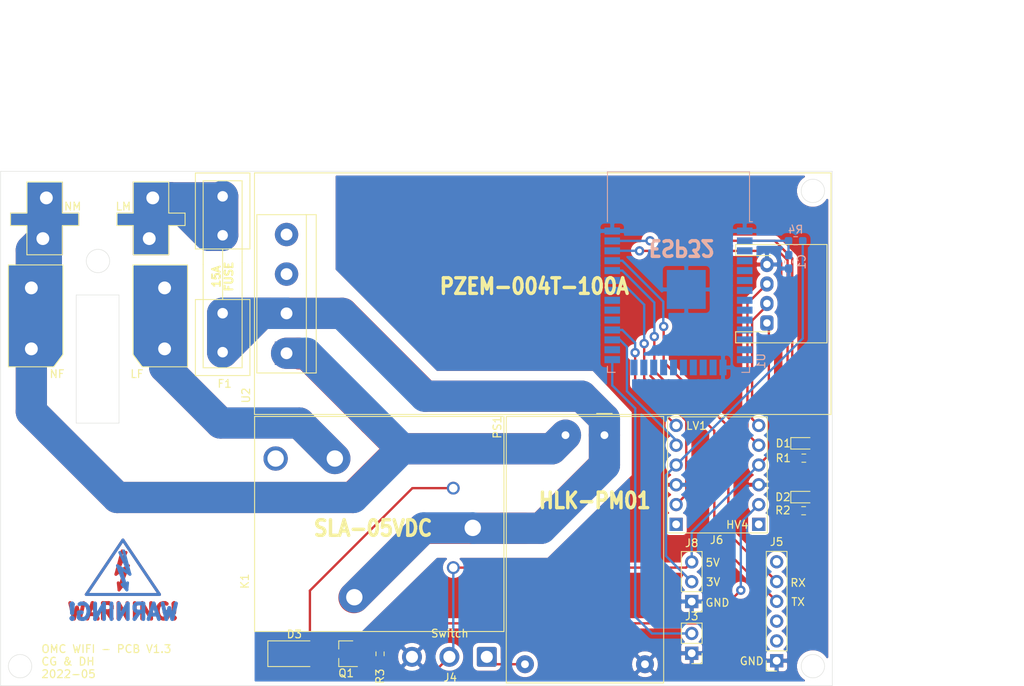
<source format=kicad_pcb>
(kicad_pcb (version 20171130) (host pcbnew "(5.1.12)-1")

  (general
    (thickness 1.6)
    (drawings 37)
    (tracks 194)
    (zones 0)
    (modules 23)
    (nets 59)
  )

  (page A4)
  (layers
    (0 F.Cu signal)
    (31 B.Cu signal)
    (32 B.Adhes user)
    (33 F.Adhes user)
    (34 B.Paste user)
    (35 F.Paste user)
    (36 B.SilkS user)
    (37 F.SilkS user)
    (38 B.Mask user)
    (39 F.Mask user)
    (40 Dwgs.User user)
    (41 Cmts.User user)
    (42 Eco1.User user)
    (43 Eco2.User user)
    (44 Edge.Cuts user)
    (45 Margin user)
    (46 B.CrtYd user)
    (47 F.CrtYd user)
    (48 B.Fab user)
    (49 F.Fab user)
  )

  (setup
    (last_trace_width 0.3)
    (trace_clearance 0.3)
    (zone_clearance 0.508)
    (zone_45_only no)
    (trace_min 0.2)
    (via_size 1.2)
    (via_drill 0.6)
    (via_min_size 0.4)
    (via_min_drill 0.3)
    (uvia_size 1.2)
    (uvia_drill 0.6)
    (uvias_allowed no)
    (uvia_min_size 0.2)
    (uvia_min_drill 0.1)
    (edge_width 0.05)
    (segment_width 0.2)
    (pcb_text_width 0.3)
    (pcb_text_size 1.5 1.5)
    (mod_edge_width 0.12)
    (mod_text_size 1 1)
    (mod_text_width 0.15)
    (pad_size 3 3)
    (pad_drill 1)
    (pad_to_mask_clearance 0.05)
    (aux_axis_origin 0 0)
    (grid_origin 576 -915.5)
    (visible_elements 7FFFFFFF)
    (pcbplotparams
      (layerselection 0x010fc_ffffffff)
      (usegerberextensions true)
      (usegerberattributes false)
      (usegerberadvancedattributes false)
      (creategerberjobfile false)
      (excludeedgelayer true)
      (linewidth 0.100000)
      (plotframeref false)
      (viasonmask false)
      (mode 1)
      (useauxorigin false)
      (hpglpennumber 1)
      (hpglpenspeed 20)
      (hpglpendiameter 15.000000)
      (psnegative false)
      (psa4output false)
      (plotreference true)
      (plotvalue false)
      (plotinvisibletext false)
      (padsonsilk false)
      (subtractmaskfromsilk true)
      (outputformat 1)
      (mirror false)
      (drillshape 0)
      (scaleselection 1)
      (outputdirectory "OMC_WIFI_GERBERS/"))
  )

  (net 0 "")
  (net 1 GND)
  (net 2 +5V)
  (net 3 TX0)
  (net 4 RX0)
  (net 5 "Net-(J4-Pad1)")
  (net 6 NEUTRAL)
  (net 7 D32_RELAY_5V)
  (net 8 +3V)
  (net 9 TX2_5V)
  (net 10 RX2_5V)
  (net 11 D32_RELAY_3V)
  (net 12 RX2_3V)
  (net 13 TX2_3V)
  (net 14 "Net-(F1-Pad2)")
  (net 15 "Net-(Q1-Pad2)")
  (net 16 LINE_IN)
  (net 17 LINE_OUT)
  (net 18 "Net-(D3-Pad2)")
  (net 19 D22_LED_G)
  (net 20 D23_LED_R)
  (net 21 CTS)
  (net 22 VCC)
  (net 23 DTR)
  (net 24 "Net-(K1-PadNC)")
  (net 25 "Net-(U1-Pad32)")
  (net 26 "Net-(U1-Pad31)")
  (net 27 "Net-(U1-Pad30)")
  (net 28 "Net-(U1-Pad29)")
  (net 29 "Net-(U1-Pad26)")
  (net 30 "Net-(U1-Pad24)")
  (net 31 "Net-(U1-Pad23)")
  (net 32 "Net-(U1-Pad22)")
  (net 33 "Net-(U1-Pad21)")
  (net 34 "Net-(U1-Pad20)")
  (net 35 "Net-(U1-Pad19)")
  (net 36 "Net-(U1-Pad18)")
  (net 37 "Net-(U1-Pad17)")
  (net 38 "Net-(U1-Pad16)")
  (net 39 "Net-(U1-Pad14)")
  (net 40 "Net-(U1-Pad13)")
  (net 41 "Net-(U1-Pad12)")
  (net 42 "Net-(U1-Pad11)")
  (net 43 "Net-(U1-Pad10)")
  (net 44 "Net-(U1-Pad9)")
  (net 45 "Net-(U1-Pad8)")
  (net 46 "Net-(U1-Pad7)")
  (net 47 "Net-(U1-Pad6)")
  (net 48 "Net-(U1-Pad5)")
  (net 49 "Net-(U1-Pad4)")
  (net 50 EN)
  (net 51 TOR1)
  (net 52 TOR2)
  (net 53 "Net-(D1-Pad1)")
  (net 54 "Net-(D2-Pad1)")
  (net 55 "Net-(C1-Pad1)")
  (net 56 "Net-(J3-Pad2)")
  (net 57 "Net-(J6-Pad11)")
  (net 58 "Net-(J6-Pad12)")

  (net_class Default "This is the default net class."
    (clearance 0.3)
    (trace_width 0.3)
    (via_dia 1.2)
    (via_drill 0.6)
    (uvia_dia 1.2)
    (uvia_drill 0.6)
    (diff_pair_width 0.3)
    (diff_pair_gap 0.3)
    (add_net +3V)
    (add_net +5V)
    (add_net CTS)
    (add_net D22_LED_G)
    (add_net D23_LED_R)
    (add_net D32_RELAY_3V)
    (add_net D32_RELAY_5V)
    (add_net DTR)
    (add_net EN)
    (add_net GND)
    (add_net "Net-(C1-Pad1)")
    (add_net "Net-(D1-Pad1)")
    (add_net "Net-(D2-Pad1)")
    (add_net "Net-(D3-Pad2)")
    (add_net "Net-(J3-Pad2)")
    (add_net "Net-(J4-Pad1)")
    (add_net "Net-(J6-Pad11)")
    (add_net "Net-(J6-Pad12)")
    (add_net "Net-(K1-PadNC)")
    (add_net "Net-(Q1-Pad2)")
    (add_net "Net-(U1-Pad10)")
    (add_net "Net-(U1-Pad11)")
    (add_net "Net-(U1-Pad12)")
    (add_net "Net-(U1-Pad13)")
    (add_net "Net-(U1-Pad14)")
    (add_net "Net-(U1-Pad16)")
    (add_net "Net-(U1-Pad17)")
    (add_net "Net-(U1-Pad18)")
    (add_net "Net-(U1-Pad19)")
    (add_net "Net-(U1-Pad20)")
    (add_net "Net-(U1-Pad21)")
    (add_net "Net-(U1-Pad22)")
    (add_net "Net-(U1-Pad23)")
    (add_net "Net-(U1-Pad24)")
    (add_net "Net-(U1-Pad26)")
    (add_net "Net-(U1-Pad29)")
    (add_net "Net-(U1-Pad30)")
    (add_net "Net-(U1-Pad31)")
    (add_net "Net-(U1-Pad32)")
    (add_net "Net-(U1-Pad4)")
    (add_net "Net-(U1-Pad5)")
    (add_net "Net-(U1-Pad6)")
    (add_net "Net-(U1-Pad7)")
    (add_net "Net-(U1-Pad8)")
    (add_net "Net-(U1-Pad9)")
    (add_net RX0)
    (add_net RX2_3V)
    (add_net RX2_5V)
    (add_net TOR1)
    (add_net TOR2)
    (add_net TX0)
    (add_net TX2_3V)
    (add_net TX2_5V)
    (add_net VCC)
  )

  (net_class "220V HC" ""
    (clearance 1)
    (trace_width 4)
    (via_dia 1.2)
    (via_drill 0.6)
    (uvia_dia 1.2)
    (uvia_drill 0.6)
    (diff_pair_width 0.3)
    (diff_pair_gap 0.3)
    (add_net LINE_IN)
    (add_net LINE_OUT)
    (add_net NEUTRAL)
    (add_net "Net-(F1-Pad2)")
  )

  (net_class "220V LC" ""
    (clearance 1)
    (trace_width 2)
    (via_dia 1.2)
    (via_drill 0.6)
    (uvia_dia 1.2)
    (uvia_drill 0.6)
    (diff_pair_width 0.3)
    (diff_pair_gap 0.3)
  )

  (module level_shifter:Level_Shifter_3V_5V (layer F.Cu) (tedit 6269446D) (tstamp 6269BF73)
    (at 668 -942.4)
    (descr "Through hole straight pin header, 1x06, 2.54mm pitch, single row")
    (tags "Through hole pin header THT 1x06 2.54mm single row")
    (path /626C34E4)
    (fp_text reference J6 (at -0.1 8.2 -180) (layer F.SilkS)
      (effects (font (size 1 1) (thickness 0.15)))
    )
    (fp_text value "Level shifter" (at 0.3 8.4 -180) (layer F.Fab)
      (effects (font (size 1 1) (thickness 0.15)))
    )
    (fp_line (start -6.4 -7.6) (end 6.4 -7.6) (layer F.SilkS) (width 0.12))
    (fp_line (start 6.4 -7.6) (end 6.4 7.3) (layer F.SilkS) (width 0.12))
    (fp_line (start 6.4 7.3) (end -6.4 7.3) (layer F.SilkS) (width 0.12))
    (fp_line (start -6.4 7.3) (end -6.4 -7.6) (layer F.SilkS) (width 0.12))
    (fp_text user %R (at -7.4 0 -90) (layer F.Fab)
      (effects (font (size 1 1) (thickness 0.15)))
    )
    (pad 1 thru_hole oval (at -5.3 -6.5 180) (size 1.7 1.7) (drill 1) (layers *.Cu *.Mask)
      (net 13 TX2_3V))
    (pad 3 thru_hole oval (at -5.3 -3.96 180) (size 1.7 1.7) (drill 1) (layers *.Cu *.Mask)
      (net 12 RX2_3V))
    (pad 5 thru_hole oval (at -5.3 -1.42 180) (size 1.7 1.7) (drill 1) (layers *.Cu *.Mask)
      (net 8 +3V))
    (pad 7 thru_hole oval (at -5.3 1.12 180) (size 1.7 1.7) (drill 1) (layers *.Cu *.Mask)
      (net 1 GND))
    (pad 9 thru_hole oval (at -5.3 3.66 180) (size 1.7 1.7) (drill 1) (layers *.Cu *.Mask)
      (net 11 D32_RELAY_3V))
    (pad 11 thru_hole rect (at -5.3 6.2 180) (size 1.7 1.7) (drill 1) (layers *.Cu *.Mask)
      (net 57 "Net-(J6-Pad11)"))
    (pad 4 thru_hole oval (at 5.3 -3.96 180) (size 1.7 1.7) (drill 1) (layers *.Cu *.Mask)
      (net 9 TX2_5V))
    (pad 6 thru_hole oval (at 5.3 -1.42 180) (size 1.7 1.7) (drill 1) (layers *.Cu *.Mask)
      (net 2 +5V))
    (pad 8 thru_hole oval (at 5.3 1.12 180) (size 1.7 1.7) (drill 1) (layers *.Cu *.Mask)
      (net 1 GND))
    (pad 2 thru_hole oval (at 5.3 -6.5 180) (size 1.7 1.7) (drill 1) (layers *.Cu *.Mask)
      (net 10 RX2_5V))
    (pad 10 thru_hole oval (at 5.3 3.66 180) (size 1.7 1.7) (drill 1) (layers *.Cu *.Mask)
      (net 7 D32_RELAY_5V))
    (pad 12 thru_hole rect (at 5.3 6.2 180) (size 1.7 1.7) (drill 1) (layers *.Cu *.Mask)
      (net 58 "Net-(J6-Pad12)"))
    (model "C:/Users/cgarc/OneDrive - est.ucab.edu.ve/Documentos/GitHub/OMC_WIFI/OMC_WIFI_PCB/Libs/level_shifter/Level_Shifter_3V_5V.wrl"
      (at (xyz 0 0 0))
      (scale (xyz 1 1 1))
      (rotate (xyz 0 0 0))
    )
    (model "C:/Users/cgarc/OneDrive - est.ucab.edu.ve/Documentos/GitHub/OMC_WIFI/OMC_WIFI_PCB/Libs/level_shifter/Level_Shifter_3V_5V_pinHeaders.wrl"
      (at (xyz 0 0 0))
      (scale (xyz 1 1 1))
      (rotate (xyz 0 0 0))
    )
  )

  (module Symbol:Symbol_HighVoltage_Type2_CopperTop_VerySmall (layer B.Cu) (tedit 0) (tstamp 62627876)
    (at 591.7 -930 180)
    (descr "Symbol, High Voltage, Type 2, Copper Top, Very Small,")
    (tags "Symbol, High Voltage, Type 2, Copper Top, Very Small,")
    (path /6268B7DC)
    (attr virtual)
    (fp_text reference SYM2 (at -0.1 5.4) (layer B.SilkS) hide
      (effects (font (size 1 1) (thickness 0.15)) (justify mirror))
    )
    (fp_text value SYM_Flash_Small (at -0.381 -4.572) (layer B.Fab) hide
      (effects (font (size 1 1) (thickness 0.15)) (justify mirror))
    )
    (fp_line (start -0.49784 -2.19964) (end 0.70104 0.89916) (layer B.Cu) (width 0.381))
    (fp_line (start 0.70104 0.89916) (end 0.1016 0.50038) (layer B.Cu) (width 0.381))
    (fp_line (start -0.89916 -0.20066) (end 0.40132 2.60096) (layer B.Cu) (width 0.381))
    (fp_line (start -0.49784 -2.19964) (end 0.1016 -1.50114) (layer B.Cu) (width 0.381))
    (fp_line (start -0.09906 2.79908) (end -0.89916 -0.20066) (layer B.Cu) (width 0.381))
    (fp_line (start -0.89916 -0.20066) (end 0.29972 0.59944) (layer B.Cu) (width 0.381))
    (fp_line (start 0.29972 0.59944) (end -0.49784 -2.19964) (layer B.Cu) (width 0.381))
    (fp_line (start -0.49784 -2.19964) (end -0.59944 -1.30048) (layer B.Cu) (width 0.381))
    (fp_line (start 0 4.191) (end 4.699 -2.794) (layer B.Cu) (width 0.381))
    (fp_line (start 4.699 -2.794) (end -4.699 -2.794) (layer B.Cu) (width 0.381))
    (fp_line (start -4.699 -2.794) (end 0 4.191) (layer B.Cu) (width 0.381))
  )

  (module Symbol:Symbol_HighVoltage_Type2_CopperTop_VerySmall (layer F.Cu) (tedit 0) (tstamp 62627867)
    (at 591.7 -930)
    (descr "Symbol, High Voltage, Type 2, Copper Top, Very Small,")
    (tags "Symbol, High Voltage, Type 2, Copper Top, Very Small,")
    (path /6268094E)
    (attr virtual)
    (fp_text reference SYM1 (at -0.127 -5.715) (layer F.SilkS) hide
      (effects (font (size 1 1) (thickness 0.15)))
    )
    (fp_text value SYM_Flash_Small (at -0.381 4.572) (layer F.Fab) hide
      (effects (font (size 1 1) (thickness 0.15)))
    )
    (fp_line (start -0.49784 2.19964) (end 0.70104 -0.89916) (layer F.Cu) (width 0.381))
    (fp_line (start 0.70104 -0.89916) (end 0.1016 -0.50038) (layer F.Cu) (width 0.381))
    (fp_line (start -0.89916 0.20066) (end 0.40132 -2.60096) (layer F.Cu) (width 0.381))
    (fp_line (start -0.49784 2.19964) (end 0.1016 1.50114) (layer F.Cu) (width 0.381))
    (fp_line (start -0.09906 -2.79908) (end -0.89916 0.20066) (layer F.Cu) (width 0.381))
    (fp_line (start -0.89916 0.20066) (end 0.29972 -0.59944) (layer F.Cu) (width 0.381))
    (fp_line (start 0.29972 -0.59944) (end -0.49784 2.19964) (layer F.Cu) (width 0.381))
    (fp_line (start -0.49784 2.19964) (end -0.59944 1.30048) (layer F.Cu) (width 0.381))
    (fp_line (start 0 -4.191) (end 4.699 2.794) (layer F.Cu) (width 0.381))
    (fp_line (start 4.699 2.794) (end -4.699 2.794) (layer F.Cu) (width 0.381))
    (fp_line (start -4.699 2.794) (end 0 -4.191) (layer F.Cu) (width 0.381))
  )

  (module "SLA-12VDC-SL-C LE:RELAY_SLA-12VDC-SL-C" (layer F.Cu) (tedit 624F093D) (tstamp 626AAE14)
    (at 618.9 -935.75 90)
    (path /626D4711)
    (fp_text reference K1 (at -6.85 -11.55 90) (layer F.SilkS)
      (effects (font (size 1 1) (thickness 0.15)))
    )
    (fp_text value SLA-12VDC-SL-C (at -0.3 23.135 90) (layer F.Fab)
      (effects (font (size 1 1) (thickness 0.15)))
    )
    (fp_line (start -13.3 -10.3) (end 14.3 -10.3) (layer F.SilkS) (width 0.127))
    (fp_line (start 14.3 -10.3) (end 14.3 21.7) (layer F.SilkS) (width 0.127))
    (fp_line (start 14.3 21.7) (end -13.3 21.7) (layer F.SilkS) (width 0.127))
    (fp_line (start -13.3 21.7) (end -13.3 -10.3) (layer F.SilkS) (width 0.127))
    (fp_line (start -13.3 -10.3) (end 14.3 -10.3) (layer F.Fab) (width 0.127))
    (fp_line (start 14.3 -10.3) (end 14.3 21.7) (layer F.Fab) (width 0.127))
    (fp_line (start 14.3 21.7) (end -13.3 21.7) (layer F.Fab) (width 0.127))
    (fp_line (start -13.3 21.7) (end -13.3 -10.3) (layer F.Fab) (width 0.127))
    (fp_line (start -13.55 -10.55) (end 14.55 -10.55) (layer F.CrtYd) (width 0.05))
    (fp_line (start 14.55 -10.55) (end 14.55 21.95) (layer F.CrtYd) (width 0.05))
    (fp_line (start 14.55 21.95) (end -13.55 21.95) (layer F.CrtYd) (width 0.05))
    (fp_line (start -13.55 21.95) (end -13.55 -10.55) (layer F.CrtYd) (width 0.05))
    (pad NC thru_hole circle (at 8.9 -7.6 90) (size 3.116 3.116) (drill 2.1) (layers *.Cu *.Mask)
      (net 24 "Net-(K1-PadNC)"))
    (pad COM2 thru_hole circle (at -8.9 2.5 90) (size 3.116 3.116) (drill 2.1) (layers *.Cu *.Mask)
      (net 16 LINE_IN))
    (pad NO thru_hole circle (at 8.9 0 90) (size 3.116 3.116) (drill 2.1) (layers *.Cu *.Mask)
      (net 17 LINE_OUT))
    (pad C2 thru_hole circle (at 5.1 15.2 90) (size 1.65 1.65) (drill 1.1) (layers *.Cu *.Mask)
      (net 18 "Net-(D3-Pad2)"))
    (pad C1 thru_hole circle (at -5.1 15.2 90) (size 1.65 1.65) (drill 1.1) (layers *.Cu *.Mask)
      (net 2 +5V))
    (pad COM1 thru_hole circle (at 0 17.7 90) (size 3.116 3.116) (drill 2.1) (layers *.Cu *.Mask)
      (net 16 LINE_IN))
    (model "C:/Users/cgarc/OneDrive - est.ucab.edu.ve/Documentos/GitHub/OMC_WIFI/OMC_WIFI_PCB/Libs/SLA-12VDC-SL-C/SLA-12VDC-SL-C.step"
      (at (xyz 0 0 0))
      (scale (xyz 1 1 1))
      (rotate (xyz -90 0 0))
    )
  )

  (module Resistor_SMD:R_0603_1608Metric_Pad0.98x0.95mm_HandSolder (layer B.Cu) (tedit 5F68FEEE) (tstamp 626057C2)
    (at 678.0375 -972.6 180)
    (descr "Resistor SMD 0603 (1608 Metric), square (rectangular) end terminal, IPC_7351 nominal with elongated pad for handsoldering. (Body size source: IPC-SM-782 page 72, https://www.pcb-3d.com/wordpress/wp-content/uploads/ipc-sm-782a_amendment_1_and_2.pdf), generated with kicad-footprint-generator")
    (tags "resistor handsolder")
    (path /626E4FB2)
    (attr smd)
    (fp_text reference R4 (at 0 1.43) (layer B.SilkS)
      (effects (font (size 1 1) (thickness 0.15)) (justify mirror))
    )
    (fp_text value 10k (at 0 -1.43) (layer B.Fab)
      (effects (font (size 1 1) (thickness 0.15)) (justify mirror))
    )
    (fp_line (start 1.65 -0.73) (end -1.65 -0.73) (layer B.CrtYd) (width 0.05))
    (fp_line (start 1.65 0.73) (end 1.65 -0.73) (layer B.CrtYd) (width 0.05))
    (fp_line (start -1.65 0.73) (end 1.65 0.73) (layer B.CrtYd) (width 0.05))
    (fp_line (start -1.65 -0.73) (end -1.65 0.73) (layer B.CrtYd) (width 0.05))
    (fp_line (start -0.254724 -0.5225) (end 0.254724 -0.5225) (layer B.SilkS) (width 0.12))
    (fp_line (start -0.254724 0.5225) (end 0.254724 0.5225) (layer B.SilkS) (width 0.12))
    (fp_line (start 0.8 -0.4125) (end -0.8 -0.4125) (layer B.Fab) (width 0.1))
    (fp_line (start 0.8 0.4125) (end 0.8 -0.4125) (layer B.Fab) (width 0.1))
    (fp_line (start -0.8 0.4125) (end 0.8 0.4125) (layer B.Fab) (width 0.1))
    (fp_line (start -0.8 -0.4125) (end -0.8 0.4125) (layer B.Fab) (width 0.1))
    (fp_text user %R (at 0 0) (layer B.Fab)
      (effects (font (size 0.4 0.4) (thickness 0.06)) (justify mirror))
    )
    (pad 2 smd roundrect (at 0.9125 0 180) (size 0.975 0.95) (layers B.Cu B.Paste B.Mask) (roundrect_rratio 0.25)
      (net 55 "Net-(C1-Pad1)"))
    (pad 1 smd roundrect (at -0.9125 0 180) (size 0.975 0.95) (layers B.Cu B.Paste B.Mask) (roundrect_rratio 0.25)
      (net 8 +3V))
    (model ${KISYS3DMOD}/Resistor_SMD.3dshapes/R_0603_1608Metric.wrl
      (at (xyz 0 0 0))
      (scale (xyz 1 1 1))
      (rotate (xyz 0 0 0))
    )
  )

  (module Connector_PinHeader_2.54mm:PinHeader_1x02_P2.54mm_Vertical (layer F.Cu) (tedit 59FED5CC) (tstamp 626055E1)
    (at 664.7 -919.66 180)
    (descr "Through hole straight pin header, 1x02, 2.54mm pitch, single row")
    (tags "Through hole pin header THT 1x02 2.54mm single row")
    (path /62727A97)
    (fp_text reference J3 (at 0 4.75) (layer F.SilkS)
      (effects (font (size 1 1) (thickness 0.15)))
    )
    (fp_text value Conn_01x02_Male (at 0 4.87) (layer F.Fab)
      (effects (font (size 1 1) (thickness 0.15)))
    )
    (fp_line (start 1.8 -1.8) (end -1.8 -1.8) (layer F.CrtYd) (width 0.05))
    (fp_line (start 1.8 4.35) (end 1.8 -1.8) (layer F.CrtYd) (width 0.05))
    (fp_line (start -1.8 4.35) (end 1.8 4.35) (layer F.CrtYd) (width 0.05))
    (fp_line (start -1.8 -1.8) (end -1.8 4.35) (layer F.CrtYd) (width 0.05))
    (fp_line (start -1.33 -1.33) (end 0 -1.33) (layer F.SilkS) (width 0.12))
    (fp_line (start -1.33 0) (end -1.33 -1.33) (layer F.SilkS) (width 0.12))
    (fp_line (start -1.33 1.27) (end 1.33 1.27) (layer F.SilkS) (width 0.12))
    (fp_line (start 1.33 1.27) (end 1.33 3.87) (layer F.SilkS) (width 0.12))
    (fp_line (start -1.33 1.27) (end -1.33 3.87) (layer F.SilkS) (width 0.12))
    (fp_line (start -1.33 3.87) (end 1.33 3.87) (layer F.SilkS) (width 0.12))
    (fp_line (start -1.27 -0.635) (end -0.635 -1.27) (layer F.Fab) (width 0.1))
    (fp_line (start -1.27 3.81) (end -1.27 -0.635) (layer F.Fab) (width 0.1))
    (fp_line (start 1.27 3.81) (end -1.27 3.81) (layer F.Fab) (width 0.1))
    (fp_line (start 1.27 -1.27) (end 1.27 3.81) (layer F.Fab) (width 0.1))
    (fp_line (start -0.635 -1.27) (end 1.27 -1.27) (layer F.Fab) (width 0.1))
    (fp_text user %R (at 0 1.27 90) (layer F.Fab)
      (effects (font (size 1 1) (thickness 0.15)))
    )
    (pad 2 thru_hole oval (at 0 2.54 180) (size 1.7 1.7) (drill 1) (layers *.Cu *.Mask)
      (net 56 "Net-(J3-Pad2)"))
    (pad 1 thru_hole rect (at 0 0 180) (size 1.7 1.7) (drill 1) (layers *.Cu *.Mask)
      (net 1 GND))
    (model ${KISYS3DMOD}/Connector_PinHeader_2.54mm.3dshapes/PinHeader_1x02_P2.54mm_Vertical.wrl
      (at (xyz 0 0 0))
      (scale (xyz 1 1 1))
      (rotate (xyz 0 0 0))
    )
  )

  (module Capacitor_SMD:C_0603_1608Metric_Pad1.08x0.95mm_HandSolder (layer B.Cu) (tedit 5F68FEEF) (tstamp 6260547F)
    (at 677.15 -969.9 270)
    (descr "Capacitor SMD 0603 (1608 Metric), square (rectangular) end terminal, IPC_7351 nominal with elongated pad for handsoldering. (Body size source: IPC-SM-782 page 76, https://www.pcb-3d.com/wordpress/wp-content/uploads/ipc-sm-782a_amendment_1_and_2.pdf), generated with kicad-footprint-generator")
    (tags "capacitor handsolder")
    (path /626F2827)
    (attr smd)
    (fp_text reference C1 (at 0 -1.65 270) (layer B.SilkS)
      (effects (font (size 1 1) (thickness 0.15)) (justify mirror))
    )
    (fp_text value 1u (at 0 -1.43 270) (layer B.Fab)
      (effects (font (size 1 1) (thickness 0.15)) (justify mirror))
    )
    (fp_line (start 1.65 -0.73) (end -1.65 -0.73) (layer B.CrtYd) (width 0.05))
    (fp_line (start 1.65 0.73) (end 1.65 -0.73) (layer B.CrtYd) (width 0.05))
    (fp_line (start -1.65 0.73) (end 1.65 0.73) (layer B.CrtYd) (width 0.05))
    (fp_line (start -1.65 -0.73) (end -1.65 0.73) (layer B.CrtYd) (width 0.05))
    (fp_line (start -0.146267 -0.51) (end 0.146267 -0.51) (layer B.SilkS) (width 0.12))
    (fp_line (start -0.146267 0.51) (end 0.146267 0.51) (layer B.SilkS) (width 0.12))
    (fp_line (start 0.8 -0.4) (end -0.8 -0.4) (layer B.Fab) (width 0.1))
    (fp_line (start 0.8 0.4) (end 0.8 -0.4) (layer B.Fab) (width 0.1))
    (fp_line (start -0.8 0.4) (end 0.8 0.4) (layer B.Fab) (width 0.1))
    (fp_line (start -0.8 -0.4) (end -0.8 0.4) (layer B.Fab) (width 0.1))
    (fp_text user %R (at 0 0 270) (layer B.Fab)
      (effects (font (size 0.4 0.4) (thickness 0.06)) (justify mirror))
    )
    (pad 2 smd roundrect (at 0.8625 0 270) (size 1.075 0.95) (layers B.Cu B.Paste B.Mask) (roundrect_rratio 0.25)
      (net 1 GND))
    (pad 1 smd roundrect (at -0.8625 0 270) (size 1.075 0.95) (layers B.Cu B.Paste B.Mask) (roundrect_rratio 0.25)
      (net 55 "Net-(C1-Pad1)"))
    (model ${KISYS3DMOD}/Capacitor_SMD.3dshapes/C_0603_1608Metric.wrl
      (at (xyz 0 0 0))
      (scale (xyz 1 1 1))
      (rotate (xyz 0 0 0))
    )
  )

  (module Converter_ACDC:Converter_ACDC_HiLink_HLK-PMxx (layer F.Cu) (tedit 620F975E) (tstamp 620BA44E)
    (at 653.5 -947.65 270)
    (descr "ACDC-Converter, 3W, HiLink, HLK-PMxx, THT, http://www.hlktech.net/product_detail.php?ProId=54")
    (tags "ACDC-Converter 3W THT HiLink board mount module")
    (path /622A159D)
    (fp_text reference PS1 (at -1 13.75 270) (layer F.SilkS)
      (effects (font (size 1 1) (thickness 0.15)))
    )
    (fp_text value HLK-PM01 (at 15.79 13.85 90) (layer F.Fab)
      (effects (font (size 1 1) (thickness 0.15)))
    )
    (fp_line (start -2.79 -1) (end -2.79 1.01) (layer F.SilkS) (width 0.12))
    (fp_line (start 31.8 -7.6) (end -2.4 -7.6) (layer F.SilkS) (width 0.12))
    (fp_line (start 31.8 12.6) (end 31.8 -7.6) (layer F.SilkS) (width 0.12))
    (fp_line (start -2.4 12.6) (end 31.8 12.6) (layer F.SilkS) (width 0.12))
    (fp_line (start -2.4 -7.6) (end -2.4 12.6) (layer F.SilkS) (width 0.12))
    (fp_line (start -2.55 -7.75) (end -2.55 12.75) (layer F.CrtYd) (width 0.05))
    (fp_line (start 31.95 -7.75) (end -2.55 -7.75) (layer F.CrtYd) (width 0.05))
    (fp_line (start 31.95 12.75) (end 31.95 -7.75) (layer F.CrtYd) (width 0.05))
    (fp_line (start -2.55 12.75) (end 31.95 12.75) (layer F.CrtYd) (width 0.05))
    (fp_line (start -2.3 -1) (end -2.3 -7.5) (layer F.Fab) (width 0.1))
    (fp_line (start -2.29 -1) (end -1.29 0) (layer F.Fab) (width 0.1))
    (fp_line (start -1.29 0) (end -2.29 1) (layer F.Fab) (width 0.1))
    (fp_line (start -2.3 -7.5) (end 31.7 -7.5) (layer F.Fab) (width 0.1))
    (fp_line (start -2.3 12.5) (end -2.3 0.99) (layer F.Fab) (width 0.1))
    (fp_line (start 31.7 12.5) (end 31.7 -7.5) (layer F.Fab) (width 0.1))
    (fp_line (start -2.3 12.5) (end 31.7 12.5) (layer F.Fab) (width 0.1))
    (fp_text user %R (at 14.68 1.17 90) (layer F.Fab)
      (effects (font (size 1 1) (thickness 0.15)))
    )
    (pad 3 thru_hole circle (at 29.4 -5.2 270) (size 2.3 2.3) (drill 1) (layers *.Cu *.Mask)
      (net 1 GND))
    (pad 1 thru_hole rect (at 0 0 270) (size 3 3) (drill 1) (layers *.Cu *.Mask)
      (net 16 LINE_IN))
    (pad 2 thru_hole circle (at 0 5 270) (size 3 3) (drill 1) (layers *.Cu *.Mask)
      (net 6 NEUTRAL))
    (pad 4 thru_hole circle (at 29.4 10.2 270) (size 2.3 2.3) (drill 1) (layers *.Cu *.Mask)
      (net 5 "Net-(J4-Pad1)"))
    (model ${KISYS3DMOD}/Converter_ACDC.3dshapes/Converter_ACDC_HiLink_HLK-PMxx.wrl
      (at (xyz 0 0 0))
      (scale (xyz 1 1 1))
      (rotate (xyz 0 0 0))
    )
    (model "C:/Users/cgarc/OneDrive - est.ucab.edu.ve/Documentos/GitHub/OMC_WIFI/OMC_WIFI_PCB/Libs/HLK-PM01/hlk-pm01--3DModel-STEP-56544.STEP"
      (offset (xyz 14.5 -2.5 0))
      (scale (xyz 1 1 1))
      (rotate (xyz -90 0 0))
    )
  )

  (module "omc-schematics LE:OMC-Female-Plug" (layer F.Cu) (tedit 625EC782) (tstamp 625EDFC6)
    (at 588.5 -963.8)
    (path /626943A8)
    (fp_text reference J2 (at 0 -2.95) (layer F.SilkS) hide
      (effects (font (size 1 1) (thickness 0.15)))
    )
    (fp_text value Conn_01x02_Female (at 0 -10.525) (layer F.Fab)
      (effects (font (size 1 1) (thickness 0.15)))
    )
    (fp_line (start 11.5 -5.7) (end 11.5 7.375) (layer F.SilkS) (width 0.12))
    (fp_line (start 5.675 7.375) (end 11.5 7.375) (layer F.SilkS) (width 0.12))
    (fp_line (start 4.5 5.8) (end 5.675 7.375) (layer F.SilkS) (width 0.12))
    (fp_line (start 4.5 -5.7) (end 4.5 5.8) (layer F.SilkS) (width 0.12))
    (fp_line (start 11.5 -5.7) (end 4.5 -5.7) (layer F.SilkS) (width 0.12))
    (fp_line (start -11.5 -5.7) (end -11.5 7.375) (layer F.SilkS) (width 0.12))
    (fp_line (start -4.5 -5.7) (end -4.5 5.8) (layer F.SilkS) (width 0.12))
    (fp_line (start -11.5 -5.7) (end -4.5 -5.7) (layer F.SilkS) (width 0.12))
    (fp_line (start -5.675 7.375) (end -11.5 7.375) (layer F.SilkS) (width 0.12))
    (fp_line (start -4.5 5.8) (end -5.675 7.375) (layer F.SilkS) (width 0.12))
    (fp_poly (pts (xy -4.55 5.775) (xy -5.7 7.325) (xy -11.45 7.325) (xy -11.45 -5.65)
      (xy -4.55 -5.65)) (layer F.Cu) (width 0.1))
    (fp_poly (pts (xy -4.575 5.775) (xy -5.725 7.325) (xy -11.475 7.325) (xy -11.475 -5.65)
      (xy -4.575 -5.65)) (layer B.Cu) (width 0.1))
    (fp_poly (pts (xy -4.575 5.775) (xy -5.725 7.325) (xy -11.475 7.325) (xy -11.475 -5.65)
      (xy -4.575 -5.65)) (layer F.Mask) (width 0.1))
    (fp_poly (pts (xy 11.45 7.325) (xy 5.7 7.325) (xy 4.55 5.8) (xy 4.55 -5.65)
      (xy 11.45 -5.65)) (layer F.Cu) (width 0.1))
    (fp_poly (pts (xy 11.425 7.3) (xy 5.675 7.3) (xy 4.525 5.775) (xy 4.525 -5.675)
      (xy 11.425 -5.675)) (layer B.Cu) (width 0.1))
    (fp_poly (pts (xy 11.45 7.325) (xy 5.7 7.325) (xy 4.55 5.8) (xy 4.55 -5.65)
      (xy 11.45 -5.65)) (layer F.Mask) (width 0.1))
    (fp_line (start 2.75 -1.775) (end 2.75 14.625) (layer Dwgs.User) (width 0.12))
    (fp_line (start 2.75 14.625) (end -2.75 14.625) (layer Dwgs.User) (width 0.12))
    (fp_line (start -2.75 14.625) (end -2.75 -1.775) (layer Dwgs.User) (width 0.12))
    (fp_line (start -2.75 -1.775) (end 2.75 -1.775) (layer Dwgs.User) (width 0.12))
    (pad 1 thru_hole circle (at -8.55 5.075) (size 3.3 3.3) (drill 1.65) (layers *.Cu *.Mask)
      (net 6 NEUTRAL))
    (pad 1 thru_hole circle (at -8.55 -2.75) (size 3.3 3.3) (drill 1.65) (layers *.Cu *.Mask)
      (net 6 NEUTRAL))
    (pad 2 thru_hole circle (at 8.55 5.075) (size 3.3 3.3) (drill 1.65) (layers *.Cu *.Mask)
      (net 17 LINE_OUT))
    (pad 2 thru_hole circle (at 8.55 -2.75) (size 3.3 3.3) (drill 1.65) (layers *.Cu *.Mask)
      (net 17 LINE_OUT))
    (model "C:/Users/cgarc/OneDrive - est.ucab.edu.ve/Documentos/GitHub/OMC_WIFI/OMC_WIFI_PCB/Libs/omc-schematics.pretty/female_plugs.wrl"
      (at (xyz 0 0 0))
      (scale (xyz 1 1 1))
      (rotate (xyz 0 0 0))
    )
  )

  (module "omc-schematics LE:PZEM-OO4T-100A" (layer F.Cu) (tedit 6256EADD) (tstamp 62575A5E)
    (at 645.58 -965.81)
    (path /62639391)
    (fp_text reference U2 (at -38.08 13.06 90) (layer F.SilkS)
      (effects (font (size 1 1) (thickness 0.15)))
    )
    (fp_text value PZEM-004T-100A (at 0 -16.5) (layer F.Fab)
      (effects (font (size 1 1) (thickness 0.15)))
    )
    (fp_line (start -36.69 10.18) (end -30.34 10.18) (layer F.SilkS) (width 0.12))
    (fp_line (start -36.69 -10.14) (end -36.69 10.18) (layer F.SilkS) (width 0.12))
    (fp_line (start -30.34 -10.14) (end -36.69 -10.14) (layer F.SilkS) (width 0.12))
    (fp_line (start -30.34 -10.14) (end -29.07 -10.14) (layer F.SilkS) (width 0.12))
    (fp_line (start -30.34 10.18) (end -30.34 -10.14) (layer F.SilkS) (width 0.12))
    (fp_line (start -29.07 10.18) (end -30.34 10.18) (layer F.SilkS) (width 0.12))
    (fp_line (start -29.07 -10.14) (end -29.07 10.18) (layer F.SilkS) (width 0.12))
    (fp_line (start -28.875 -10.35) (end -36.875 -10.35) (layer F.CrtYd) (width 0.12))
    (fp_line (start -28.875 10.35) (end -28.875 -10.35) (layer F.CrtYd) (width 0.12))
    (fp_line (start -36.875 10.35) (end -28.875 10.35) (layer F.CrtYd) (width 0.12))
    (fp_line (start -36.875 -10.35) (end -36.875 10.35) (layer F.CrtYd) (width 0.12))
    (fp_line (start -37 15.5) (end -37 -15.5) (layer F.SilkS) (width 0.12))
    (fp_line (start -37 -15.5) (end 37 -15.5) (layer F.SilkS) (width 0.12))
    (fp_line (start 37 -15.5) (end 37 15.5) (layer F.SilkS) (width 0.12))
    (fp_line (start 37 15.5) (end -37 15.5) (layer F.SilkS) (width 0.12))
    (fp_line (start 24.37 -6.7) (end 36.87 -6.7) (layer F.CrtYd) (width 0.12))
    (fp_line (start 36.87 -6.7) (end 36.87 6.7) (layer F.CrtYd) (width 0.12))
    (fp_line (start 36.87 6.7) (end 24.37 6.7) (layer F.CrtYd) (width 0.12))
    (fp_line (start 24.37 6.7) (end 24.37 -6.7) (layer F.CrtYd) (width 0.12))
    (fp_line (start 24.76 -6.31) (end 36.48 -6.31) (layer F.SilkS) (width 0.12))
    (fp_line (start 36.48 -6.31) (end 36.48 6.31) (layer F.SilkS) (width 0.12))
    (fp_line (start 36.48 6.31) (end 24.76 6.31) (layer F.SilkS) (width 0.12))
    (fp_line (start 24.76 6.31) (end 24.76 4.89) (layer F.SilkS) (width 0.12))
    (fp_line (start 24.76 4.89) (end 29.26 4.89) (layer F.SilkS) (width 0.12))
    (fp_line (start 24.76 -6.31) (end 24.76 -4.89) (layer F.SilkS) (width 0.12))
    (fp_line (start 24.76 -4.89) (end 29.26 -4.89) (layer F.SilkS) (width 0.12))
    (pad 5 thru_hole roundrect (at 28.77 3.76) (size 1.7 1.95) (drill 0.95) (layers *.Cu *.Mask) (roundrect_rratio 0.25)
      (net 2 +5V))
    (pad 6 thru_hole oval (at 28.77 1.26) (size 1.7 1.95) (drill 0.95) (layers *.Cu *.Mask)
      (net 10 RX2_5V))
    (pad 7 thru_hole oval (at 28.77 -1.24) (size 1.7 1.95) (drill 0.95) (layers *.Cu *.Mask)
      (net 9 TX2_5V))
    (pad 8 thru_hole oval (at 28.77 -3.74) (size 1.7 1.95) (drill 0.95) (layers *.Cu *.Mask)
      (net 1 GND))
    (pad 4 thru_hole oval (at -32.88 -7.59) (size 3 3) (drill 1.52) (layers *.Cu *.Mask)
      (net 51 TOR1))
    (pad 3 thru_hole oval (at -32.88 -2.51) (size 3 3) (drill 1.52) (layers *.Cu *.Mask)
      (net 52 TOR2))
    (pad 2 thru_hole oval (at -32.88 2.53) (size 3 3) (drill 1.52) (layers *.Cu *.Mask)
      (net 16 LINE_IN))
    (pad 1 thru_hole rect (at -32.88 7.65) (size 3 3) (drill 1.52) (layers *.Cu *.Mask)
      (net 6 NEUTRAL))
    (model "C:/Users/cgarc/OneDrive - est.ucab.edu.ve/Documentos/GitHub/OMC_WIFI/OMC_WIFI_PCB/Libs/omc-schematics.pretty/PZEM_004T_100A_V3_0__cp007.wrl"
      (at (xyz 0 0 0))
      (scale (xyz 1 1 1))
      (rotate (xyz 0 0 0))
    )
  )

  (module Resistor_SMD:R_0603_1608Metric_Pad0.98x0.95mm_HandSolder (layer F.Cu) (tedit 5F68FEEE) (tstamp 6257FBE8)
    (at 624.7 -919.5875 90)
    (descr "Resistor SMD 0603 (1608 Metric), square (rectangular) end terminal, IPC_7351 nominal with elongated pad for handsoldering. (Body size source: IPC-SM-782 page 72, https://www.pcb-3d.com/wordpress/wp-content/uploads/ipc-sm-782a_amendment_1_and_2.pdf), generated with kicad-footprint-generator")
    (tags "resistor handsolder")
    (path /6258E12E)
    (attr smd)
    (fp_text reference R3 (at -2.8875 0 90) (layer F.SilkS)
      (effects (font (size 1 1) (thickness 0.15)))
    )
    (fp_text value 1k (at 0 1.43 90) (layer F.Fab)
      (effects (font (size 1 1) (thickness 0.15)))
    )
    (fp_line (start 1.65 0.73) (end -1.65 0.73) (layer F.CrtYd) (width 0.05))
    (fp_line (start 1.65 -0.73) (end 1.65 0.73) (layer F.CrtYd) (width 0.05))
    (fp_line (start -1.65 -0.73) (end 1.65 -0.73) (layer F.CrtYd) (width 0.05))
    (fp_line (start -1.65 0.73) (end -1.65 -0.73) (layer F.CrtYd) (width 0.05))
    (fp_line (start -0.254724 0.5225) (end 0.254724 0.5225) (layer F.SilkS) (width 0.12))
    (fp_line (start -0.254724 -0.5225) (end 0.254724 -0.5225) (layer F.SilkS) (width 0.12))
    (fp_line (start 0.8 0.4125) (end -0.8 0.4125) (layer F.Fab) (width 0.1))
    (fp_line (start 0.8 -0.4125) (end 0.8 0.4125) (layer F.Fab) (width 0.1))
    (fp_line (start -0.8 -0.4125) (end 0.8 -0.4125) (layer F.Fab) (width 0.1))
    (fp_line (start -0.8 0.4125) (end -0.8 -0.4125) (layer F.Fab) (width 0.1))
    (fp_text user %R (at 1.0875 1.5 90) (layer F.Fab)
      (effects (font (size 0.4 0.4) (thickness 0.06)))
    )
    (pad 2 smd roundrect (at 0.9125 0 90) (size 0.975 0.95) (layers F.Cu F.Paste F.Mask) (roundrect_rratio 0.25)
      (net 15 "Net-(Q1-Pad2)"))
    (pad 1 smd roundrect (at -0.9125 0 90) (size 0.975 0.95) (layers F.Cu F.Paste F.Mask) (roundrect_rratio 0.25)
      (net 7 D32_RELAY_5V))
    (model ${KISYS3DMOD}/Resistor_SMD.3dshapes/R_0603_1608Metric.wrl
      (at (xyz 0 0 0))
      (scale (xyz 1 1 1))
      (rotate (xyz 0 0 0))
    )
  )

  (module Resistor_SMD:R_0603_1608Metric_Pad0.98x0.95mm_HandSolder (layer F.Cu) (tedit 5F68FEEE) (tstamp 6257FD14)
    (at 679.0625 -937.95)
    (descr "Resistor SMD 0603 (1608 Metric), square (rectangular) end terminal, IPC_7351 nominal with elongated pad for handsoldering. (Body size source: IPC-SM-782 page 72, https://www.pcb-3d.com/wordpress/wp-content/uploads/ipc-sm-782a_amendment_1_and_2.pdf), generated with kicad-footprint-generator")
    (tags "resistor handsolder")
    (path /62628640)
    (attr smd)
    (fp_text reference R2 (at -2.6625 -0.05) (layer F.SilkS)
      (effects (font (size 1 1) (thickness 0.15)))
    )
    (fp_text value 330 (at 0 1.43) (layer F.Fab)
      (effects (font (size 1 1) (thickness 0.15)))
    )
    (fp_line (start 1.65 0.73) (end -1.65 0.73) (layer F.CrtYd) (width 0.05))
    (fp_line (start 1.65 -0.73) (end 1.65 0.73) (layer F.CrtYd) (width 0.05))
    (fp_line (start -1.65 -0.73) (end 1.65 -0.73) (layer F.CrtYd) (width 0.05))
    (fp_line (start -1.65 0.73) (end -1.65 -0.73) (layer F.CrtYd) (width 0.05))
    (fp_line (start -0.254724 0.5225) (end 0.254724 0.5225) (layer F.SilkS) (width 0.12))
    (fp_line (start -0.254724 -0.5225) (end 0.254724 -0.5225) (layer F.SilkS) (width 0.12))
    (fp_line (start 0.8 0.4125) (end -0.8 0.4125) (layer F.Fab) (width 0.1))
    (fp_line (start 0.8 -0.4125) (end 0.8 0.4125) (layer F.Fab) (width 0.1))
    (fp_line (start -0.8 -0.4125) (end 0.8 -0.4125) (layer F.Fab) (width 0.1))
    (fp_line (start -0.8 0.4125) (end -0.8 -0.4125) (layer F.Fab) (width 0.1))
    (fp_text user %R (at 0 0) (layer F.Fab)
      (effects (font (size 0.4 0.4) (thickness 0.06)))
    )
    (pad 2 smd roundrect (at 0.9125 0) (size 0.975 0.95) (layers F.Cu F.Paste F.Mask) (roundrect_rratio 0.25)
      (net 1 GND))
    (pad 1 smd roundrect (at -0.9125 0) (size 0.975 0.95) (layers F.Cu F.Paste F.Mask) (roundrect_rratio 0.25)
      (net 54 "Net-(D2-Pad1)"))
    (model ${KISYS3DMOD}/Resistor_SMD.3dshapes/R_0603_1608Metric.wrl
      (at (xyz 0 0 0))
      (scale (xyz 1 1 1))
      (rotate (xyz 0 0 0))
    )
  )

  (module Resistor_SMD:R_0603_1608Metric_Pad0.98x0.95mm_HandSolder (layer F.Cu) (tedit 5F68FEEE) (tstamp 6257EF7D)
    (at 679.0875 -944.7)
    (descr "Resistor SMD 0603 (1608 Metric), square (rectangular) end terminal, IPC_7351 nominal with elongated pad for handsoldering. (Body size source: IPC-SM-782 page 72, https://www.pcb-3d.com/wordpress/wp-content/uploads/ipc-sm-782a_amendment_1_and_2.pdf), generated with kicad-footprint-generator")
    (tags "resistor handsolder")
    (path /620FCE7F)
    (attr smd)
    (fp_text reference R1 (at -2.6375 0) (layer F.SilkS)
      (effects (font (size 1 1) (thickness 0.15)))
    )
    (fp_text value 330 (at 0 1.43) (layer F.Fab)
      (effects (font (size 1 1) (thickness 0.15)))
    )
    (fp_line (start 1.65 0.73) (end -1.65 0.73) (layer F.CrtYd) (width 0.05))
    (fp_line (start 1.65 -0.73) (end 1.65 0.73) (layer F.CrtYd) (width 0.05))
    (fp_line (start -1.65 -0.73) (end 1.65 -0.73) (layer F.CrtYd) (width 0.05))
    (fp_line (start -1.65 0.73) (end -1.65 -0.73) (layer F.CrtYd) (width 0.05))
    (fp_line (start -0.254724 0.5225) (end 0.254724 0.5225) (layer F.SilkS) (width 0.12))
    (fp_line (start -0.254724 -0.5225) (end 0.254724 -0.5225) (layer F.SilkS) (width 0.12))
    (fp_line (start 0.8 0.4125) (end -0.8 0.4125) (layer F.Fab) (width 0.1))
    (fp_line (start 0.8 -0.4125) (end 0.8 0.4125) (layer F.Fab) (width 0.1))
    (fp_line (start -0.8 -0.4125) (end 0.8 -0.4125) (layer F.Fab) (width 0.1))
    (fp_line (start -0.8 0.4125) (end -0.8 -0.4125) (layer F.Fab) (width 0.1))
    (fp_text user %R (at 0 0) (layer F.Fab)
      (effects (font (size 0.4 0.4) (thickness 0.06)))
    )
    (pad 2 smd roundrect (at 0.9125 0) (size 0.975 0.95) (layers F.Cu F.Paste F.Mask) (roundrect_rratio 0.25)
      (net 1 GND))
    (pad 1 smd roundrect (at -0.9125 0) (size 0.975 0.95) (layers F.Cu F.Paste F.Mask) (roundrect_rratio 0.25)
      (net 53 "Net-(D1-Pad1)"))
    (model ${KISYS3DMOD}/Resistor_SMD.3dshapes/R_0603_1608Metric.wrl
      (at (xyz 0 0 0))
      (scale (xyz 1 1 1))
      (rotate (xyz 0 0 0))
    )
  )

  (module Package_TO_SOT_SMD:SC-59_Handsoldering (layer F.Cu) (tedit 5A0AB732) (tstamp 6257FC5B)
    (at 620.35 -919.6 180)
    (descr "SC-59, hand-soldering varaint, https://lib.chipdip.ru/images/import_diod/original/SOT-23_SC-59.jpg")
    (tags "SC-59 hand-soldering")
    (path /6251C78E)
    (attr smd)
    (fp_text reference Q1 (at 0 -2.5) (layer F.SilkS)
      (effects (font (size 1 1) (thickness 0.15)))
    )
    (fp_text value 2N3904 (at 0 2.5) (layer F.Fab)
      (effects (font (size 1 1) (thickness 0.15)))
    )
    (fp_line (start 2.8 1.8) (end -2.8 1.8) (layer F.CrtYd) (width 0.05))
    (fp_line (start 2.8 1.8) (end 2.8 -1.8) (layer F.CrtYd) (width 0.05))
    (fp_line (start -2.8 -1.8) (end -2.8 1.8) (layer F.CrtYd) (width 0.05))
    (fp_line (start -2.8 -1.8) (end 2.8 -1.8) (layer F.CrtYd) (width 0.05))
    (fp_line (start 0.85 -1.52) (end 0.85 1.52) (layer F.Fab) (width 0.1))
    (fp_line (start -0.3 -1.55) (end 0.85 -1.55) (layer F.Fab) (width 0.1))
    (fp_line (start -0.3 -1.55) (end -0.85 -1) (layer F.Fab) (width 0.1))
    (fp_line (start -0.85 1.55) (end 0.85 1.55) (layer F.Fab) (width 0.1))
    (fp_line (start 0.95 1.65) (end 0.95 0.6) (layer F.SilkS) (width 0.12))
    (fp_line (start -0.85 1.65) (end 0.95 1.65) (layer F.SilkS) (width 0.12))
    (fp_line (start 0.95 -1.65) (end 0.95 -0.6) (layer F.SilkS) (width 0.12))
    (fp_line (start -1.45 -1.65) (end 0.95 -1.65) (layer F.SilkS) (width 0.12))
    (fp_line (start -0.85 1.55) (end -0.85 -1) (layer F.Fab) (width 0.1))
    (fp_text user %R (at 0 0 90) (layer F.Fab)
      (effects (font (size 0.5 0.5) (thickness 0.075)))
    )
    (pad 3 smd rect (at 1.65 0 180) (size 1.8 0.8) (layers F.Cu F.Paste F.Mask)
      (net 18 "Net-(D3-Pad2)"))
    (pad 2 smd rect (at -1.65 0.95 180) (size 1.8 0.8) (layers F.Cu F.Paste F.Mask)
      (net 15 "Net-(Q1-Pad2)"))
    (pad 1 smd rect (at -1.65 -0.95 180) (size 1.8 0.8) (layers F.Cu F.Paste F.Mask)
      (net 1 GND))
    (model ${KISYS3DMOD}/Package_TO_SOT_SMD.3dshapes/SC-59.wrl
      (at (xyz 0 0 0))
      (scale (xyz 1 1 1))
      (rotate (xyz 0 0 0))
    )
  )

  (module Connector_PinHeader_2.54mm:PinHeader_1x03_P2.54mm_Vertical (layer F.Cu) (tedit 59FED5CC) (tstamp 6257FD4A)
    (at 664.7 -926.3 180)
    (descr "Through hole straight pin header, 1x03, 2.54mm pitch, single row")
    (tags "Through hole pin header THT 1x03 2.54mm single row")
    (path /62615ACB)
    (fp_text reference J8 (at 0 7.5) (layer F.SilkS)
      (effects (font (size 1 1) (thickness 0.15)))
    )
    (fp_text value Regulador (at 0 7.41) (layer F.Fab)
      (effects (font (size 1 1) (thickness 0.15)))
    )
    (fp_line (start 1.8 -1.8) (end -1.8 -1.8) (layer F.CrtYd) (width 0.05))
    (fp_line (start 1.8 6.85) (end 1.8 -1.8) (layer F.CrtYd) (width 0.05))
    (fp_line (start -1.8 6.85) (end 1.8 6.85) (layer F.CrtYd) (width 0.05))
    (fp_line (start -1.8 -1.8) (end -1.8 6.85) (layer F.CrtYd) (width 0.05))
    (fp_line (start -1.33 -1.33) (end 0 -1.33) (layer F.SilkS) (width 0.12))
    (fp_line (start -1.33 0) (end -1.33 -1.33) (layer F.SilkS) (width 0.12))
    (fp_line (start -1.33 1.27) (end 1.33 1.27) (layer F.SilkS) (width 0.12))
    (fp_line (start 1.33 1.27) (end 1.33 6.41) (layer F.SilkS) (width 0.12))
    (fp_line (start -1.33 1.27) (end -1.33 6.41) (layer F.SilkS) (width 0.12))
    (fp_line (start -1.33 6.41) (end 1.33 6.41) (layer F.SilkS) (width 0.12))
    (fp_line (start -1.27 -0.635) (end -0.635 -1.27) (layer F.Fab) (width 0.1))
    (fp_line (start -1.27 6.35) (end -1.27 -0.635) (layer F.Fab) (width 0.1))
    (fp_line (start 1.27 6.35) (end -1.27 6.35) (layer F.Fab) (width 0.1))
    (fp_line (start 1.27 -1.27) (end 1.27 6.35) (layer F.Fab) (width 0.1))
    (fp_line (start -0.635 -1.27) (end 1.27 -1.27) (layer F.Fab) (width 0.1))
    (fp_text user %R (at 0 2.54 90) (layer F.Fab)
      (effects (font (size 1 1) (thickness 0.15)))
    )
    (pad 3 thru_hole oval (at 0 5.08 180) (size 1.7 1.7) (drill 1) (layers *.Cu *.Mask)
      (net 2 +5V))
    (pad 2 thru_hole oval (at 0 2.54 180) (size 1.7 1.7) (drill 1) (layers *.Cu *.Mask)
      (net 8 +3V))
    (pad 1 thru_hole rect (at 0 0 180) (size 1.7 1.7) (drill 1) (layers *.Cu *.Mask)
      (net 1 GND))
    (model "C:/Users/cgarc/OneDrive - est.ucab.edu.ve/Documentos/GitHub/OMC_WIFI/OMC_WIFI_PCB/Libs/regulator/regulator_cp.wrl"
      (at (xyz 0 0 0))
      (scale (xyz 1 1 1))
      (rotate (xyz 0 0 0))
    )
  )

  (module omc-plugs:OMC-Male-Plug (layer F.Cu) (tedit 62559E5C) (tstamp 6257FE34)
    (at 581.6 -975.175)
    (path /62564E0F)
    (fp_text reference J1 (at 7.125 -3) (layer F.SilkS) hide
      (effects (font (size 1 1) (thickness 0.15)))
    )
    (fp_text value Conn_01x02_Male (at 6.65 -6.775) (layer F.Fab)
      (effects (font (size 1 1) (thickness 0.15)))
    )
    (fp_line (start 2.325 -4.975) (end 2.325 -0.975) (layer F.SilkS) (width 0.12))
    (fp_line (start 2.325 -4.975) (end -2.225 -4.975) (layer F.SilkS) (width 0.12))
    (fp_line (start -2.225 -4.975) (end -2.225 -0.975) (layer F.SilkS) (width 0.12))
    (fp_line (start 2.325 -0.975) (end 4.425 -0.975) (layer F.SilkS) (width 0.12))
    (fp_line (start 4.425 -0.975) (end 4.425 0.625) (layer F.SilkS) (width 0.12))
    (fp_line (start 4.425 0.625) (end 2.325 0.625) (layer F.SilkS) (width 0.12))
    (fp_line (start -2.225 -0.975) (end -4.325 -0.975) (layer F.SilkS) (width 0.12))
    (fp_line (start -4.325 -0.975) (end -4.325 0.625) (layer F.SilkS) (width 0.12))
    (fp_line (start -4.325 0.625) (end -2.225 0.625) (layer F.SilkS) (width 0.12))
    (fp_line (start -2.225 0.625) (end -2.225 4.375) (layer F.SilkS) (width 0.12))
    (fp_line (start 2.325 0.625) (end 2.325 4.375) (layer F.SilkS) (width 0.12))
    (fp_line (start 2.325 4.375) (end -2.225 4.375) (layer F.SilkS) (width 0.12))
    (fp_line (start 15.98 -0.975) (end 18.08 -0.975) (layer F.SilkS) (width 0.12))
    (fp_line (start 18.08 -0.975) (end 18.08 0.625) (layer F.SilkS) (width 0.12))
    (fp_line (start 15.98 4.375) (end 11.43 4.375) (layer F.SilkS) (width 0.12))
    (fp_line (start 11.43 -4.975) (end 11.43 -0.975) (layer F.SilkS) (width 0.12))
    (fp_line (start 11.43 0.625) (end 11.43 4.375) (layer F.SilkS) (width 0.12))
    (fp_line (start 18.08 0.625) (end 15.98 0.625) (layer F.SilkS) (width 0.12))
    (fp_line (start 15.98 -4.975) (end 11.43 -4.975) (layer F.SilkS) (width 0.12))
    (fp_line (start 15.98 0.625) (end 15.98 4.375) (layer F.SilkS) (width 0.12))
    (fp_line (start 11.43 -0.975) (end 9.33 -0.975) (layer F.SilkS) (width 0.12))
    (fp_line (start 15.98 -4.975) (end 15.98 -0.975) (layer F.SilkS) (width 0.12))
    (fp_line (start 9.33 0.625) (end 11.43 0.625) (layer F.SilkS) (width 0.12))
    (fp_line (start 9.33 -0.975) (end 9.33 0.625) (layer F.SilkS) (width 0.12))
    (fp_poly (pts (xy 2.325 -0.975) (xy 4.425 -0.975) (xy 4.425 0.625) (xy 2.325 0.625)
      (xy 2.325 4.375) (xy -2.225 4.375) (xy -2.225 0.625) (xy -4.325 0.625)
      (xy -4.325 -0.975) (xy -2.225 -0.975) (xy -2.225 -4.975) (xy 2.325 -4.975)) (layer F.Cu) (width 0.1))
    (fp_poly (pts (xy 2.325 -0.975) (xy 4.425 -0.975) (xy 4.425 0.625) (xy 2.325 0.625)
      (xy 2.325 4.375) (xy -2.225 4.375) (xy -2.225 0.625) (xy -4.325 0.625)
      (xy -4.325 -0.975) (xy -2.225 -0.975) (xy -2.225 -4.975) (xy 2.325 -4.975)) (layer B.Cu) (width 0.1))
    (fp_poly (pts (xy 2.325 -0.975) (xy 4.425 -0.975) (xy 4.425 0.625) (xy 2.325 0.625)
      (xy 2.325 4.375) (xy -2.225 4.375) (xy -2.225 0.625) (xy -4.325 0.625)
      (xy -4.325 -0.975) (xy -2.225 -0.975) (xy -2.225 -4.975) (xy 2.325 -4.975)) (layer B.Mask) (width 0.1))
    (fp_poly (pts (xy 15.975 -0.975) (xy 18.075 -0.975) (xy 18.075 0.625) (xy 15.975 0.625)
      (xy 15.975 4.375) (xy 11.425 4.375) (xy 11.425 0.625) (xy 9.325 0.625)
      (xy 9.325 -0.975) (xy 11.425 -0.975) (xy 11.425 -4.975) (xy 15.975 -4.975)) (layer B.Mask) (width 0.1))
    (fp_poly (pts (xy 15.975 -0.975) (xy 18.075 -0.975) (xy 18.075 0.625) (xy 15.975 0.625)
      (xy 15.975 4.375) (xy 11.425 4.375) (xy 11.425 0.625) (xy 9.325 0.625)
      (xy 9.325 -0.975) (xy 11.425 -0.975) (xy 11.425 -4.975) (xy 15.975 -4.975)) (layer B.Cu) (width 0.1))
    (fp_poly (pts (xy 15.975 -0.975) (xy 18.075 -0.975) (xy 18.075 0.625) (xy 15.975 0.625)
      (xy 15.975 4.375) (xy 11.425 4.375) (xy 11.425 0.625) (xy 9.325 0.625)
      (xy 9.325 -0.975) (xy 11.425 -0.975) (xy 11.425 -4.975) (xy 15.975 -4.975)) (layer F.Cu) (width 0.1))
    (pad 1 thru_hole circle (at -0.175 2.3) (size 3.3 3.3) (drill 1.65) (layers *.Cu *.Mask)
      (net 6 NEUTRAL))
    (pad 1 thru_hole circle (at 0.275 -2.925 270) (size 3.3 3.3) (drill 1.65) (layers *.Cu *.Mask)
      (net 6 NEUTRAL))
    (pad 2 thru_hole circle (at 13.93 -2.925 270) (size 3.3 3.3) (drill 1.65) (layers *.Cu *.Mask)
      (net 14 "Net-(F1-Pad2)"))
    (pad 2 thru_hole circle (at 13.48 2.3) (size 3.3 3.3) (drill 1.65) (layers *.Cu *.Mask)
      (net 14 "Net-(F1-Pad2)"))
    (model "C:/Users/cgarc/OneDrive - est.ucab.edu.ve/Documentos/GitHub/OMC_WIFI/OMC_WIFI_PCB/Libs/omc-schematics.pretty/male_plugs.step"
      (at (xyz 0 0 0))
      (scale (xyz 1 1 1))
      (rotate (xyz 0 0 0))
    )
  )

  (module Fuse:Fuseholder5x20_horiz_open_inline_Type-I (layer F.Cu) (tedit 5880C3AD) (tstamp 6257E9A1)
    (at 604.5 -958.3 90)
    (descr "Fuseholder, 5x20, open, horizontal, Type-I, Inline,")
    (tags "Fuseholder 5x20 open horizontal Type-I Inline Sicherungshalter offen ")
    (path /6214DC3E)
    (fp_text reference F1 (at -4.05 0.25 180) (layer F.SilkS)
      (effects (font (size 1 1) (thickness 0.15)))
    )
    (fp_text value Fuse (at 9.9 -3.3 90) (layer F.Fab)
      (effects (font (size 1 1) (thickness 0.15)))
    )
    (fp_line (start 23.15 3.65) (end -3.2 3.65) (layer F.CrtYd) (width 0.05))
    (fp_line (start 23.15 3.65) (end 23.15 -3.65) (layer F.CrtYd) (width 0.05))
    (fp_line (start -3.2 -3.65) (end -3.2 3.65) (layer F.CrtYd) (width 0.05))
    (fp_line (start -3.2 -3.65) (end 23.15 -3.65) (layer F.CrtYd) (width 0.05))
    (fp_line (start 6.75 -3.5) (end 6.75 3.5) (layer F.SilkS) (width 0.12))
    (fp_line (start 6.75 3.5) (end -3 3.5) (layer F.SilkS) (width 0.12))
    (fp_line (start -3 -3.5) (end -3 3.5) (layer F.SilkS) (width 0.12))
    (fp_line (start 6.75 -3.5) (end -3 -3.5) (layer F.SilkS) (width 0.12))
    (fp_line (start -2 -2.5) (end -2 2.5) (layer F.SilkS) (width 0.12))
    (fp_line (start 23 3.5) (end 22 3.5) (layer F.SilkS) (width 0.12))
    (fp_line (start 23 -3.5) (end 23 3.5) (layer F.SilkS) (width 0.12))
    (fp_line (start 23 -3.5) (end 22 -3.5) (layer F.SilkS) (width 0.12))
    (fp_line (start 22 -2.5) (end 22 2.5) (layer F.SilkS) (width 0.12))
    (fp_line (start 22 -2.5) (end 11.25 -2.5) (layer F.SilkS) (width 0.12))
    (fp_line (start 22 2.5) (end 11.5 2.5) (layer F.SilkS) (width 0.12))
    (fp_line (start 11.25 -2.5) (end -0.5 -2.5) (layer F.SilkS) (width 0.12))
    (fp_line (start 11.5 2.5) (end -0.75 2.5) (layer F.SilkS) (width 0.12))
    (fp_line (start -0.5 -2.5) (end -2 -2.5) (layer F.SilkS) (width 0.12))
    (fp_line (start -0.75 2.5) (end -2 2.5) (layer F.SilkS) (width 0.12))
    (fp_line (start 22 -3.5) (end 13.25 -3.5) (layer F.SilkS) (width 0.12))
    (fp_line (start 22 3.5) (end 13.25 3.5) (layer F.SilkS) (width 0.12))
    (fp_line (start 13.25 -3.5) (end 13.25 3.5) (layer F.SilkS) (width 0.12))
    (fp_line (start 13.25 0) (end 6.75 0) (layer F.SilkS) (width 0.12))
    (fp_line (start -2.9 3.4) (end -2.9 -3.4) (layer F.Fab) (width 0.1))
    (fp_line (start 6.65 3.4) (end -2.9 3.4) (layer F.Fab) (width 0.1))
    (fp_line (start 6.65 -3.4) (end 6.65 3.4) (layer F.Fab) (width 0.1))
    (fp_line (start -2.95 -3.4) (end 6.65 -3.4) (layer F.Fab) (width 0.1))
    (fp_line (start 22.9 -3.4) (end 13.35 -3.4) (layer F.Fab) (width 0.1))
    (fp_line (start 22.9 3.4) (end 22.9 -3.4) (layer F.Fab) (width 0.1))
    (fp_line (start 13.35 3.4) (end 22.9 3.4) (layer F.Fab) (width 0.1))
    (fp_line (start 13.35 -3.4) (end 13.35 3.4) (layer F.Fab) (width 0.1))
    (fp_line (start -2 2.5) (end -2 -2.5) (layer F.Fab) (width 0.1))
    (fp_line (start 22 2.5) (end -2 2.5) (layer F.Fab) (width 0.1))
    (fp_line (start 22 -2.5) (end 22 2.5) (layer F.Fab) (width 0.1))
    (fp_line (start -2 -2.5) (end 22 -2.5) (layer F.Fab) (width 0.1))
    (fp_line (start 5 0) (end 15 0) (layer F.Fab) (width 0.1))
    (pad 1 thru_hole circle (at 0 0 90) (size 2.35 2.35) (drill 1.35) (layers *.Cu *.Mask)
      (net 16 LINE_IN))
    (pad 1 thru_hole circle (at 5 0 90) (size 2.35 2.35) (drill 1.35) (layers *.Cu *.Mask)
      (net 16 LINE_IN))
    (pad 2 thru_hole circle (at 20 0 90) (size 2.35 2.35) (drill 1.35) (layers *.Cu *.Mask)
      (net 14 "Net-(F1-Pad2)"))
    (pad 2 thru_hole circle (at 15 0 90) (size 2.35 2.35) (drill 1.35) (layers *.Cu *.Mask)
      (net 14 "Net-(F1-Pad2)"))
    (model "C:/Users/cgarc/OneDrive - est.ucab.edu.ve/Documentos/GitHub/OMC_WIFI/OMC_WIFI_PCB/Libs/Fuse/FUSE_HOLDER_V1009_cp.step"
      (offset (xyz 0 -3 0))
      (scale (xyz 1 1 1))
      (rotate (xyz 0 0 0))
    )
  )

  (module Diode_SMD:D_SMA (layer F.Cu) (tedit 586432E5) (tstamp 6257FB65)
    (at 613.7 -919.6)
    (descr "Diode SMA (DO-214AC)")
    (tags "Diode SMA (DO-214AC)")
    (path /6253CC90)
    (attr smd)
    (fp_text reference D3 (at 0 -2.5) (layer F.SilkS)
      (effects (font (size 1 1) (thickness 0.15)))
    )
    (fp_text value US1M (at 0 2.6) (layer F.Fab)
      (effects (font (size 1 1) (thickness 0.15)))
    )
    (fp_line (start -3.4 -1.65) (end 2 -1.65) (layer F.SilkS) (width 0.12))
    (fp_line (start -3.4 1.65) (end 2 1.65) (layer F.SilkS) (width 0.12))
    (fp_line (start -0.64944 0.00102) (end 0.50118 -0.79908) (layer F.Fab) (width 0.1))
    (fp_line (start -0.64944 0.00102) (end 0.50118 0.75032) (layer F.Fab) (width 0.1))
    (fp_line (start 0.50118 0.75032) (end 0.50118 -0.79908) (layer F.Fab) (width 0.1))
    (fp_line (start -0.64944 -0.79908) (end -0.64944 0.80112) (layer F.Fab) (width 0.1))
    (fp_line (start 0.50118 0.00102) (end 1.4994 0.00102) (layer F.Fab) (width 0.1))
    (fp_line (start -0.64944 0.00102) (end -1.55114 0.00102) (layer F.Fab) (width 0.1))
    (fp_line (start -3.5 1.75) (end -3.5 -1.75) (layer F.CrtYd) (width 0.05))
    (fp_line (start 3.5 1.75) (end -3.5 1.75) (layer F.CrtYd) (width 0.05))
    (fp_line (start 3.5 -1.75) (end 3.5 1.75) (layer F.CrtYd) (width 0.05))
    (fp_line (start -3.5 -1.75) (end 3.5 -1.75) (layer F.CrtYd) (width 0.05))
    (fp_line (start 2.3 -1.5) (end -2.3 -1.5) (layer F.Fab) (width 0.1))
    (fp_line (start 2.3 -1.5) (end 2.3 1.5) (layer F.Fab) (width 0.1))
    (fp_line (start -2.3 1.5) (end -2.3 -1.5) (layer F.Fab) (width 0.1))
    (fp_line (start 2.3 1.5) (end -2.3 1.5) (layer F.Fab) (width 0.1))
    (fp_line (start -3.4 -1.65) (end -3.4 1.65) (layer F.SilkS) (width 0.12))
    (fp_text user %R (at 0 -2.5) (layer F.Fab)
      (effects (font (size 1 1) (thickness 0.15)))
    )
    (pad 2 smd rect (at 2 0) (size 2.5 1.8) (layers F.Cu F.Paste F.Mask)
      (net 18 "Net-(D3-Pad2)"))
    (pad 1 smd rect (at -2 0) (size 2.5 1.8) (layers F.Cu F.Paste F.Mask)
      (net 2 +5V))
    (model ${KISYS3DMOD}/Diode_SMD.3dshapes/D_SMA.wrl
      (at (xyz 0 0 0))
      (scale (xyz 1 1 1))
      (rotate (xyz 0 0 0))
    )
  )

  (module LED_SMD:LED_0603_1608Metric_Pad1.05x0.95mm_HandSolder (layer F.Cu) (tedit 5F68FEF1) (tstamp 6257FCE0)
    (at 679.075 -939.7)
    (descr "LED SMD 0603 (1608 Metric), square (rectangular) end terminal, IPC_7351 nominal, (Body size source: http://www.tortai-tech.com/upload/download/2011102023233369053.pdf), generated with kicad-footprint-generator")
    (tags "LED handsolder")
    (path /62628646)
    (attr smd)
    (fp_text reference D2 (at -2.675 0) (layer F.SilkS)
      (effects (font (size 1 1) (thickness 0.15)))
    )
    (fp_text value LED (at 0 1.43) (layer F.Fab)
      (effects (font (size 1 1) (thickness 0.15)))
    )
    (fp_line (start 1.65 0.73) (end -1.65 0.73) (layer F.CrtYd) (width 0.05))
    (fp_line (start 1.65 -0.73) (end 1.65 0.73) (layer F.CrtYd) (width 0.05))
    (fp_line (start -1.65 -0.73) (end 1.65 -0.73) (layer F.CrtYd) (width 0.05))
    (fp_line (start -1.65 0.73) (end -1.65 -0.73) (layer F.CrtYd) (width 0.05))
    (fp_line (start -1.66 0.735) (end 0.8 0.735) (layer F.SilkS) (width 0.12))
    (fp_line (start -1.66 -0.735) (end -1.66 0.735) (layer F.SilkS) (width 0.12))
    (fp_line (start 0.8 -0.735) (end -1.66 -0.735) (layer F.SilkS) (width 0.12))
    (fp_line (start 0.8 0.4) (end 0.8 -0.4) (layer F.Fab) (width 0.1))
    (fp_line (start -0.8 0.4) (end 0.8 0.4) (layer F.Fab) (width 0.1))
    (fp_line (start -0.8 -0.1) (end -0.8 0.4) (layer F.Fab) (width 0.1))
    (fp_line (start -0.5 -0.4) (end -0.8 -0.1) (layer F.Fab) (width 0.1))
    (fp_line (start 0.8 -0.4) (end -0.5 -0.4) (layer F.Fab) (width 0.1))
    (fp_text user %R (at 0 0) (layer F.Fab)
      (effects (font (size 0.4 0.4) (thickness 0.06)))
    )
    (pad 2 smd roundrect (at 0.875 0) (size 1.05 0.95) (layers F.Cu F.Paste F.Mask) (roundrect_rratio 0.25)
      (net 20 D23_LED_R))
    (pad 1 smd roundrect (at -0.875 0) (size 1.05 0.95) (layers F.Cu F.Paste F.Mask) (roundrect_rratio 0.25)
      (net 54 "Net-(D2-Pad1)"))
    (model ${KISYS3DMOD}/LED_SMD.3dshapes/LED_0603_1608Metric.wrl
      (at (xyz 0 0 0))
      (scale (xyz 1 1 1))
      (rotate (xyz 0 0 0))
    )
  )

  (module LED_SMD:LED_0603_1608Metric_Pad1.05x0.95mm_HandSolder (layer F.Cu) (tedit 5F68FEF1) (tstamp 6257EEA7)
    (at 679.075 -946.6)
    (descr "LED SMD 0603 (1608 Metric), square (rectangular) end terminal, IPC_7351 nominal, (Body size source: http://www.tortai-tech.com/upload/download/2011102023233369053.pdf), generated with kicad-footprint-generator")
    (tags "LED handsolder")
    (path /621083D3)
    (attr smd)
    (fp_text reference D1 (at -2.625 0) (layer F.SilkS)
      (effects (font (size 1 1) (thickness 0.15)))
    )
    (fp_text value LED (at 0 1.43) (layer F.Fab)
      (effects (font (size 1 1) (thickness 0.15)))
    )
    (fp_line (start 1.65 0.73) (end -1.65 0.73) (layer F.CrtYd) (width 0.05))
    (fp_line (start 1.65 -0.73) (end 1.65 0.73) (layer F.CrtYd) (width 0.05))
    (fp_line (start -1.65 -0.73) (end 1.65 -0.73) (layer F.CrtYd) (width 0.05))
    (fp_line (start -1.65 0.73) (end -1.65 -0.73) (layer F.CrtYd) (width 0.05))
    (fp_line (start -1.66 0.735) (end 0.8 0.735) (layer F.SilkS) (width 0.12))
    (fp_line (start -1.66 -0.735) (end -1.66 0.735) (layer F.SilkS) (width 0.12))
    (fp_line (start 0.8 -0.735) (end -1.66 -0.735) (layer F.SilkS) (width 0.12))
    (fp_line (start 0.8 0.4) (end 0.8 -0.4) (layer F.Fab) (width 0.1))
    (fp_line (start -0.8 0.4) (end 0.8 0.4) (layer F.Fab) (width 0.1))
    (fp_line (start -0.8 -0.1) (end -0.8 0.4) (layer F.Fab) (width 0.1))
    (fp_line (start -0.5 -0.4) (end -0.8 -0.1) (layer F.Fab) (width 0.1))
    (fp_line (start 0.8 -0.4) (end -0.5 -0.4) (layer F.Fab) (width 0.1))
    (fp_text user %R (at 0 0) (layer F.Fab)
      (effects (font (size 0.4 0.4) (thickness 0.06)))
    )
    (pad 2 smd roundrect (at 0.875 0) (size 1.05 0.95) (layers F.Cu F.Paste F.Mask) (roundrect_rratio 0.25)
      (net 19 D22_LED_G))
    (pad 1 smd roundrect (at -0.875 0) (size 1.05 0.95) (layers F.Cu F.Paste F.Mask) (roundrect_rratio 0.25)
      (net 53 "Net-(D1-Pad1)"))
    (model ${KISYS3DMOD}/LED_SMD.3dshapes/LED_0603_1608Metric.wrl
      (at (xyz 0 0 0))
      (scale (xyz 1 1 1))
      (rotate (xyz 0 0 0))
    )
  )

  (module Connector_PinSocket_2.54mm:PinSocket_1x06_P2.54mm_Vertical (layer F.Cu) (tedit 5A19A430) (tstamp 620BA394)
    (at 675.6 -918.7 180)
    (descr "Through hole straight socket strip, 1x06, 2.54mm pitch, single row (from Kicad 4.0.7), script generated")
    (tags "Through hole socket strip THT 1x06 2.54mm single row")
    (path /6239A494)
    (fp_text reference J5 (at 0 15.25) (layer F.SilkS)
      (effects (font (size 1 1) (thickness 0.15)))
    )
    (fp_text value Pins_FT232R (at 0 15.47) (layer F.Fab)
      (effects (font (size 1 1) (thickness 0.15)))
    )
    (fp_line (start -1.27 -1.27) (end 0.635 -1.27) (layer F.Fab) (width 0.1))
    (fp_line (start 0.635 -1.27) (end 1.27 -0.635) (layer F.Fab) (width 0.1))
    (fp_line (start 1.27 -0.635) (end 1.27 13.97) (layer F.Fab) (width 0.1))
    (fp_line (start 1.27 13.97) (end -1.27 13.97) (layer F.Fab) (width 0.1))
    (fp_line (start -1.27 13.97) (end -1.27 -1.27) (layer F.Fab) (width 0.1))
    (fp_line (start -1.33 1.27) (end 1.33 1.27) (layer F.SilkS) (width 0.12))
    (fp_line (start -1.33 1.27) (end -1.33 14.03) (layer F.SilkS) (width 0.12))
    (fp_line (start -1.33 14.03) (end 1.33 14.03) (layer F.SilkS) (width 0.12))
    (fp_line (start 1.33 1.27) (end 1.33 14.03) (layer F.SilkS) (width 0.12))
    (fp_line (start 1.33 -1.33) (end 1.33 0) (layer F.SilkS) (width 0.12))
    (fp_line (start 0 -1.33) (end 1.33 -1.33) (layer F.SilkS) (width 0.12))
    (fp_line (start -1.8 -1.8) (end 1.75 -1.8) (layer F.CrtYd) (width 0.05))
    (fp_line (start 1.75 -1.8) (end 1.75 14.45) (layer F.CrtYd) (width 0.05))
    (fp_line (start 1.75 14.45) (end -1.8 14.45) (layer F.CrtYd) (width 0.05))
    (fp_line (start -1.8 14.45) (end -1.8 -1.8) (layer F.CrtYd) (width 0.05))
    (fp_text user %R (at 0 6.35 90) (layer F.Fab)
      (effects (font (size 1 1) (thickness 0.15)))
    )
    (pad 6 thru_hole oval (at 0 12.7 180) (size 1.7 1.7) (drill 1) (layers *.Cu *.Mask)
      (net 23 DTR))
    (pad 5 thru_hole oval (at 0 10.16 180) (size 1.7 1.7) (drill 1) (layers *.Cu *.Mask)
      (net 3 TX0))
    (pad 4 thru_hole oval (at 0 7.62 180) (size 1.7 1.7) (drill 1) (layers *.Cu *.Mask)
      (net 4 RX0))
    (pad 3 thru_hole oval (at 0 5.08 180) (size 1.7 1.7) (drill 1) (layers *.Cu *.Mask)
      (net 22 VCC))
    (pad 2 thru_hole oval (at 0 2.54 180) (size 1.7 1.7) (drill 1) (layers *.Cu *.Mask)
      (net 21 CTS))
    (pad 1 thru_hole rect (at 0 0 180) (size 1.7 1.7) (drill 1) (layers *.Cu *.Mask)
      (net 1 GND))
    (model ${KISYS3DMOD}/Connector_PinSocket_2.54mm.3dshapes/PinSocket_1x06_P2.54mm_Vertical.wrl
      (at (xyz 0 0 0))
      (scale (xyz 1 1 1))
      (rotate (xyz 0 0 0))
    )
  )

  (module RF_Module:ESP32-WROOM-32 (layer B.Cu) (tedit 5B5B4654) (tstamp 625F1727)
    (at 663 -965.595 180)
    (descr "Single 2.4 GHz Wi-Fi and Bluetooth combo chip https://www.espressif.com/sites/default/files/documentation/esp32-wroom-32_datasheet_en.pdf")
    (tags "Single 2.4 GHz Wi-Fi and Bluetooth combo  chip")
    (path /623B9AA7)
    (attr smd)
    (fp_text reference U1 (at -10.61 -8.43 270) (layer B.SilkS)
      (effects (font (size 1 1) (thickness 0.15)) (justify mirror))
    )
    (fp_text value ESP32-WROOM-32 (at 0 -11.5) (layer B.Fab)
      (effects (font (size 1 1) (thickness 0.15)) (justify mirror))
    )
    (fp_line (start -14 9.97) (end -14 20.75) (layer Dwgs.User) (width 0.1))
    (fp_line (start 9 -9.76) (end 9 15.745) (layer B.Fab) (width 0.1))
    (fp_line (start -9 -9.76) (end 9 -9.76) (layer B.Fab) (width 0.1))
    (fp_line (start -9 15.745) (end -9 10.02) (layer B.Fab) (width 0.1))
    (fp_line (start -9 15.745) (end 9 15.745) (layer B.Fab) (width 0.1))
    (fp_line (start -9.75 -10.5) (end -9.75 9.72) (layer B.CrtYd) (width 0.05))
    (fp_line (start -9.75 -10.5) (end 9.75 -10.5) (layer B.CrtYd) (width 0.05))
    (fp_line (start 9.75 9.72) (end 9.75 -10.5) (layer B.CrtYd) (width 0.05))
    (fp_line (start -14.25 21) (end 14.25 21) (layer B.CrtYd) (width 0.05))
    (fp_line (start -9 9.02) (end -9 -9.76) (layer B.Fab) (width 0.1))
    (fp_line (start -8.5 9.52) (end -9 10.02) (layer B.Fab) (width 0.1))
    (fp_line (start -9 9.02) (end -8.5 9.52) (layer B.Fab) (width 0.1))
    (fp_line (start 14 9.97) (end -14 9.97) (layer Dwgs.User) (width 0.1))
    (fp_line (start 14 9.97) (end 14 20.75) (layer Dwgs.User) (width 0.1))
    (fp_line (start 14 20.75) (end -14 20.75) (layer Dwgs.User) (width 0.1))
    (fp_line (start -14.25 21) (end -14.25 9.72) (layer B.CrtYd) (width 0.05))
    (fp_line (start 14.25 21) (end 14.25 9.72) (layer B.CrtYd) (width 0.05))
    (fp_line (start -14.25 9.72) (end -9.75 9.72) (layer B.CrtYd) (width 0.05))
    (fp_line (start 9.75 9.72) (end 14.25 9.72) (layer B.CrtYd) (width 0.05))
    (fp_line (start -12.525 20.75) (end -14 19.66) (layer Dwgs.User) (width 0.1))
    (fp_line (start -10.525 20.75) (end -14 18.045) (layer Dwgs.User) (width 0.1))
    (fp_line (start -8.525 20.75) (end -14 16.43) (layer Dwgs.User) (width 0.1))
    (fp_line (start -6.525 20.75) (end -14 14.815) (layer Dwgs.User) (width 0.1))
    (fp_line (start -4.525 20.75) (end -14 13.2) (layer Dwgs.User) (width 0.1))
    (fp_line (start -2.525 20.75) (end -14 11.585) (layer Dwgs.User) (width 0.1))
    (fp_line (start -0.525 20.75) (end -14 9.97) (layer Dwgs.User) (width 0.1))
    (fp_line (start 1.475 20.75) (end -12 9.97) (layer Dwgs.User) (width 0.1))
    (fp_line (start 3.475 20.75) (end -10 9.97) (layer Dwgs.User) (width 0.1))
    (fp_line (start -8 9.97) (end 5.475 20.75) (layer Dwgs.User) (width 0.1))
    (fp_line (start 7.475 20.75) (end -6 9.97) (layer Dwgs.User) (width 0.1))
    (fp_line (start 9.475 20.75) (end -4 9.97) (layer Dwgs.User) (width 0.1))
    (fp_line (start 11.475 20.75) (end -2 9.97) (layer Dwgs.User) (width 0.1))
    (fp_line (start 13.475 20.75) (end 0 9.97) (layer Dwgs.User) (width 0.1))
    (fp_line (start 14 19.66) (end 2 9.97) (layer Dwgs.User) (width 0.1))
    (fp_line (start 14 18.045) (end 4 9.97) (layer Dwgs.User) (width 0.1))
    (fp_line (start 14 16.43) (end 6 9.97) (layer Dwgs.User) (width 0.1))
    (fp_line (start 14 14.815) (end 8 9.97) (layer Dwgs.User) (width 0.1))
    (fp_line (start 14 13.2) (end 10 9.97) (layer Dwgs.User) (width 0.1))
    (fp_line (start 14 11.585) (end 12 9.97) (layer Dwgs.User) (width 0.1))
    (fp_line (start 9.2 13.875) (end 13.8 13.875) (layer Cmts.User) (width 0.1))
    (fp_line (start 13.8 13.875) (end 13.6 14.075) (layer Cmts.User) (width 0.1))
    (fp_line (start 13.8 13.875) (end 13.6 13.675) (layer Cmts.User) (width 0.1))
    (fp_line (start 9.2 13.875) (end 9.4 14.075) (layer Cmts.User) (width 0.1))
    (fp_line (start 9.2 13.875) (end 9.4 13.675) (layer Cmts.User) (width 0.1))
    (fp_line (start -13.8 13.875) (end -13.6 14.075) (layer Cmts.User) (width 0.1))
    (fp_line (start -13.8 13.875) (end -13.6 13.675) (layer Cmts.User) (width 0.1))
    (fp_line (start -9.2 13.875) (end -9.4 13.675) (layer Cmts.User) (width 0.1))
    (fp_line (start -13.8 13.875) (end -9.2 13.875) (layer Cmts.User) (width 0.1))
    (fp_line (start -9.2 13.875) (end -9.4 14.075) (layer Cmts.User) (width 0.1))
    (fp_line (start 8.4 16) (end 8.2 16.2) (layer Cmts.User) (width 0.1))
    (fp_line (start 8.4 16) (end 8.6 16.2) (layer Cmts.User) (width 0.1))
    (fp_line (start 8.4 20.6) (end 8.6 20.4) (layer Cmts.User) (width 0.1))
    (fp_line (start 8.4 16) (end 8.4 20.6) (layer Cmts.User) (width 0.1))
    (fp_line (start 8.4 20.6) (end 8.2 20.4) (layer Cmts.User) (width 0.1))
    (fp_line (start -9.12 -9.1) (end -9.12 -9.88) (layer B.SilkS) (width 0.12))
    (fp_line (start -9.12 -9.88) (end -8.12 -9.88) (layer B.SilkS) (width 0.12))
    (fp_line (start 9.12 -9.1) (end 9.12 -9.88) (layer B.SilkS) (width 0.12))
    (fp_line (start 9.12 -9.88) (end 8.12 -9.88) (layer B.SilkS) (width 0.12))
    (fp_line (start -9.12 15.865) (end 9.12 15.865) (layer B.SilkS) (width 0.12))
    (fp_line (start 9.12 15.865) (end 9.12 9.445) (layer B.SilkS) (width 0.12))
    (fp_line (start -9.12 15.865) (end -9.12 9.445) (layer B.SilkS) (width 0.12))
    (fp_line (start -9.12 9.445) (end -9.5 9.445) (layer B.SilkS) (width 0.12))
    (fp_text user "5 mm" (at 7.8 19.075 270) (layer Cmts.User)
      (effects (font (size 0.5 0.5) (thickness 0.1)))
    )
    (fp_text user "5 mm" (at -11.2 14.375) (layer Cmts.User)
      (effects (font (size 0.5 0.5) (thickness 0.1)))
    )
    (fp_text user "5 mm" (at 11.8 14.375) (layer Cmts.User)
      (effects (font (size 0.5 0.5) (thickness 0.1)))
    )
    (fp_text user Antenna (at 0 13) (layer Cmts.User)
      (effects (font (size 1 1) (thickness 0.15)))
    )
    (fp_text user "KEEP-OUT ZONE" (at 0 19) (layer Cmts.User)
      (effects (font (size 1 1) (thickness 0.15)))
    )
    (fp_text user %R (at 0 0) (layer B.Fab)
      (effects (font (size 1 1) (thickness 0.15)) (justify mirror))
    )
    (pad 38 smd rect (at 8.5 8.255 180) (size 2 0.9) (layers B.Cu B.Paste B.Mask)
      (net 1 GND))
    (pad 37 smd rect (at 8.5 6.985 180) (size 2 0.9) (layers B.Cu B.Paste B.Mask)
      (net 19 D22_LED_G))
    (pad 36 smd rect (at 8.5 5.715 180) (size 2 0.9) (layers B.Cu B.Paste B.Mask)
      (net 20 D23_LED_R))
    (pad 35 smd rect (at 8.5 4.445 180) (size 2 0.9) (layers B.Cu B.Paste B.Mask)
      (net 3 TX0))
    (pad 34 smd rect (at 8.5 3.175 180) (size 2 0.9) (layers B.Cu B.Paste B.Mask)
      (net 4 RX0))
    (pad 33 smd rect (at 8.5 1.905 180) (size 2 0.9) (layers B.Cu B.Paste B.Mask)
      (net 11 D32_RELAY_3V))
    (pad 32 smd rect (at 8.5 0.635 180) (size 2 0.9) (layers B.Cu B.Paste B.Mask)
      (net 25 "Net-(U1-Pad32)"))
    (pad 31 smd rect (at 8.5 -0.635 180) (size 2 0.9) (layers B.Cu B.Paste B.Mask)
      (net 26 "Net-(U1-Pad31)"))
    (pad 30 smd rect (at 8.5 -1.905 180) (size 2 0.9) (layers B.Cu B.Paste B.Mask)
      (net 27 "Net-(U1-Pad30)"))
    (pad 29 smd rect (at 8.5 -3.175 180) (size 2 0.9) (layers B.Cu B.Paste B.Mask)
      (net 28 "Net-(U1-Pad29)"))
    (pad 28 smd rect (at 8.5 -4.445 180) (size 2 0.9) (layers B.Cu B.Paste B.Mask)
      (net 13 TX2_3V))
    (pad 27 smd rect (at 8.5 -5.715 180) (size 2 0.9) (layers B.Cu B.Paste B.Mask)
      (net 12 RX2_3V))
    (pad 26 smd rect (at 8.5 -6.985 180) (size 2 0.9) (layers B.Cu B.Paste B.Mask)
      (net 29 "Net-(U1-Pad26)"))
    (pad 25 smd rect (at 8.5 -8.255 180) (size 2 0.9) (layers B.Cu B.Paste B.Mask)
      (net 56 "Net-(J3-Pad2)"))
    (pad 24 smd rect (at 5.715 -9.255 90) (size 2 0.9) (layers B.Cu B.Paste B.Mask)
      (net 30 "Net-(U1-Pad24)"))
    (pad 23 smd rect (at 4.445 -9.255 90) (size 2 0.9) (layers B.Cu B.Paste B.Mask)
      (net 31 "Net-(U1-Pad23)"))
    (pad 22 smd rect (at 3.175 -9.255 90) (size 2 0.9) (layers B.Cu B.Paste B.Mask)
      (net 32 "Net-(U1-Pad22)"))
    (pad 21 smd rect (at 1.905 -9.255 90) (size 2 0.9) (layers B.Cu B.Paste B.Mask)
      (net 33 "Net-(U1-Pad21)"))
    (pad 20 smd rect (at 0.635 -9.255 90) (size 2 0.9) (layers B.Cu B.Paste B.Mask)
      (net 34 "Net-(U1-Pad20)"))
    (pad 19 smd rect (at -0.635 -9.255 90) (size 2 0.9) (layers B.Cu B.Paste B.Mask)
      (net 35 "Net-(U1-Pad19)"))
    (pad 18 smd rect (at -1.905 -9.255 90) (size 2 0.9) (layers B.Cu B.Paste B.Mask)
      (net 36 "Net-(U1-Pad18)"))
    (pad 17 smd rect (at -3.175 -9.255 90) (size 2 0.9) (layers B.Cu B.Paste B.Mask)
      (net 37 "Net-(U1-Pad17)"))
    (pad 16 smd rect (at -4.445 -9.255 90) (size 2 0.9) (layers B.Cu B.Paste B.Mask)
      (net 38 "Net-(U1-Pad16)"))
    (pad 15 smd rect (at -5.715 -9.255 90) (size 2 0.9) (layers B.Cu B.Paste B.Mask)
      (net 1 GND))
    (pad 14 smd rect (at -8.5 -8.255 180) (size 2 0.9) (layers B.Cu B.Paste B.Mask)
      (net 39 "Net-(U1-Pad14)"))
    (pad 13 smd rect (at -8.5 -6.985 180) (size 2 0.9) (layers B.Cu B.Paste B.Mask)
      (net 40 "Net-(U1-Pad13)"))
    (pad 12 smd rect (at -8.5 -5.715 180) (size 2 0.9) (layers B.Cu B.Paste B.Mask)
      (net 41 "Net-(U1-Pad12)"))
    (pad 11 smd rect (at -8.5 -4.445 180) (size 2 0.9) (layers B.Cu B.Paste B.Mask)
      (net 42 "Net-(U1-Pad11)"))
    (pad 10 smd rect (at -8.5 -3.175 180) (size 2 0.9) (layers B.Cu B.Paste B.Mask)
      (net 43 "Net-(U1-Pad10)"))
    (pad 9 smd rect (at -8.5 -1.905 180) (size 2 0.9) (layers B.Cu B.Paste B.Mask)
      (net 44 "Net-(U1-Pad9)"))
    (pad 8 smd rect (at -8.5 -0.635 180) (size 2 0.9) (layers B.Cu B.Paste B.Mask)
      (net 45 "Net-(U1-Pad8)"))
    (pad 7 smd rect (at -8.5 0.635 180) (size 2 0.9) (layers B.Cu B.Paste B.Mask)
      (net 46 "Net-(U1-Pad7)"))
    (pad 6 smd rect (at -8.5 1.905 180) (size 2 0.9) (layers B.Cu B.Paste B.Mask)
      (net 47 "Net-(U1-Pad6)"))
    (pad 5 smd rect (at -8.5 3.175 180) (size 2 0.9) (layers B.Cu B.Paste B.Mask)
      (net 48 "Net-(U1-Pad5)"))
    (pad 4 smd rect (at -8.5 4.445 180) (size 2 0.9) (layers B.Cu B.Paste B.Mask)
      (net 49 "Net-(U1-Pad4)"))
    (pad 3 smd rect (at -8.5 5.715 180) (size 2 0.9) (layers B.Cu B.Paste B.Mask)
      (net 50 EN))
    (pad 2 smd rect (at -8.5 6.985 180) (size 2 0.9) (layers B.Cu B.Paste B.Mask)
      (net 55 "Net-(C1-Pad1)"))
    (pad 1 smd rect (at -8.5 8.255 180) (size 2 0.9) (layers B.Cu B.Paste B.Mask)
      (net 1 GND))
    (pad 39 smd rect (at -1 0.755 180) (size 5 5) (layers B.Cu B.Paste B.Mask)
      (net 1 GND))
    (model ${KISYS3DMOD}/RF_Module.3dshapes/ESP32-WROOM-32.wrl
      (at (xyz 0 0 0))
      (scale (xyz 1 1 1))
      (rotate (xyz 0 0 0))
    )
  )

  (module Connector_Wire:SolderWire-0.75sqmm_1x03_P4.8mm_D1.25mm_OD2.3mm (layer F.Cu) (tedit 5EB70B43) (tstamp 620D8ED0)
    (at 638.4 -919.2 180)
    (descr "Soldered wire connection, for 3 times 0.75 mm² wires, basic insulation, conductor diameter 1.25mm, outer diameter 2.3mm, size source Multi-Contact FLEXI-E 0.75 (https://ec.staubli.com/AcroFiles/Catalogues/TM_Cab-Main-11014119_(en)_hi.pdf), bend radius 3 times outer diameter, generated with kicad-footprint-generator")
    (tags "connector wire 0.75sqmm")
    (path /6216C21C)
    (attr virtual)
    (fp_text reference J4 (at 4.68 -2.65) (layer F.SilkS)
      (effects (font (size 1 1) (thickness 0.15)))
    )
    (fp_text value Switch (at 4.8 2.47) (layer F.Fab)
      (effects (font (size 1 1) (thickness 0.15)))
    )
    (fp_line (start 11.5 -1.78) (end 7.7 -1.78) (layer F.CrtYd) (width 0.05))
    (fp_line (start 11.5 1.78) (end 11.5 -1.78) (layer F.CrtYd) (width 0.05))
    (fp_line (start 7.7 1.78) (end 11.5 1.78) (layer F.CrtYd) (width 0.05))
    (fp_line (start 7.7 -1.78) (end 7.7 1.78) (layer F.CrtYd) (width 0.05))
    (fp_line (start 6.7 -1.78) (end 2.9 -1.78) (layer F.CrtYd) (width 0.05))
    (fp_line (start 6.7 1.78) (end 6.7 -1.78) (layer F.CrtYd) (width 0.05))
    (fp_line (start 2.9 1.78) (end 6.7 1.78) (layer F.CrtYd) (width 0.05))
    (fp_line (start 2.9 -1.78) (end 2.9 1.78) (layer F.CrtYd) (width 0.05))
    (fp_line (start 1.9 -1.78) (end -1.9 -1.78) (layer F.CrtYd) (width 0.05))
    (fp_line (start 1.9 1.78) (end 1.9 -1.78) (layer F.CrtYd) (width 0.05))
    (fp_line (start -1.9 1.78) (end 1.9 1.78) (layer F.CrtYd) (width 0.05))
    (fp_line (start -1.9 -1.78) (end -1.9 1.78) (layer F.CrtYd) (width 0.05))
    (fp_circle (center 9.6 0) (end 10.75 0) (layer F.Fab) (width 0.1))
    (fp_circle (center 4.8 0) (end 5.95 0) (layer F.Fab) (width 0.1))
    (fp_circle (center 0 0) (end 1.15 0) (layer F.Fab) (width 0.1))
    (fp_text user %R (at 4.8 0) (layer F.Fab)
      (effects (font (size 0.58 0.58) (thickness 0.09)))
    )
    (pad 3 thru_hole circle (at 9.6 0 180) (size 2.55 2.55) (drill 1.55) (layers *.Cu *.Mask)
      (net 1 GND))
    (pad 2 thru_hole circle (at 4.8 0 180) (size 2.55 2.55) (drill 1.55) (layers *.Cu *.Mask)
      (net 2 +5V))
    (pad 1 thru_hole roundrect (at 0 0 180) (size 2.55 2.55) (drill 1.55) (layers *.Cu *.Mask) (roundrect_rratio 0.09803882352941176)
      (net 5 "Net-(J4-Pad1)"))
    (model ${KISYS3DMOD}/Connector_Wire.3dshapes/SolderWire-0.75sqmm_1x03_P4.8mm_D1.25mm_OD2.3mm.wrl
      (at (xyz 0 0 0))
      (scale (xyz 1 1 1))
      (rotate (xyz 0 0 0))
    )
  )

  (gr_text WARNING! (at 591.7 -925) (layer F.Cu) (tstamp 6270BB3D)
    (effects (font (size 2 2) (thickness 0.5)))
  )
  (gr_text GND (at 668 -926.15) (layer F.SilkS) (tstamp 6270BA64)
    (effects (font (size 1 1) (thickness 0.15)))
  )
  (dimension 106.75 (width 0.15) (layer Dwgs.User)
    (gr_text "106.750 mm" (at 629.375 -1002.8) (layer Dwgs.User)
      (effects (font (size 1 1) (thickness 0.15)))
    )
    (feature1 (pts (xy 682.75 -981.5) (xy 682.75 -1002.086421)))
    (feature2 (pts (xy 576 -981.5) (xy 576 -1002.086421)))
    (crossbar (pts (xy 576 -1001.5) (xy 682.75 -1001.5)))
    (arrow1a (pts (xy 682.75 -1001.5) (xy 681.623496 -1000.913579)))
    (arrow1b (pts (xy 682.75 -1001.5) (xy 681.623496 -1002.086421)))
    (arrow2a (pts (xy 576 -1001.5) (xy 577.126504 -1000.913579)))
    (arrow2b (pts (xy 576 -1001.5) (xy 577.126504 -1002.086421)))
  )
  (gr_text HV4 (at 670.55 -936.15) (layer F.SilkS)
    (effects (font (size 1 1) (thickness 0.15)))
  )
  (gr_text LV1 (at 665.3 -948.85) (layer F.SilkS)
    (effects (font (size 1 1) (thickness 0.15)))
  )
  (gr_circle (center 680.25 -979) (end 681.75 -979) (layer Edge.Cuts) (width 0.05) (tstamp 626180D6))
  (gr_circle (center 680.25 -918) (end 681.75 -918) (layer Edge.Cuts) (width 0.05) (tstamp 626180D6))
  (gr_text LF (at 593.5 -955.5) (layer F.SilkS) (tstamp 626172F6)
    (effects (font (size 1 1) (thickness 0.15)))
  )
  (gr_text NF (at 583.25 -955.5) (layer F.SilkS) (tstamp 626172F6)
    (effects (font (size 1 1) (thickness 0.15)))
  )
  (gr_text NM (at 585.25 -977) (layer F.SilkS) (tstamp 626172F6)
    (effects (font (size 1 1) (thickness 0.15)))
  )
  (gr_text LM (at 591.75 -977) (layer F.SilkS)
    (effects (font (size 1 1) (thickness 0.15)))
  )
  (gr_circle (center 588.5 -970) (end 590 -970) (layer Edge.Cuts) (width 0.05) (tstamp 6261707B))
  (gr_circle (center 578.5 -918) (end 580 -918) (layer Edge.Cuts) (width 0.05))
  (dimension 66 (width 0.15) (layer Dwgs.User)
    (gr_text "66.000 mm" (at 706 -948.5 270) (layer Dwgs.User)
      (effects (font (size 1 1) (thickness 0.15)))
    )
    (feature1 (pts (xy 682.75 -915.5) (xy 705.286421 -915.5)))
    (feature2 (pts (xy 682.75 -981.5) (xy 705.286421 -981.5)))
    (crossbar (pts (xy 704.7 -981.5) (xy 704.7 -915.5)))
    (arrow1a (pts (xy 704.7 -915.5) (xy 704.113579 -916.626504)))
    (arrow1b (pts (xy 704.7 -915.5) (xy 705.286421 -916.626504)))
    (arrow2a (pts (xy 704.7 -981.5) (xy 704.113579 -980.373496)))
    (arrow2b (pts (xy 704.7 -981.5) (xy 705.286421 -980.373496)))
  )
  (gr_text WARNING! (at 591.75 -924.95) (layer B.Cu) (tstamp 62615008)
    (effects (font (size 2 2) (thickness 0.5)) (justify mirror))
  )
  (gr_poly (pts (xy 619 -968.4) (xy 632 -955.5) (xy 652 -955.5) (xy 657 -950.6) (xy 657 -942.5) (xy 646.3 -931.9) (xy 632 -931.9) (xy 622.4 -922.5) (xy 608.6 -922.5) (xy 608.6 -915.5) (xy 576 -915.5) (xy 576.1 -949.4) (xy 576 -981.5) (xy 619 -981.5)) (layer B.Mask) (width 0.1))
  (gr_text GND (at 672.4 -918.65) (layer F.SilkS) (tstamp 6260734E)
    (effects (font (size 1 1) (thickness 0.15)))
  )
  (gr_text 5V (at 667.4 -931.3) (layer F.SilkS) (tstamp 6260734E)
    (effects (font (size 1 1) (thickness 0.15)))
  )
  (gr_text "3V\n" (at 667.45 -928.8) (layer F.SilkS) (tstamp 6260734E)
    (effects (font (size 1 1) (thickness 0.15)))
  )
  (gr_text SLA-05VDC (at 623.8 -935.7) (layer F.SilkS) (tstamp 626012DA)
    (effects (font (size 2 1.75) (thickness 0.4375)))
  )
  (gr_text ESP32 (at 663.4 -971.7 180) (layer B.SilkS) (tstamp 626012DA)
    (effects (font (size 2 1.75) (thickness 0.4375)) (justify mirror))
  )
  (gr_text PZEM-004T-100A (at 644.5 -966.75) (layer F.SilkS) (tstamp 626012DA)
    (effects (font (size 2 1.75) (thickness 0.4375)))
  )
  (dimension 9 (width 0.15) (layer Dwgs.User)
    (gr_text "9.000 mm" (at 588.5 -952.897632) (layer Dwgs.User)
      (effects (font (size 1 1) (thickness 0.15)))
    )
    (feature1 (pts (xy 593 -970.75) (xy 593 -953.611211)))
    (feature2 (pts (xy 584 -970.75) (xy 584 -953.611211)))
    (crossbar (pts (xy 584 -954.197632) (xy 593 -954.197632)))
    (arrow1a (pts (xy 593 -954.197632) (xy 591.873496 -953.611211)))
    (arrow1b (pts (xy 593 -954.197632) (xy 591.873496 -954.784053)))
    (arrow2a (pts (xy 584 -954.197632) (xy 585.126504 -953.611211)))
    (arrow2b (pts (xy 584 -954.197632) (xy 585.126504 -954.784053)))
  )
  (gr_line (start 682.75 -915.5) (end 682.75 -981.5) (layer Edge.Cuts) (width 0.05) (tstamp 62460FCC))
  (gr_line (start 576 -915.5) (end 682.75 -915.5) (layer Edge.Cuts) (width 0.05))
  (gr_line (start 585.7 -949.2) (end 585.7 -965.64) (layer Edge.Cuts) (width 0.05) (tstamp 6246042B))
  (gr_line (start 591.2 -949.2) (end 585.7 -949.2) (layer Edge.Cuts) (width 0.05))
  (gr_line (start 591.2 -965.64) (end 591.2 -949.2) (layer Edge.Cuts) (width 0.05))
  (gr_line (start 585.7 -965.64) (end 591.2 -965.64) (layer Edge.Cuts) (width 0.05) (tstamp 625EB40C))
  (gr_text "OMC WIFI - PCB V1.3\nCG & DH\n2022-05" (at 581.15 -918.6) (layer F.SilkS) (tstamp 62142A9E)
    (effects (font (size 1 1) (thickness 0.15)) (justify left))
  )
  (gr_text " 15A \nFUSE" (at 604.5 -968 90) (layer F.SilkS) (tstamp 621397BC)
    (effects (font (size 1 1) (thickness 0.25)))
  )
  (gr_text Switch (at 633.65 -922.2) (layer F.SilkS) (tstamp 620EF072)
    (effects (font (size 1 1) (thickness 0.15)))
  )
  (gr_text "RX\n" (at 678.35 -928.7) (layer F.SilkS) (tstamp 620D4E81)
    (effects (font (size 1 1) (thickness 0.15)))
  )
  (gr_line (start 576 -915.5) (end 576 -981.5) (layer Edge.Cuts) (width 0.05) (tstamp 620D21DD))
  (gr_line (start 576 -981.5) (end 682.75 -981.5) (layer Edge.Cuts) (width 0.05) (tstamp 620D4F11))
  (gr_text "TX\n" (at 678.35 -926.25) (layer F.SilkS) (tstamp 620D4E7E)
    (effects (font (size 1 1) (thickness 0.15)))
  )
  (gr_text HLK-PM01 (at 652.25 -939.25) (layer F.SilkS) (tstamp 620D31E9)
    (effects (font (size 2 1.75) (thickness 0.4375)))
  )

  (segment (start 664.7 -935.22) (end 673.3 -943.82) (width 0.3) (layer B.Cu) (net 2))
  (segment (start 664.7 -931.38) (end 664.7 -935.22) (width 0.3) (layer B.Cu) (net 2))
  (segment (start 611.7 -919.6) (end 614.7 -916.6) (width 0.3) (layer F.Cu) (net 2))
  (segment (start 631 -916.6) (end 633.6 -919.2) (width 0.3) (layer F.Cu) (net 2))
  (segment (start 614.7 -916.6) (end 631 -916.6) (width 0.3) (layer F.Cu) (net 2))
  (segment (start 634.1 -919.7) (end 633.6 -919.2) (width 0.3) (layer B.Cu) (net 2))
  (segment (start 634.1 -930.65) (end 634.1 -919.7) (width 0.3) (layer B.Cu) (net 2))
  (segment (start 663.97 -930.65) (end 664.7 -931.38) (width 0.3) (layer F.Cu) (net 2))
  (segment (start 634.1 -930.65) (end 663.97 -930.65) (width 0.3) (layer F.Cu) (net 2))
  (segment (start 674.600001 -945.120001) (end 673.3 -943.82) (width 0.3) (layer F.Cu) (net 2))
  (segment (start 674.600001 -961.799999) (end 674.600001 -945.120001) (width 0.3) (layer F.Cu) (net 2))
  (segment (start 674.35 -962.05) (end 674.600001 -961.799999) (width 0.3) (layer F.Cu) (net 2))
  (via (at 661.1 -961.6) (size 1.2) (drill 0.6) (layers F.Cu B.Cu) (net 3))
  (segment (start 661.049999 -961.650001) (end 661.1 -961.6) (width 0.3) (layer B.Cu) (net 3))
  (segment (start 661.049999 -964.790001) (end 661.049999 -961.650001) (width 0.3) (layer B.Cu) (net 3))
  (segment (start 655.8 -970.04) (end 661.049999 -964.790001) (width 0.3) (layer B.Cu) (net 3))
  (segment (start 654.5 -970.04) (end 655.8 -970.04) (width 0.3) (layer B.Cu) (net 3))
  (segment (start 661.1 -957.05) (end 661.75 -956.4) (width 0.3) (layer F.Cu) (net 3))
  (segment (start 661.1 -961.6) (end 661.1 -957.05) (width 0.3) (layer F.Cu) (net 3))
  (segment (start 661.3 -956.85) (end 661.75 -956.4) (width 0.3) (layer F.Cu) (net 3))
  (segment (start 669.4 -935.06) (end 675.6 -928.86) (width 0.3) (layer F.Cu) (net 3))
  (segment (start 669.4 -948.75) (end 669.4 -935.06) (width 0.3) (layer F.Cu) (net 3))
  (segment (start 661.75 -956.4) (end 669.4 -948.75) (width 0.3) (layer F.Cu) (net 3))
  (via (at 659.9 -960.3) (size 1.2) (drill 0.6) (layers F.Cu B.Cu) (net 4))
  (segment (start 654.5 -968.77) (end 655.8 -968.77) (width 0.3) (layer B.Cu) (net 4))
  (segment (start 659.9 -964.67) (end 659.9 -960.3) (width 0.3) (layer B.Cu) (net 4))
  (segment (start 655.8 -968.77) (end 659.9 -964.67) (width 0.3) (layer B.Cu) (net 4))
  (segment (start 675.6 -926.935998) (end 675.6 -926.32) (width 0.3) (layer B.Cu) (net 4))
  (segment (start 667.6 -934.32) (end 675.6 -926.32) (width 0.3) (layer F.Cu) (net 4))
  (segment (start 659.9 -955.9) (end 667.6 -948.2) (width 0.3) (layer F.Cu) (net 4))
  (segment (start 667.6 -948.2) (end 667.6 -934.32) (width 0.3) (layer F.Cu) (net 4))
  (segment (start 659.9 -960.3) (end 659.9 -955.9) (width 0.3) (layer F.Cu) (net 4))
  (segment (start 639.35 -918.25) (end 638.4 -919.2) (width 0.3) (layer F.Cu) (net 5))
  (segment (start 643.3 -918.25) (end 639.35 -918.25) (width 0.3) (layer F.Cu) (net 5))
  (segment (start 581.875 -978.1) (end 581.875 -962.325) (width 4) (layer F.Cu) (net 6))
  (segment (start 581.875 -960.65) (end 579.95 -958.725) (width 4) (layer B.Cu) (net 6))
  (segment (start 581.875 -978.1) (end 581.875 -960.65) (width 4) (layer B.Cu) (net 6))
  (segment (start 579.95 -971.4) (end 581.425 -972.875) (width 4) (layer B.Cu) (net 6))
  (segment (start 579.95 -966.55) (end 579.95 -971.4) (width 4) (layer B.Cu) (net 6))
  (segment (start 579.95 -971.4) (end 581.425 -972.875) (width 4) (layer F.Cu) (net 6))
  (segment (start 579.95 -966.55) (end 579.95 -971.4) (width 4) (layer F.Cu) (net 6))
  (segment (start 614.21 -958.16) (end 614.27 -958.1) (width 4) (layer F.Cu) (net 6))
  (segment (start 612.7 -958.16) (end 614.21 -958.16) (width 4) (layer F.Cu) (net 6))
  (segment (start 614.27 -958.1) (end 615.25 -958.1) (width 4) (layer F.Cu) (net 6))
  (segment (start 579.95 -950.67199) (end 579.95 -958.725) (width 4) (layer F.Cu) (net 6))
  (segment (start 590.971998 -939.649992) (end 579.95 -950.67199) (width 4) (layer F.Cu) (net 6))
  (segment (start 648.5 -947.65) (end 646.75 -945.9) (width 4) (layer F.Cu) (net 6))
  (segment (start 627.45 -945.9) (end 623.825 -949.525) (width 4) (layer F.Cu) (net 6))
  (segment (start 646.75 -945.9) (end 627.45 -945.9) (width 4) (layer F.Cu) (net 6))
  (segment (start 615.25 -958.1) (end 623.825 -949.525) (width 4) (layer F.Cu) (net 6))
  (segment (start 621.749992 -940.199992) (end 627.45 -945.9) (width 4) (layer F.Cu) (net 6))
  (segment (start 621.199992 -939.649992) (end 621.749992 -940.199992) (width 4) (layer F.Cu) (net 6))
  (segment (start 590.971998 -939.649992) (end 621.199992 -939.649992) (width 4) (layer F.Cu) (net 6))
  (segment (start 590.971998 -939.649992) (end 621.249992 -939.649992) (width 4) (layer B.Cu) (net 6))
  (segment (start 579.95 -950.67199) (end 590.971998 -939.649992) (width 4) (layer B.Cu) (net 6))
  (segment (start 579.95 -958.725) (end 579.95 -950.67199) (width 4) (layer B.Cu) (net 6))
  (segment (start 621.249992 -939.649992) (end 627.5 -945.9) (width 4) (layer B.Cu) (net 6))
  (segment (start 646.75 -945.9) (end 648.5 -947.65) (width 4) (layer B.Cu) (net 6))
  (segment (start 627.5 -945.9) (end 646.75 -945.9) (width 4) (layer B.Cu) (net 6))
  (segment (start 615.24 -958.16) (end 627.5 -945.9) (width 4) (layer B.Cu) (net 6))
  (segment (start 612.7 -958.16) (end 615.24 -958.16) (width 4) (layer B.Cu) (net 6))
  (segment (start 624.7 -918.675) (end 624.7 -919.040212) (width 0.3) (layer F.Cu) (net 7))
  (segment (start 629.159789 -923.500001) (end 625.829894 -920.170106) (width 0.3) (layer F.Cu) (net 7))
  (segment (start 625.829894 -920.170106) (end 626.584789 -920.925001) (width 0.3) (layer F.Cu) (net 7))
  (segment (start 624.7 -919.040212) (end 625.829894 -920.170106) (width 0.3) (layer F.Cu) (net 7))
  (via (at 671 -927.75) (size 1.2) (drill 0.6) (layers F.Cu B.Cu) (net 7))
  (segment (start 666.750001 -923.500001) (end 671 -927.75) (width 0.3) (layer F.Cu) (net 7))
  (segment (start 629.159789 -923.500001) (end 666.750001 -923.500001) (width 0.3) (layer F.Cu) (net 7))
  (segment (start 671 -936.44) (end 673.3 -938.74) (width 0.3) (layer B.Cu) (net 7))
  (segment (start 671 -927.75) (end 671 -936.44) (width 0.3) (layer B.Cu) (net 7))
  (segment (start 661.399999 -932.140001) (end 664.7 -928.84) (width 0.3) (layer B.Cu) (net 8))
  (segment (start 661.399999 -942.519999) (end 661.399999 -932.140001) (width 0.3) (layer B.Cu) (net 8))
  (segment (start 662.7 -943.82) (end 661.399999 -942.519999) (width 0.3) (layer B.Cu) (net 8))
  (segment (start 678.95 -960.07) (end 677.165 -958.285) (width 0.3) (layer B.Cu) (net 8))
  (segment (start 678.95 -972.6) (end 678.95 -960.07) (width 0.3) (layer B.Cu) (net 8))
  (segment (start 677.165 -958.285) (end 662.7 -943.82) (width 0.3) (layer B.Cu) (net 8))
  (segment (start 671.849991 -947.810009) (end 673.3 -946.36) (width 0.3) (layer F.Cu) (net 9))
  (segment (start 671.849991 -964.549991) (end 671.849991 -947.810009) (width 0.3) (layer F.Cu) (net 9))
  (segment (start 674.35 -967.05) (end 671.849991 -964.549991) (width 0.3) (layer F.Cu) (net 9))
  (segment (start 672.450001 -949.749999) (end 673.3 -948.9) (width 0.3) (layer F.Cu) (net 10))
  (segment (start 672.450001 -962.362453) (end 672.450001 -949.749999) (width 0.3) (layer F.Cu) (net 10))
  (segment (start 674.35 -964.262452) (end 672.450001 -962.362453) (width 0.3) (layer F.Cu) (net 10))
  (segment (start 674.35 -964.55) (end 674.35 -964.262452) (width 0.3) (layer F.Cu) (net 10))
  (segment (start 664.000001 -940.040001) (end 664.000001 -949.499999) (width 0.3) (layer F.Cu) (net 11))
  (segment (start 662.7 -938.74) (end 664.000001 -940.040001) (width 0.3) (layer F.Cu) (net 11))
  (via (at 658.6 -959.4) (size 1.2) (drill 0.6) (layers F.Cu B.Cu) (net 11))
  (segment (start 658.6 -954.9) (end 658.6 -959.4) (width 0.3) (layer F.Cu) (net 11))
  (segment (start 664.000001 -949.499999) (end 658.6 -954.9) (width 0.3) (layer F.Cu) (net 11))
  (segment (start 655.490002 -967.5) (end 654.5 -967.5) (width 0.3) (layer B.Cu) (net 11))
  (segment (start 658.6 -964.390002) (end 655.490002 -967.5) (width 0.3) (layer B.Cu) (net 11))
  (segment (start 658.6 -959.4) (end 658.6 -964.390002) (width 0.3) (layer B.Cu) (net 11))
  (segment (start 662.7 -946.975998) (end 662.7 -946.36) (width 0.3) (layer B.Cu) (net 12))
  (segment (start 656.384999 -953.290999) (end 662.7 -946.975998) (width 0.3) (layer B.Cu) (net 12))
  (segment (start 655.490002 -959.88) (end 656.384999 -958.985003) (width 0.3) (layer B.Cu) (net 12))
  (segment (start 656.384999 -958.985003) (end 656.384999 -953.290999) (width 0.3) (layer B.Cu) (net 12))
  (segment (start 654.5 -959.88) (end 655.490002 -959.88) (width 0.3) (layer B.Cu) (net 12))
  (via (at 657.434999 -958.240002) (size 1.2) (drill 0.6) (layers F.Cu B.Cu) (net 13))
  (segment (start 657.434999 -959.515001) (end 657.434999 -958.240002) (width 0.3) (layer B.Cu) (net 13))
  (segment (start 655.8 -961.15) (end 657.434999 -959.515001) (width 0.3) (layer B.Cu) (net 13))
  (segment (start 654.5 -961.15) (end 655.8 -961.15) (width 0.3) (layer B.Cu) (net 13))
  (segment (start 657.434999 -954.165001) (end 662.7 -948.9) (width 0.3) (layer F.Cu) (net 13))
  (segment (start 657.434999 -958.240002) (end 657.434999 -954.165001) (width 0.3) (layer F.Cu) (net 13))
  (segment (start 604.3 -978.1) (end 604.5 -978.3) (width 4) (layer F.Cu) (net 14))
  (segment (start 602.7 -973.3) (end 597.9 -978.1) (width 4) (layer F.Cu) (net 14))
  (segment (start 604.5 -973.3) (end 602.7 -973.3) (width 4) (layer F.Cu) (net 14))
  (segment (start 597.9 -978.1) (end 604.3 -978.1) (width 4) (layer F.Cu) (net 14))
  (segment (start 595.53 -978.1) (end 597.9 -978.1) (width 4) (layer F.Cu) (net 14))
  (segment (start 604.3 -978.1) (end 604.5 -978.3) (width 4) (layer B.Cu) (net 14))
  (segment (start 595.53 -978.1) (end 604.3 -978.1) (width 4) (layer B.Cu) (net 14))
  (segment (start 604.5 -973.3) (end 602.7 -973.3) (width 4) (layer B.Cu) (net 14))
  (segment (start 597.9 -978.1) (end 595.53 -978.1) (width 4) (layer B.Cu) (net 14))
  (segment (start 602.7 -973.3) (end 597.9 -978.1) (width 4) (layer B.Cu) (net 14))
  (segment (start 604.5 -978.3) (end 604.5 -973.3) (width 4) (layer B.Cu) (net 14))
  (segment (start 604.5 -978.3) (end 604.5 -973.3) (width 4) (layer F.Cu) (net 14))
  (segment (start 622.0625 -920.4875) (end 622 -920.55) (width 0.3) (layer F.Cu) (net 15))
  (segment (start 624.65 -920.55) (end 624.7 -920.5) (width 0.3) (layer F.Cu) (net 15))
  (segment (start 622 -920.55) (end 624.65 -920.55) (width 0.3) (layer F.Cu) (net 15))
  (segment (start 612.68 -963.3) (end 612.7 -963.28) (width 4) (layer F.Cu) (net 16))
  (segment (start 609.5 -963.3) (end 610.4 -963.3) (width 4) (layer F.Cu) (net 16))
  (segment (start 604.5 -958.3) (end 609.5 -963.3) (width 4) (layer F.Cu) (net 16))
  (segment (start 610.4 -963.3) (end 612.68 -963.3) (width 4) (layer F.Cu) (net 16))
  (segment (start 604.5 -963.3) (end 610.4 -963.3) (width 4) (layer F.Cu) (net 16))
  (segment (start 609.48 -963.28) (end 612.7 -963.28) (width 4) (layer B.Cu) (net 16))
  (segment (start 604.5 -958.3) (end 609.48 -963.28) (width 4) (layer B.Cu) (net 16))
  (segment (start 612.68 -963.3) (end 612.7 -963.28) (width 4) (layer B.Cu) (net 16))
  (segment (start 604.5 -963.3) (end 612.68 -963.3) (width 4) (layer B.Cu) (net 16))
  (segment (start 604.5 -958.3) (end 604.5 -963.3) (width 4) (layer F.Cu) (net 16))
  (segment (start 604.5 -963.3) (end 604.5 -958.3) (width 4) (layer B.Cu) (net 16))
  (segment (start 612.7 -963.28) (end 619.87 -963.28) (width 4) (layer F.Cu) (net 16))
  (segment (start 630.25 -935.7) (end 621.35 -926.8) (width 4) (layer F.Cu) (net 16))
  (segment (start 636.55 -935.7) (end 630.25 -935.7) (width 4) (layer F.Cu) (net 16))
  (segment (start 653.5 -949.721081) (end 653.5 -947.65) (width 4) (layer F.Cu) (net 16))
  (segment (start 650.571071 -952.65001) (end 653.5 -949.721081) (width 4) (layer F.Cu) (net 16))
  (segment (start 630.49999 -952.65001) (end 650.571071 -952.65001) (width 4) (layer F.Cu) (net 16))
  (segment (start 619.87 -963.28) (end 630.49999 -952.65001) (width 4) (layer F.Cu) (net 16))
  (segment (start 653.5 -943.828002) (end 645.371998 -935.7) (width 4) (layer F.Cu) (net 16))
  (segment (start 645.371998 -935.7) (end 640.45 -935.7) (width 4) (layer F.Cu) (net 16))
  (segment (start 653.5 -947.65) (end 653.5 -943.828002) (width 4) (layer F.Cu) (net 16))
  (segment (start 640.45 -935.7) (end 636.55 -935.7) (width 4) (layer F.Cu) (net 16))
  (segment (start 643.210002 -935.7) (end 640.45 -935.7) (width 4) (layer F.Cu) (net 16))
  (segment (start 612.7 -963.28) (end 619.82 -963.28) (width 4) (layer B.Cu) (net 16))
  (segment (start 653.5 -949.72108) (end 653.5 -947.65) (width 4) (layer B.Cu) (net 16))
  (segment (start 650.571072 -952.650008) (end 653.5 -949.72108) (width 4) (layer B.Cu) (net 16))
  (segment (start 630.449992 -952.650008) (end 650.571072 -952.650008) (width 4) (layer B.Cu) (net 16))
  (segment (start 619.82 -963.28) (end 630.449992 -952.650008) (width 4) (layer B.Cu) (net 16))
  (segment (start 653.5 -947.65) (end 653.5 -943.8) (width 4) (layer B.Cu) (net 16))
  (segment (start 653.5 -943.8) (end 645.4 -935.7) (width 4) (layer B.Cu) (net 16))
  (segment (start 636.65 -935.7) (end 636.6 -935.75) (width 4) (layer B.Cu) (net 16))
  (segment (start 645.4 -935.7) (end 636.65 -935.7) (width 4) (layer B.Cu) (net 16))
  (segment (start 630.3 -935.75) (end 636.6 -935.75) (width 4) (layer B.Cu) (net 16))
  (segment (start 621.4 -926.85) (end 630.3 -935.75) (width 4) (layer B.Cu) (net 16))
  (segment (start 597.05 -958.725) (end 597.05 -958.678919) (width 4) (layer F.Cu) (net 17))
  (segment (start 597.05 -956.391548) (end 597.05 -958.725) (width 4) (layer F.Cu) (net 17))
  (segment (start 604.233547 -949.208001) (end 597.05 -956.391548) (width 4) (layer F.Cu) (net 17))
  (segment (start 614.341999 -949.208001) (end 604.233547 -949.208001) (width 4) (layer F.Cu) (net 17))
  (segment (start 618.9 -944.65) (end 614.341999 -949.208001) (width 4) (layer F.Cu) (net 17))
  (segment (start 614.341999 -949.208001) (end 618.9 -944.65) (width 4) (layer B.Cu) (net 17))
  (segment (start 604.233547 -949.208001) (end 614.341999 -949.208001) (width 4) (layer B.Cu) (net 17))
  (segment (start 597.05 -956.391548) (end 604.233547 -949.208001) (width 4) (layer B.Cu) (net 17))
  (segment (start 597.05 -958.725) (end 597.05 -956.391548) (width 4) (layer B.Cu) (net 17))
  (segment (start 618.7 -919.6) (end 615.7 -919.6) (width 0.3) (layer F.Cu) (net 18))
  (segment (start 634.1 -940.85) (end 628.85 -940.85) (width 0.3) (layer F.Cu) (net 18))
  (segment (start 615.7 -927.7) (end 615.7 -919.6) (width 0.3) (layer F.Cu) (net 18))
  (segment (start 628.85 -940.85) (end 615.7 -927.7) (width 0.3) (layer F.Cu) (net 18))
  (via (at 659.35 -972.6) (size 1.2) (drill 0.6) (layers F.Cu B.Cu) (net 19))
  (segment (start 659.33 -972.58) (end 659.35 -972.6) (width 0.3) (layer B.Cu) (net 19))
  (segment (start 654.5 -972.58) (end 659.33 -972.58) (width 0.3) (layer B.Cu) (net 19))
  (segment (start 675.348542 -972.6) (end 677.600009 -970.348533) (width 0.3) (layer F.Cu) (net 19))
  (segment (start 659.35 -972.6) (end 675.348542 -972.6) (width 0.3) (layer F.Cu) (net 19))
  (segment (start 677.600009 -948.949991) (end 679.95 -946.6) (width 0.3) (layer F.Cu) (net 19))
  (segment (start 677.600009 -970.348533) (end 677.600009 -948.949991) (width 0.3) (layer F.Cu) (net 19))
  (segment (start 677.8 -938) (end 677.8 -937.95) (width 0.3) (layer F.Cu) (net 54))
  (segment (start 657.99 -971.31) (end 658 -971.3) (width 0.3) (layer B.Cu) (net 20))
  (via (at 658 -971.3) (size 1.2) (drill 0.6) (layers F.Cu B.Cu) (net 20))
  (segment (start 654.5 -971.31) (end 657.99 -971.31) (width 0.3) (layer B.Cu) (net 20))
  (segment (start 679.55 -939.65) (end 679.6 -939.7) (width 0.3) (layer F.Cu) (net 20))
  (segment (start 679.697288 -939.7) (end 679.95 -939.7) (width 0.3) (layer F.Cu) (net 20))
  (segment (start 677 -942.65) (end 679.95 -939.7) (width 0.3) (layer F.Cu) (net 20))
  (segment (start 677 -970.1) (end 677 -942.65) (width 0.3) (layer F.Cu) (net 20))
  (segment (start 675.8 -971.3) (end 677 -970.1) (width 0.3) (layer F.Cu) (net 20))
  (segment (start 658 -971.3) (end 675.8 -971.3) (width 0.3) (layer F.Cu) (net 20))
  (segment (start 678.2 -944.725) (end 678.175 -944.7) (width 0.3) (layer F.Cu) (net 53))
  (segment (start 678.2 -946.6) (end 678.2 -944.725) (width 0.3) (layer F.Cu) (net 53))
  (segment (start 678.2 -938) (end 678.15 -937.95) (width 0.3) (layer F.Cu) (net 54))
  (segment (start 678.2 -939.7) (end 678.2 -938) (width 0.3) (layer F.Cu) (net 54))
  (segment (start 671.52 -972.6) (end 671.5 -972.58) (width 0.3) (layer B.Cu) (net 55))
  (segment (start 677.125 -972.6) (end 671.52 -972.6) (width 0.3) (layer B.Cu) (net 55))
  (segment (start 677.125 -970.7875) (end 677.15 -970.7625) (width 0.3) (layer B.Cu) (net 55))
  (segment (start 677.125 -972.6) (end 677.125 -970.7875) (width 0.3) (layer B.Cu) (net 55))
  (segment (start 657.45001 -951.086402) (end 657.45001 -924.35001) (width 0.3) (layer B.Cu) (net 56))
  (segment (start 654.5 -954.036412) (end 657.45001 -951.086402) (width 0.3) (layer B.Cu) (net 56))
  (segment (start 654.5 -957.34) (end 654.5 -954.036412) (width 0.3) (layer B.Cu) (net 56))
  (segment (start 657.45001 -924.35001) (end 659.60002 -922.2) (width 0.3) (layer B.Cu) (net 56))
  (segment (start 659.60002 -922.2) (end 664.7 -922.2) (width 0.3) (layer B.Cu) (net 56))

  (zone (net 1) (net_name GND) (layer F.Cu) (tstamp 0) (hatch edge 0.508)
    (connect_pads (clearance 0.508))
    (min_thickness 0.254)
    (fill yes (arc_segments 32) (thermal_gap 0.508) (thermal_bridge_width 0.508))
    (polygon
      (pts
        (xy 682.75 -915.5) (xy 576 -915.5) (xy 576 -981.5) (xy 682.75 -981.5)
      )
    )
    (filled_polygon
      (pts
        (xy 678.867023 -980.685163) (xy 678.564837 -980.382977) (xy 678.327412 -980.027645) (xy 678.16387 -979.632821) (xy 678.080497 -979.213677)
        (xy 678.080497 -978.786323) (xy 678.16387 -978.367179) (xy 678.327412 -977.972355) (xy 678.564837 -977.617023) (xy 678.867023 -977.314837)
        (xy 679.222355 -977.077412) (xy 679.617179 -976.91387) (xy 680.036323 -976.830497) (xy 680.463677 -976.830497) (xy 680.882821 -976.91387)
        (xy 681.277645 -977.077412) (xy 681.632977 -977.314837) (xy 681.935163 -977.617023) (xy 682.090001 -977.848755) (xy 682.09 -919.151247)
        (xy 681.935163 -919.382977) (xy 681.632977 -919.685163) (xy 681.277645 -919.922588) (xy 680.882821 -920.08613) (xy 680.463677 -920.169503)
        (xy 680.036323 -920.169503) (xy 679.617179 -920.08613) (xy 679.222355 -919.922588) (xy 678.867023 -919.685163) (xy 678.564837 -919.382977)
        (xy 678.327412 -919.027645) (xy 678.16387 -918.632821) (xy 678.080497 -918.213677) (xy 678.080497 -917.786323) (xy 678.16387 -917.367179)
        (xy 678.327412 -916.972355) (xy 678.564837 -916.617023) (xy 678.867023 -916.314837) (xy 679.098753 -916.16) (xy 631.670157 -916.16)
        (xy 632.923149 -917.412992) (xy 633.042873 -917.3634) (xy 633.411881 -917.29) (xy 633.788119 -917.29) (xy 634.157127 -917.3634)
        (xy 634.504724 -917.50738) (xy 634.817554 -917.716406) (xy 635.083594 -917.982446) (xy 635.29262 -918.295276) (xy 635.4366 -918.642873)
        (xy 635.51 -919.011881) (xy 635.51 -919.388119) (xy 635.4366 -919.757127) (xy 635.29262 -920.104724) (xy 635.212254 -920.225001)
        (xy 636.486928 -920.225001) (xy 636.486928 -918.174999) (xy 636.503992 -918.001745) (xy 636.554528 -917.835149) (xy 636.636595 -917.681613)
        (xy 636.747038 -917.547038) (xy 636.881613 -917.436595) (xy 637.035149 -917.354528) (xy 637.201745 -917.303992) (xy 637.374999 -917.286928)
        (xy 639.425001 -917.286928) (xy 639.598255 -917.303992) (xy 639.764851 -917.354528) (xy 639.918387 -917.436595) (xy 639.952999 -917.465)
        (xy 641.693087 -917.465) (xy 641.718153 -917.404485) (xy 641.9135 -917.112129) (xy 642.162129 -916.8635) (xy 642.454485 -916.668153)
        (xy 642.779335 -916.533596) (xy 643.124193 -916.465) (xy 643.475807 -916.465) (xy 643.820665 -916.533596) (xy 644.145515 -916.668153)
        (xy 644.437871 -916.8635) (xy 644.582022 -917.007651) (xy 657.637256 -917.007651) (xy 657.751118 -916.72791) (xy 658.066296 -916.572039)
        (xy 658.405826 -916.480651) (xy 658.756661 -916.457259) (xy 659.105319 -916.50276) (xy 659.4384 -916.615406) (xy 659.648882 -916.72791)
        (xy 659.762744 -917.007651) (xy 658.7 -918.070395) (xy 657.637256 -917.007651) (xy 644.582022 -917.007651) (xy 644.6865 -917.112129)
        (xy 644.881847 -917.404485) (xy 645.016404 -917.729335) (xy 645.085 -918.074193) (xy 645.085 -918.193339) (xy 656.907259 -918.193339)
        (xy 656.95276 -917.844681) (xy 657.065406 -917.5116) (xy 657.17791 -917.301118) (xy 657.457651 -917.187256) (xy 658.520395 -918.25)
        (xy 658.879605 -918.25) (xy 659.942349 -917.187256) (xy 660.22209 -917.301118) (xy 660.377961 -917.616296) (xy 660.440864 -917.85)
        (xy 674.111928 -917.85) (xy 674.124188 -917.725518) (xy 674.160498 -917.60582) (xy 674.219463 -917.495506) (xy 674.298815 -917.398815)
        (xy 674.395506 -917.319463) (xy 674.50582 -917.260498) (xy 674.625518 -917.224188) (xy 674.75 -917.211928) (xy 675.31425 -917.215)
        (xy 675.473 -917.37375) (xy 675.473 -918.573) (xy 675.727 -918.573) (xy 675.727 -917.37375) (xy 675.88575 -917.215)
        (xy 676.45 -917.211928) (xy 676.574482 -917.224188) (xy 676.69418 -917.260498) (xy 676.804494 -917.319463) (xy 676.901185 -917.398815)
        (xy 676.980537 -917.495506) (xy 677.039502 -917.60582) (xy 677.075812 -917.725518) (xy 677.088072 -917.85) (xy 677.085 -918.41425)
        (xy 676.92625 -918.573) (xy 675.727 -918.573) (xy 675.473 -918.573) (xy 674.27375 -918.573) (xy 674.115 -918.41425)
        (xy 674.111928 -917.85) (xy 660.440864 -917.85) (xy 660.469349 -917.955826) (xy 660.492741 -918.306661) (xy 660.44724 -918.655319)
        (xy 660.394928 -918.81) (xy 663.211928 -918.81) (xy 663.224188 -918.685518) (xy 663.260498 -918.56582) (xy 663.319463 -918.455506)
        (xy 663.398815 -918.358815) (xy 663.495506 -918.279463) (xy 663.60582 -918.220498) (xy 663.725518 -918.184188) (xy 663.85 -918.171928)
        (xy 664.41425 -918.175) (xy 664.573 -918.33375) (xy 664.573 -919.533) (xy 664.827 -919.533) (xy 664.827 -918.33375)
        (xy 664.98575 -918.175) (xy 665.55 -918.171928) (xy 665.674482 -918.184188) (xy 665.79418 -918.220498) (xy 665.904494 -918.279463)
        (xy 666.001185 -918.358815) (xy 666.080537 -918.455506) (xy 666.139502 -918.56582) (xy 666.175812 -918.685518) (xy 666.188072 -918.81)
        (xy 666.185 -919.37425) (xy 666.02625 -919.533) (xy 664.827 -919.533) (xy 664.573 -919.533) (xy 663.37375 -919.533)
        (xy 663.215 -919.37425) (xy 663.211928 -918.81) (xy 660.394928 -918.81) (xy 660.334594 -918.9884) (xy 660.22209 -919.198882)
        (xy 659.942349 -919.312744) (xy 658.879605 -918.25) (xy 658.520395 -918.25) (xy 657.457651 -919.312744) (xy 657.17791 -919.198882)
        (xy 657.022039 -918.883704) (xy 656.930651 -918.544174) (xy 656.907259 -918.193339) (xy 645.085 -918.193339) (xy 645.085 -918.425807)
        (xy 645.016404 -918.770665) (xy 644.881847 -919.095515) (xy 644.6865 -919.387871) (xy 644.582022 -919.492349) (xy 657.637256 -919.492349)
        (xy 658.7 -918.429605) (xy 659.762744 -919.492349) (xy 659.648882 -919.77209) (xy 659.333704 -919.927961) (xy 658.994174 -920.019349)
        (xy 658.643339 -920.042741) (xy 658.294681 -919.99724) (xy 657.9616 -919.884594) (xy 657.751118 -919.77209) (xy 657.637256 -919.492349)
        (xy 644.582022 -919.492349) (xy 644.437871 -919.6365) (xy 644.145515 -919.831847) (xy 643.820665 -919.966404) (xy 643.475807 -920.035)
        (xy 643.124193 -920.035) (xy 642.779335 -919.966404) (xy 642.454485 -919.831847) (xy 642.162129 -919.6365) (xy 641.9135 -919.387871)
        (xy 641.718153 -919.095515) (xy 641.693087 -919.035) (xy 640.313072 -919.035) (xy 640.313072 -920.225001) (xy 640.296008 -920.398255)
        (xy 640.245472 -920.564851) (xy 640.163405 -920.718387) (xy 640.052962 -920.852962) (xy 639.918387 -920.963405) (xy 639.764851 -921.045472)
        (xy 639.598255 -921.096008) (xy 639.425001 -921.113072) (xy 637.374999 -921.113072) (xy 637.201745 -921.096008) (xy 637.035149 -921.045472)
        (xy 636.881613 -920.963405) (xy 636.747038 -920.852962) (xy 636.636595 -920.718387) (xy 636.554528 -920.564851) (xy 636.503992 -920.398255)
        (xy 636.486928 -920.225001) (xy 635.212254 -920.225001) (xy 635.083594 -920.417554) (xy 634.817554 -920.683594) (xy 634.504724 -920.89262)
        (xy 634.157127 -921.0366) (xy 633.788119 -921.11) (xy 633.411881 -921.11) (xy 633.042873 -921.0366) (xy 632.695276 -920.89262)
        (xy 632.382446 -920.683594) (xy 632.116406 -920.417554) (xy 631.90738 -920.104724) (xy 631.7634 -919.757127) (xy 631.69 -919.388119)
        (xy 631.69 -919.011881) (xy 631.7634 -918.642873) (xy 631.812992 -918.523149) (xy 630.674843 -917.385) (xy 629.394945 -917.385)
        (xy 629.581978 -917.447287) (xy 629.822884 -917.576055) (xy 629.95181 -917.868585) (xy 628.8 -919.020395) (xy 627.64819 -917.868585)
        (xy 627.777116 -917.576055) (xy 628.113586 -917.407704) (xy 628.196402 -917.385) (xy 615.025157 -917.385) (xy 614.337111 -918.073046)
        (xy 614.45 -918.061928) (xy 616.95 -918.061928) (xy 617.074482 -918.074188) (xy 617.19418 -918.110498) (xy 617.304494 -918.169463)
        (xy 617.401185 -918.248815) (xy 617.402157 -918.25) (xy 620.461928 -918.25) (xy 620.474188 -918.125518) (xy 620.510498 -918.00582)
        (xy 620.569463 -917.895506) (xy 620.648815 -917.798815) (xy 620.745506 -917.719463) (xy 620.85582 -917.660498) (xy 620.975518 -917.624188)
        (xy 621.1 -917.611928) (xy 621.71425 -917.615) (xy 621.873 -917.77375) (xy 621.873 -918.523) (xy 622.127 -918.523)
        (xy 622.127 -917.77375) (xy 622.28575 -917.615) (xy 622.9 -917.611928) (xy 623.024482 -917.624188) (xy 623.14418 -917.660498)
        (xy 623.254494 -917.719463) (xy 623.351185 -917.798815) (xy 623.430537 -917.895506) (xy 623.489502 -918.00582) (xy 623.525812 -918.125518)
        (xy 623.538072 -918.25) (xy 623.535 -918.36425) (xy 623.37625 -918.523) (xy 622.127 -918.523) (xy 621.873 -918.523)
        (xy 620.62375 -918.523) (xy 620.465 -918.36425) (xy 620.461928 -918.25) (xy 617.402157 -918.25) (xy 617.480537 -918.345506)
        (xy 617.539502 -918.45582) (xy 617.575812 -918.575518) (xy 617.578577 -918.603595) (xy 617.675518 -918.574188) (xy 617.8 -918.561928)
        (xy 619.6 -918.561928) (xy 619.724482 -918.574188) (xy 619.84418 -918.610498) (xy 619.954494 -918.669463) (xy 620.051185 -918.748815)
        (xy 620.130537 -918.845506) (xy 620.189502 -918.95582) (xy 620.225812 -919.075518) (xy 620.238072 -919.2) (xy 620.238072 -920)
        (xy 620.225812 -920.124482) (xy 620.189502 -920.24418) (xy 620.130537 -920.354494) (xy 620.051185 -920.451185) (xy 619.954494 -920.530537)
        (xy 619.84418 -920.589502) (xy 619.724482 -920.625812) (xy 619.6 -920.638072) (xy 617.8 -920.638072) (xy 617.675518 -920.625812)
        (xy 617.578577 -920.596405) (xy 617.575812 -920.624482) (xy 617.539502 -920.74418) (xy 617.480537 -920.854494) (xy 617.402158 -920.95)
        (xy 620.461928 -920.95) (xy 620.461928 -920.15) (xy 620.474188 -920.025518) (xy 620.510498 -919.90582) (xy 620.569463 -919.795506)
        (xy 620.648815 -919.698815) (xy 620.745506 -919.619463) (xy 620.781918 -919.6) (xy 620.745506 -919.580537) (xy 620.648815 -919.501185)
        (xy 620.569463 -919.404494) (xy 620.510498 -919.29418) (xy 620.474188 -919.174482) (xy 620.461928 -919.05) (xy 620.465 -918.93575)
        (xy 620.62375 -918.777) (xy 621.873 -918.777) (xy 621.873 -918.797) (xy 622.127 -918.797) (xy 622.127 -918.777)
        (xy 623.37625 -918.777) (xy 623.535 -918.93575) (xy 623.538072 -919.05) (xy 623.525812 -919.174482) (xy 623.489502 -919.29418)
        (xy 623.430537 -919.404494) (xy 623.351185 -919.501185) (xy 623.254494 -919.580537) (xy 623.218082 -919.6) (xy 623.254494 -919.619463)
        (xy 623.351185 -919.698815) (xy 623.405501 -919.765) (xy 623.733717 -919.765) (xy 623.734488 -919.763558) (xy 623.843377 -919.630877)
        (xy 623.896232 -919.5875) (xy 623.843377 -919.544123) (xy 623.734488 -919.411442) (xy 623.653577 -919.260067) (xy 623.603752 -919.095816)
        (xy 623.586928 -918.925) (xy 623.586928 -918.425) (xy 623.603752 -918.254184) (xy 623.653577 -918.089933) (xy 623.734488 -917.938558)
        (xy 623.843377 -917.805877) (xy 623.976058 -917.696988) (xy 624.127433 -917.616077) (xy 624.291684 -917.566252) (xy 624.4625 -917.549428)
        (xy 624.9375 -917.549428) (xy 625.108316 -917.566252) (xy 625.272567 -917.616077) (xy 625.423942 -917.696988) (xy 625.556623 -917.805877)
        (xy 625.665512 -917.938558) (xy 625.746423 -918.089933) (xy 625.796248 -918.254184) (xy 625.813072 -918.425) (xy 625.813072 -918.925)
        (xy 625.802481 -919.032535) (xy 625.918228 -919.148282) (xy 626.881455 -919.148282) (xy 626.928409 -918.774985) (xy 627.047287 -918.418022)
        (xy 627.176055 -918.177116) (xy 627.468585 -918.04819) (xy 628.620395 -919.2) (xy 628.979605 -919.2) (xy 630.131415 -918.04819)
        (xy 630.423945 -918.177116) (xy 630.592296 -918.513586) (xy 630.691771 -918.876435) (xy 630.718545 -919.251718) (xy 630.671591 -919.625015)
        (xy 630.552713 -919.981978) (xy 630.423945 -920.222884) (xy 630.131415 -920.35181) (xy 628.979605 -919.2) (xy 628.620395 -919.2)
        (xy 627.468585 -920.35181) (xy 627.176055 -920.222884) (xy 627.007704 -919.886414) (xy 626.908229 -919.523565) (xy 626.881455 -919.148282)
        (xy 625.918228 -919.148282) (xy 626.412239 -919.642293) (xy 626.412244 -919.642299) (xy 627.30136 -920.531415) (xy 627.64819 -920.531415)
        (xy 628.8 -919.379605) (xy 629.95181 -920.531415) (xy 629.822884 -920.823945) (xy 629.486414 -920.992296) (xy 629.123565 -921.091771)
        (xy 628.748282 -921.118545) (xy 628.374985 -921.071591) (xy 628.018022 -920.952713) (xy 627.777116 -920.823945) (xy 627.64819 -920.531415)
        (xy 627.30136 -920.531415) (xy 629.484946 -922.715001) (xy 663.305968 -922.715001) (xy 663.272068 -922.633158) (xy 663.215 -922.34626)
        (xy 663.215 -922.05374) (xy 663.272068 -921.766842) (xy 663.38401 -921.496589) (xy 663.546525 -921.253368) (xy 663.67838 -921.121513)
        (xy 663.60582 -921.099502) (xy 663.495506 -921.040537) (xy 663.398815 -920.961185) (xy 663.319463 -920.864494) (xy 663.260498 -920.75418)
        (xy 663.224188 -920.634482) (xy 663.211928 -920.51) (xy 663.215 -919.94575) (xy 663.37375 -919.787) (xy 664.573 -919.787)
        (xy 664.573 -919.807) (xy 664.827 -919.807) (xy 664.827 -919.787) (xy 666.02625 -919.787) (xy 666.185 -919.94575)
        (xy 666.188072 -920.51) (xy 666.175812 -920.634482) (xy 666.139502 -920.75418) (xy 666.080537 -920.864494) (xy 666.001185 -920.961185)
        (xy 665.904494 -921.040537) (xy 665.79418 -921.099502) (xy 665.72162 -921.121513) (xy 665.853475 -921.253368) (xy 666.01599 -921.496589)
        (xy 666.127932 -921.766842) (xy 666.185 -922.05374) (xy 666.185 -922.34626) (xy 666.127932 -922.633158) (xy 666.094032 -922.715001)
        (xy 666.711448 -922.715001) (xy 666.750001 -922.711204) (xy 666.788554 -922.715001) (xy 666.788562 -922.715001) (xy 666.903888 -922.72636)
        (xy 667.051861 -922.771247) (xy 667.188234 -922.844139) (xy 667.307765 -922.942237) (xy 667.332348 -922.972191) (xy 670.87569 -926.515532)
        (xy 670.878363 -926.515) (xy 671.121637 -926.515) (xy 671.360236 -926.56246) (xy 671.584992 -926.655557) (xy 671.787267 -926.790713)
        (xy 671.959287 -926.962733) (xy 672.094443 -927.165008) (xy 672.18754 -927.389764) (xy 672.235 -927.628363) (xy 672.235 -927.871637)
        (xy 672.18754 -928.110236) (xy 672.094443 -928.334992) (xy 671.959287 -928.537267) (xy 671.787267 -928.709287) (xy 671.584992 -928.844443)
        (xy 671.360236 -928.93754) (xy 671.121637 -928.985) (xy 670.878363 -928.985) (xy 670.639764 -928.93754) (xy 670.415008 -928.844443)
        (xy 670.212733 -928.709287) (xy 670.040713 -928.537267) (xy 669.905557 -928.334992) (xy 669.81246 -928.110236) (xy 669.765 -927.871637)
        (xy 669.765 -927.628363) (xy 669.765532 -927.62569) (xy 666.424844 -924.285001) (xy 629.198345 -924.285001) (xy 629.159789 -924.288798)
        (xy 629.121233 -924.285001) (xy 629.121228 -924.285001) (xy 629.080815 -924.281021) (xy 629.005902 -924.273643) (xy 628.857929 -924.228755)
        (xy 628.721556 -924.155863) (xy 628.602025 -924.057765) (xy 628.577444 -924.027813) (xy 625.707506 -921.157875) (xy 625.665512 -921.236442)
        (xy 625.556623 -921.369123) (xy 625.423942 -921.478012) (xy 625.272567 -921.558923) (xy 625.108316 -921.608748) (xy 624.9375 -921.625572)
        (xy 624.4625 -921.625572) (xy 624.291684 -921.608748) (xy 624.127433 -921.558923) (xy 623.976058 -921.478012) (xy 623.843377 -921.369123)
        (xy 623.815373 -921.335) (xy 623.405501 -921.335) (xy 623.351185 -921.401185) (xy 623.254494 -921.480537) (xy 623.14418 -921.539502)
        (xy 623.024482 -921.575812) (xy 622.9 -921.588072) (xy 621.1 -921.588072) (xy 620.975518 -921.575812) (xy 620.85582 -921.539502)
        (xy 620.745506 -921.480537) (xy 620.648815 -921.401185) (xy 620.569463 -921.304494) (xy 620.510498 -921.19418) (xy 620.474188 -921.074482)
        (xy 620.461928 -920.95) (xy 617.402158 -920.95) (xy 617.401185 -920.951185) (xy 617.304494 -921.030537) (xy 617.19418 -921.089502)
        (xy 617.074482 -921.125812) (xy 616.95 -921.138072) (xy 616.485 -921.138072) (xy 616.485 -922.373) (xy 622.4 -922.373)
        (xy 622.423464 -922.375186) (xy 622.447363 -922.382162) (xy 622.469442 -922.393667) (xy 622.488852 -922.409257) (xy 625.594291 -925.45)
        (xy 663.211928 -925.45) (xy 663.224188 -925.325518) (xy 663.260498 -925.20582) (xy 663.319463 -925.095506) (xy 663.398815 -924.998815)
        (xy 663.495506 -924.919463) (xy 663.60582 -924.860498) (xy 663.725518 -924.824188) (xy 663.85 -924.811928) (xy 664.41425 -924.815)
        (xy 664.573 -924.97375) (xy 664.573 -926.173) (xy 664.827 -926.173) (xy 664.827 -924.97375) (xy 664.98575 -924.815)
        (xy 665.55 -924.811928) (xy 665.674482 -924.824188) (xy 665.79418 -924.860498) (xy 665.904494 -924.919463) (xy 666.001185 -924.998815)
        (xy 666.080537 -925.095506) (xy 666.139502 -925.20582) (xy 666.175812 -925.325518) (xy 666.188072 -925.45) (xy 666.185 -926.01425)
        (xy 666.02625 -926.173) (xy 664.827 -926.173) (xy 664.573 -926.173) (xy 663.37375 -926.173) (xy 663.215 -926.01425)
        (xy 663.211928 -925.45) (xy 625.594291 -925.45) (xy 632.051824 -931.773) (xy 633.158248 -931.773) (xy 632.965944 -931.580696)
        (xy 632.806165 -931.341569) (xy 632.696107 -931.075866) (xy 632.64 -930.793797) (xy 632.64 -930.506203) (xy 632.696107 -930.224134)
        (xy 632.806165 -929.958431) (xy 632.965944 -929.719304) (xy 633.169304 -929.515944) (xy 633.408431 -929.356165) (xy 633.674134 -929.246107)
        (xy 633.956203 -929.19) (xy 634.243797 -929.19) (xy 634.525866 -929.246107) (xy 634.791569 -929.356165) (xy 635.030696 -929.515944)
        (xy 635.234056 -929.719304) (xy 635.331407 -929.865) (xy 663.624893 -929.865) (xy 663.546525 -929.786632) (xy 663.38401 -929.543411)
        (xy 663.272068 -929.273158) (xy 663.215 -928.98626) (xy 663.215 -928.69374) (xy 663.272068 -928.406842) (xy 663.38401 -928.136589)
        (xy 663.546525 -927.893368) (xy 663.67838 -927.761513) (xy 663.60582 -927.739502) (xy 663.495506 -927.680537) (xy 663.398815 -927.601185)
        (xy 663.319463 -927.504494) (xy 663.260498 -927.39418) (xy 663.224188 -927.274482) (xy 663.211928 -927.15) (xy 663.215 -926.58575)
        (xy 663.37375 -926.427) (xy 664.573 -926.427) (xy 664.573 -926.447) (xy 664.827 -926.447) (xy 664.827 -926.427)
        (xy 666.02625 -926.427) (xy 666.185 -926.58575) (xy 666.188072 -927.15) (xy 666.175812 -927.274482) (xy 666.139502 -927.39418)
        (xy 666.080537 -927.504494) (xy 666.001185 -927.601185) (xy 665.904494 -927.680537) (xy 665.79418 -927.739502) (xy 665.72162 -927.761513)
        (xy 665.853475 -927.893368) (xy 666.01599 -928.136589) (xy 666.127932 -928.406842) (xy 666.185 -928.69374) (xy 666.185 -928.98626)
        (xy 666.127932 -929.273158) (xy 666.01599 -929.543411) (xy 665.853475 -929.786632) (xy 665.646632 -929.993475) (xy 665.47224 -930.11)
        (xy 665.646632 -930.226525) (xy 665.853475 -930.433368) (xy 666.01599 -930.676589) (xy 666.127932 -930.946842) (xy 666.185 -931.23374)
        (xy 666.185 -931.52626) (xy 666.127932 -931.813158) (xy 666.01599 -932.083411) (xy 665.853475 -932.326632) (xy 665.646632 -932.533475)
        (xy 665.403411 -932.69599) (xy 665.133158 -932.807932) (xy 664.84626 -932.865) (xy 664.55374 -932.865) (xy 664.266842 -932.807932)
        (xy 663.996589 -932.69599) (xy 663.753368 -932.533475) (xy 663.546525 -932.326632) (xy 663.38401 -932.083411) (xy 663.272068 -931.813158)
        (xy 663.215 -931.52626) (xy 663.215 -931.435) (xy 635.331407 -931.435) (xy 635.234056 -931.580696) (xy 635.041752 -931.773)
        (xy 646.2 -931.773) (xy 646.223611 -931.775214) (xy 646.247502 -931.782218) (xy 646.269567 -931.793749) (xy 646.288959 -931.809362)
        (xy 657.088959 -942.409362) (xy 657.105597 -942.429443) (xy 657.117333 -942.451399) (xy 657.12456 -942.475224) (xy 657.127 -942.5)
        (xy 657.127 -950.6) (xy 657.125228 -950.62114) (xy 657.118698 -950.645164) (xy 657.107606 -950.667453) (xy 657.092379 -950.68715)
        (xy 652.092379 -955.98715) (xy 652.070557 -956.005597) (xy 652.048601 -956.017333) (xy 652.024776 -956.02456) (xy 652 -956.027)
        (xy 632.052606 -956.027) (xy 629.717967 -958.361639) (xy 656.199999 -958.361639) (xy 656.199999 -958.118365) (xy 656.247459 -957.879766)
        (xy 656.340556 -957.65501) (xy 656.475712 -957.452735) (xy 656.647732 -957.280715) (xy 656.649999 -957.2792) (xy 656.65 -954.203564)
        (xy 656.646202 -954.165001) (xy 656.661358 -954.011115) (xy 656.706245 -953.863142) (xy 656.732448 -953.814119) (xy 656.779138 -953.726768)
        (xy 656.819689 -953.677357) (xy 656.852654 -953.637189) (xy 656.852658 -953.637185) (xy 656.877236 -953.607237) (xy 656.907184 -953.582659)
        (xy 661.252925 -949.236918) (xy 661.215 -949.04626) (xy 661.215 -948.75374) (xy 661.272068 -948.466842) (xy 661.38401 -948.196589)
        (xy 661.546525 -947.953368) (xy 661.753368 -947.746525) (xy 661.92776 -947.63) (xy 661.753368 -947.513475) (xy 661.546525 -947.306632)
        (xy 661.38401 -947.063411) (xy 661.272068 -946.793158) (xy 661.215 -946.50626) (xy 661.215 -946.21374) (xy 661.272068 -945.926842)
        (xy 661.38401 -945.656589) (xy 661.546525 -945.413368) (xy 661.753368 -945.206525) (xy 661.92776 -945.09) (xy 661.753368 -944.973475)
        (xy 661.546525 -944.766632) (xy 661.38401 -944.523411) (xy 661.272068 -944.253158) (xy 661.215 -943.96626) (xy 661.215 -943.67374)
        (xy 661.272068 -943.386842) (xy 661.38401 -943.116589) (xy 661.546525 -942.873368) (xy 661.753368 -942.666525) (xy 661.935534 -942.544805)
        (xy 661.818645 -942.475178) (xy 661.602412 -942.280269) (xy 661.428359 -942.04692) (xy 661.303175 -941.784099) (xy 661.258524 -941.63689)
        (xy 661.379845 -941.407) (xy 662.573 -941.407) (xy 662.573 -941.427) (xy 662.827 -941.427) (xy 662.827 -941.407)
        (xy 662.847 -941.407) (xy 662.847 -941.153) (xy 662.827 -941.153) (xy 662.827 -941.133) (xy 662.573 -941.133)
        (xy 662.573 -941.153) (xy 661.379845 -941.153) (xy 661.258524 -940.92311) (xy 661.303175 -940.775901) (xy 661.428359 -940.51308)
        (xy 661.602412 -940.279731) (xy 661.818645 -940.084822) (xy 661.935534 -940.015195) (xy 661.753368 -939.893475) (xy 661.546525 -939.686632)
        (xy 661.38401 -939.443411) (xy 661.272068 -939.173158) (xy 661.215 -938.88626) (xy 661.215 -938.59374) (xy 661.272068 -938.306842)
        (xy 661.38401 -938.036589) (xy 661.546525 -937.793368) (xy 661.67838 -937.661513) (xy 661.60582 -937.639502) (xy 661.495506 -937.580537)
        (xy 661.398815 -937.501185) (xy 661.319463 -937.404494) (xy 661.260498 -937.29418) (xy 661.224188 -937.174482) (xy 661.211928 -937.05)
        (xy 661.211928 -935.35) (xy 661.224188 -935.225518) (xy 661.260498 -935.10582) (xy 661.319463 -934.995506) (xy 661.398815 -934.898815)
        (xy 661.495506 -934.819463) (xy 661.60582 -934.760498) (xy 661.725518 -934.724188) (xy 661.85 -934.711928) (xy 663.55 -934.711928)
        (xy 663.674482 -934.724188) (xy 663.79418 -934.760498) (xy 663.904494 -934.819463) (xy 664.001185 -934.898815) (xy 664.080537 -934.995506)
        (xy 664.139502 -935.10582) (xy 664.175812 -935.225518) (xy 664.188072 -935.35) (xy 664.188072 -937.05) (xy 664.175812 -937.174482)
        (xy 664.139502 -937.29418) (xy 664.080537 -937.404494) (xy 664.001185 -937.501185) (xy 663.904494 -937.580537) (xy 663.79418 -937.639502)
        (xy 663.72162 -937.661513) (xy 663.853475 -937.793368) (xy 664.01599 -938.036589) (xy 664.127932 -938.306842) (xy 664.185 -938.59374)
        (xy 664.185 -938.88626) (xy 664.147076 -939.076918) (xy 664.527818 -939.45766) (xy 664.557765 -939.482237) (xy 664.655863 -939.601768)
        (xy 664.728755 -939.738141) (xy 664.773642 -939.886114) (xy 664.785001 -940.00144) (xy 664.785001 -940.001447) (xy 664.788798 -940.04)
        (xy 664.785001 -940.078553) (xy 664.785001 -949.461443) (xy 664.788798 -949.499999) (xy 664.785001 -949.538555) (xy 664.785001 -949.53856)
        (xy 664.780587 -949.583371) (xy 664.773643 -949.653886) (xy 664.728755 -949.801859) (xy 664.718524 -949.821) (xy 664.655863 -949.938232)
        (xy 664.557765 -950.057763) (xy 664.527811 -950.082346) (xy 659.385 -955.225157) (xy 659.385 -955.304843) (xy 666.815 -947.874842)
        (xy 666.815001 -934.358563) (xy 666.811203 -934.32) (xy 666.826359 -934.166114) (xy 666.871246 -934.018141) (xy 666.871247 -934.01814)
        (xy 666.944139 -933.881767) (xy 666.98469 -933.832356) (xy 667.017655 -933.792188) (xy 667.017659 -933.792184) (xy 667.042237 -933.762236)
        (xy 667.072185 -933.737658) (xy 674.152924 -926.656918) (xy 674.115 -926.46626) (xy 674.115 -926.17374) (xy 674.172068 -925.886842)
        (xy 674.28401 -925.616589) (xy 674.446525 -925.373368) (xy 674.653368 -925.166525) (xy 674.82776 -925.05) (xy 674.653368 -924.933475)
        (xy 674.446525 -924.726632) (xy 674.28401 -924.483411) (xy 674.172068 -924.213158) (xy 674.115 -923.92626) (xy 674.115 -923.63374)
        (xy 674.172068 -923.346842) (xy 674.28401 -923.076589) (xy 674.446525 -922.833368) (xy 674.653368 -922.626525) (xy 674.82776 -922.51)
        (xy 674.653368 -922.393475) (xy 674.446525 -922.186632) (xy 674.28401 -921.943411) (xy 674.172068 -921.673158) (xy 674.115 -921.38626)
        (xy 674.115 -921.09374) (xy 674.172068 -920.806842) (xy 674.28401 -920.536589) (xy 674.446525 -920.293368) (xy 674.57838 -920.161513)
        (xy 674.50582 -920.139502) (xy 674.395506 -920.080537) (xy 674.298815 -920.001185) (xy 674.219463 -919.904494) (xy 674.160498 -919.79418)
        (xy 674.124188 -919.674482) (xy 674.111928 -919.55) (xy 674.115 -918.98575) (xy 674.27375 -918.827) (xy 675.473 -918.827)
        (xy 675.473 -918.847) (xy 675.727 -918.847) (xy 675.727 -918.827) (xy 676.92625 -918.827) (xy 677.085 -918.98575)
        (xy 677.088072 -919.55) (xy 677.075812 -919.674482) (xy 677.039502 -919.79418) (xy 676.980537 -919.904494) (xy 676.901185 -920.001185)
        (xy 676.804494 -920.080537) (xy 676.69418 -920.139502) (xy 676.62162 -920.161513) (xy 676.753475 -920.293368) (xy 676.91599 -920.536589)
        (xy 677.027932 -920.806842) (xy 677.085 -921.09374) (xy 677.085 -921.38626) (xy 677.027932 -921.673158) (xy 676.91599 -921.943411)
        (xy 676.753475 -922.186632) (xy 676.546632 -922.393475) (xy 676.37224 -922.51) (xy 676.546632 -922.626525) (xy 676.753475 -922.833368)
        (xy 676.91599 -923.076589) (xy 677.027932 -923.346842) (xy 677.085 -923.63374) (xy 677.085 -923.92626) (xy 677.027932 -924.213158)
        (xy 676.91599 -924.483411) (xy 676.753475 -924.726632) (xy 676.546632 -924.933475) (xy 676.37224 -925.05) (xy 676.546632 -925.166525)
        (xy 676.753475 -925.373368) (xy 676.91599 -925.616589) (xy 677.027932 -925.886842) (xy 677.085 -926.17374) (xy 677.085 -926.46626)
        (xy 677.027932 -926.753158) (xy 676.91599 -927.023411) (xy 676.753475 -927.266632) (xy 676.546632 -927.473475) (xy 676.37224 -927.59)
        (xy 676.546632 -927.706525) (xy 676.753475 -927.913368) (xy 676.91599 -928.156589) (xy 677.027932 -928.426842) (xy 677.085 -928.71374)
        (xy 677.085 -929.00626) (xy 677.027932 -929.293158) (xy 676.91599 -929.563411) (xy 676.753475 -929.806632) (xy 676.546632 -930.013475)
        (xy 676.37224 -930.13) (xy 676.546632 -930.246525) (xy 676.753475 -930.453368) (xy 676.91599 -930.696589) (xy 677.027932 -930.966842)
        (xy 677.085 -931.25374) (xy 677.085 -931.54626) (xy 677.027932 -931.833158) (xy 676.91599 -932.103411) (xy 676.753475 -932.346632)
        (xy 676.546632 -932.553475) (xy 676.303411 -932.71599) (xy 676.033158 -932.827932) (xy 675.74626 -932.885) (xy 675.45374 -932.885)
        (xy 675.166842 -932.827932) (xy 674.896589 -932.71599) (xy 674.653368 -932.553475) (xy 674.446525 -932.346632) (xy 674.28401 -932.103411)
        (xy 674.172068 -931.833158) (xy 674.115 -931.54626) (xy 674.115 -931.455158) (xy 670.185 -935.385157) (xy 670.185 -937.05)
        (xy 671.811928 -937.05) (xy 671.811928 -935.35) (xy 671.824188 -935.225518) (xy 671.860498 -935.10582) (xy 671.919463 -934.995506)
        (xy 671.998815 -934.898815) (xy 672.095506 -934.819463) (xy 672.20582 -934.760498) (xy 672.325518 -934.724188) (xy 672.45 -934.711928)
        (xy 674.15 -934.711928) (xy 674.274482 -934.724188) (xy 674.39418 -934.760498) (xy 674.504494 -934.819463) (xy 674.601185 -934.898815)
        (xy 674.680537 -934.995506) (xy 674.739502 -935.10582) (xy 674.775812 -935.225518) (xy 674.788072 -935.35) (xy 674.788072 -937.05)
        (xy 674.775812 -937.174482) (xy 674.739502 -937.29418) (xy 674.680537 -937.404494) (xy 674.601185 -937.501185) (xy 674.504494 -937.580537)
        (xy 674.39418 -937.639502) (xy 674.32162 -937.661513) (xy 674.453475 -937.793368) (xy 674.61599 -938.036589) (xy 674.727932 -938.306842)
        (xy 674.785 -938.59374) (xy 674.785 -938.88626) (xy 674.727932 -939.173158) (xy 674.61599 -939.443411) (xy 674.453475 -939.686632)
        (xy 674.246632 -939.893475) (xy 674.064466 -940.015195) (xy 674.181355 -940.084822) (xy 674.397588 -940.279731) (xy 674.571641 -940.51308)
        (xy 674.696825 -940.775901) (xy 674.741476 -940.92311) (xy 674.620155 -941.153) (xy 673.427 -941.153) (xy 673.427 -941.133)
        (xy 673.173 -941.133) (xy 673.173 -941.153) (xy 671.979845 -941.153) (xy 671.858524 -940.92311) (xy 671.903175 -940.775901)
        (xy 672.028359 -940.51308) (xy 672.202412 -940.279731) (xy 672.418645 -940.084822) (xy 672.535534 -940.015195) (xy 672.353368 -939.893475)
        (xy 672.146525 -939.686632) (xy 671.98401 -939.443411) (xy 671.872068 -939.173158) (xy 671.815 -938.88626) (xy 671.815 -938.59374)
        (xy 671.872068 -938.306842) (xy 671.98401 -938.036589) (xy 672.146525 -937.793368) (xy 672.27838 -937.661513) (xy 672.20582 -937.639502)
        (xy 672.095506 -937.580537) (xy 671.998815 -937.501185) (xy 671.919463 -937.404494) (xy 671.860498 -937.29418) (xy 671.824188 -937.174482)
        (xy 671.811928 -937.05) (xy 670.185 -937.05) (xy 670.185 -948.711444) (xy 670.188797 -948.75) (xy 670.185 -948.78856)
        (xy 670.185 -948.788561) (xy 670.179526 -948.844138) (xy 670.173642 -948.903887) (xy 670.128754 -949.05186) (xy 670.118728 -949.070618)
        (xy 670.055862 -949.188233) (xy 669.957764 -949.307764) (xy 669.927811 -949.332346) (xy 661.885 -957.375157) (xy 661.885 -960.639198)
        (xy 661.887267 -960.640713) (xy 662.059287 -960.812733) (xy 662.194443 -961.015008) (xy 662.28754 -961.239764) (xy 662.335 -961.478363)
        (xy 662.335 -961.721637) (xy 662.28754 -961.960236) (xy 662.194443 -962.184992) (xy 662.059287 -962.387267) (xy 661.887267 -962.559287)
        (xy 661.684992 -962.694443) (xy 661.460236 -962.78754) (xy 661.221637 -962.835) (xy 660.978363 -962.835) (xy 660.739764 -962.78754)
        (xy 660.515008 -962.694443) (xy 660.312733 -962.559287) (xy 660.140713 -962.387267) (xy 660.005557 -962.184992) (xy 659.91246 -961.960236)
        (xy 659.865 -961.721637) (xy 659.865 -961.535) (xy 659.778363 -961.535) (xy 659.539764 -961.48754) (xy 659.315008 -961.394443)
        (xy 659.112733 -961.259287) (xy 658.940713 -961.087267) (xy 658.805557 -960.884992) (xy 658.71246 -960.660236) (xy 658.70744 -960.635)
        (xy 658.478363 -960.635) (xy 658.239764 -960.58754) (xy 658.015008 -960.494443) (xy 657.812733 -960.359287) (xy 657.640713 -960.187267)
        (xy 657.505557 -959.984992) (xy 657.41246 -959.760236) (xy 657.365 -959.521637) (xy 657.365 -959.475002) (xy 657.313362 -959.475002)
        (xy 657.074763 -959.427542) (xy 656.850007 -959.334445) (xy 656.647732 -959.199289) (xy 656.475712 -959.027269) (xy 656.340556 -958.824994)
        (xy 656.247459 -958.600238) (xy 656.199999 -958.361639) (xy 629.717967 -958.361639) (xy 623.529615 -964.549991) (xy 671.061194 -964.549991)
        (xy 671.064991 -964.511438) (xy 671.064992 -947.848572) (xy 671.061194 -947.810009) (xy 671.07635 -947.656123) (xy 671.121237 -947.50815)
        (xy 671.140523 -947.472068) (xy 671.19413 -947.371776) (xy 671.224312 -947.335) (xy 671.267646 -947.282197) (xy 671.26765 -947.282193)
        (xy 671.292228 -947.252245) (xy 671.322176 -947.227667) (xy 671.852925 -946.696918) (xy 671.815 -946.50626) (xy 671.815 -946.21374)
        (xy 671.872068 -945.926842) (xy 671.98401 -945.656589) (xy 672.146525 -945.413368) (xy 672.353368 -945.206525) (xy 672.52776 -945.09)
        (xy 672.353368 -944.973475) (xy 672.146525 -944.766632) (xy 671.98401 -944.523411) (xy 671.872068 -944.253158) (xy 671.815 -943.96626)
        (xy 671.815 -943.67374) (xy 671.872068 -943.386842) (xy 671.98401 -943.116589) (xy 672.146525 -942.873368) (xy 672.353368 -942.666525)
        (xy 672.535534 -942.544805) (xy 672.418645 -942.475178) (xy 672.202412 -942.280269) (xy 672.028359 -942.04692) (xy 671.903175 -941.784099)
        (xy 671.858524 -941.63689) (xy 671.979845 -941.407) (xy 673.173 -941.407) (xy 673.173 -941.427) (xy 673.427 -941.427)
        (xy 673.427 -941.407) (xy 674.620155 -941.407) (xy 674.741476 -941.63689) (xy 674.696825 -941.784099) (xy 674.571641 -942.04692)
        (xy 674.397588 -942.280269) (xy 674.181355 -942.475178) (xy 674.064466 -942.544805) (xy 674.246632 -942.666525) (xy 674.453475 -942.873368)
        (xy 674.61599 -943.116589) (xy 674.727932 -943.386842) (xy 674.785 -943.67374) (xy 674.785 -943.96626) (xy 674.747076 -944.156918)
        (xy 675.127816 -944.537659) (xy 675.157765 -944.562237) (xy 675.255863 -944.681768) (xy 675.328755 -944.818141) (xy 675.373642 -944.966114)
        (xy 675.385001 -945.08144) (xy 675.385001 -945.081447) (xy 675.388798 -945.12) (xy 675.385001 -945.158553) (xy 675.385001 -960.632001)
        (xy 675.526705 -960.748295) (xy 675.658912 -960.909389) (xy 675.75715 -961.09318) (xy 675.817645 -961.292605) (xy 675.838072 -961.5)
        (xy 675.838072 -962.6) (xy 675.817645 -962.807395) (xy 675.75715 -963.00682) (xy 675.658912 -963.190611) (xy 675.526705 -963.351705)
        (xy 675.445155 -963.418632) (xy 675.590706 -963.595986) (xy 675.728599 -963.853967) (xy 675.813513 -964.13389) (xy 675.835 -964.352051)
        (xy 675.835 -964.74795) (xy 675.813513 -964.966111) (xy 675.728599 -965.246034) (xy 675.590706 -965.504014) (xy 675.405134 -965.730134)
        (xy 675.320002 -965.8) (xy 675.405134 -965.869866) (xy 675.590706 -966.095986) (xy 675.728599 -966.353967) (xy 675.813513 -966.63389)
        (xy 675.835 -966.852051) (xy 675.835 -967.24795) (xy 675.813513 -967.466111) (xy 675.728599 -967.746034) (xy 675.590706 -968.004014)
        (xy 675.405134 -968.230134) (xy 675.314102 -968.304842) (xy 675.439049 -968.415571) (xy 675.615053 -968.64743) (xy 675.742442 -968.90917)
        (xy 675.81632 -969.190733) (xy 675.676165 -969.423) (xy 674.477 -969.423) (xy 674.477 -969.403) (xy 674.223 -969.403)
        (xy 674.223 -969.423) (xy 673.023835 -969.423) (xy 672.88368 -969.190733) (xy 672.957558 -968.90917) (xy 673.084947 -968.64743)
        (xy 673.260951 -968.415571) (xy 673.385898 -968.304842) (xy 673.294866 -968.230134) (xy 673.109294 -968.004013) (xy 672.971401 -967.746033)
        (xy 672.886487 -967.46611) (xy 672.865 -967.247949) (xy 672.865 -966.85205) (xy 672.88086 -966.691017) (xy 671.322181 -965.132338)
        (xy 671.292227 -965.107755) (xy 671.194129 -964.988223) (xy 671.121237 -964.85185) (xy 671.07635 -964.703877) (xy 671.064991 -964.588551)
        (xy 671.064991 -964.588544) (xy 671.061194 -964.549991) (xy 623.529615 -964.549991) (xy 619.127 -968.952606) (xy 619.127 -971.421637)
        (xy 656.765 -971.421637) (xy 656.765 -971.178363) (xy 656.81246 -970.939764) (xy 656.905557 -970.715008) (xy 657.040713 -970.512733)
        (xy 657.212733 -970.340713) (xy 657.415008 -970.205557) (xy 657.639764 -970.11246) (xy 657.878363 -970.065) (xy 658.121637 -970.065)
        (xy 658.360236 -970.11246) (xy 658.584992 -970.205557) (xy 658.787267 -970.340713) (xy 658.959287 -970.512733) (xy 658.960802 -970.515)
        (xy 673.132338 -970.515) (xy 673.084947 -970.45257) (xy 672.957558 -970.19083) (xy 672.88368 -969.909267) (xy 673.023835 -969.677)
        (xy 674.223 -969.677) (xy 674.223 -969.697) (xy 674.477 -969.697) (xy 674.477 -969.677) (xy 675.676165 -969.677)
        (xy 675.81632 -969.909267) (xy 675.742442 -970.19083) (xy 675.688803 -970.30104) (xy 676.215 -969.774842) (xy 676.215001 -942.688563)
        (xy 676.211203 -942.65) (xy 676.226359 -942.496114) (xy 676.271246 -942.348141) (xy 676.291633 -942.31) (xy 676.344139 -942.211767)
        (xy 676.38469 -942.162356) (xy 676.417655 -942.122188) (xy 676.417659 -942.122184) (xy 676.442237 -942.092236) (xy 676.472185 -942.067658)
        (xy 677.743423 -940.796419) (xy 677.741684 -940.796248) (xy 677.577433 -940.746423) (xy 677.426058 -940.665512) (xy 677.293377 -940.556623)
        (xy 677.184488 -940.423942) (xy 677.103577 -940.272567) (xy 677.053752 -940.108316) (xy 677.036928 -939.9375) (xy 677.036928 -939.4625)
        (xy 677.053752 -939.291684) (xy 677.103577 -939.127433) (xy 677.184488 -938.976058) (xy 677.293377 -938.843377) (xy 677.309519 -938.830129)
        (xy 677.280877 -938.806623) (xy 677.171988 -938.673942) (xy 677.091077 -938.522567) (xy 677.041252 -938.358316) (xy 677.024428 -938.1875)
        (xy 677.024428 -938.134281) (xy 677.015 -938.03856) (xy 677.015 -937.911439) (xy 677.024428 -937.815718) (xy 677.024428 -937.7125)
        (xy 677.041252 -937.541684) (xy 677.091077 -937.377433) (xy 677.171988 -937.226058) (xy 677.280877 -937.093377) (xy 677.413558 -936.984488)
        (xy 677.564933 -936.903577) (xy 677.729184 -936.853752) (xy 677.9 -936.836928) (xy 678.4 -936.836928) (xy 678.570816 -936.853752)
        (xy 678.735067 -936.903577) (xy 678.886442 -936.984488) (xy 678.995283 -937.073812) (xy 679.036315 -937.023815) (xy 679.133006 -936.944463)
        (xy 679.24332 -936.885498) (xy 679.363018 -936.849188) (xy 679.4875 -936.836928) (xy 679.68925 -936.84) (xy 679.848 -936.99875)
        (xy 679.848 -937.823) (xy 680.102 -937.823) (xy 680.102 -936.99875) (xy 680.26075 -936.84) (xy 680.4625 -936.836928)
        (xy 680.586982 -936.849188) (xy 680.70668 -936.885498) (xy 680.816994 -936.944463) (xy 680.913685 -937.023815) (xy 680.993037 -937.120506)
        (xy 681.052002 -937.23082) (xy 681.088312 -937.350518) (xy 681.100572 -937.475) (xy 681.0975 -937.66425) (xy 680.93875 -937.823)
        (xy 680.102 -937.823) (xy 679.848 -937.823) (xy 679.828 -937.823) (xy 679.828 -938.077) (xy 679.848 -938.077)
        (xy 679.848 -938.097) (xy 680.102 -938.097) (xy 680.102 -938.077) (xy 680.93875 -938.077) (xy 681.0975 -938.23575)
        (xy 681.100572 -938.425) (xy 681.088312 -938.549482) (xy 681.052002 -938.66918) (xy 680.993037 -938.779494) (xy 680.913685 -938.876185)
        (xy 680.895677 -938.890964) (xy 680.965512 -938.976058) (xy 681.046423 -939.127433) (xy 681.096248 -939.291684) (xy 681.113072 -939.4625)
        (xy 681.113072 -939.9375) (xy 681.096248 -940.108316) (xy 681.046423 -940.272567) (xy 680.965512 -940.423942) (xy 680.856623 -940.556623)
        (xy 680.723942 -940.665512) (xy 680.572567 -940.746423) (xy 680.408316 -940.796248) (xy 680.2375 -940.813072) (xy 679.947086 -940.813072)
        (xy 677.785 -942.975157) (xy 677.785 -943.600717) (xy 677.925 -943.586928) (xy 678.425 -943.586928) (xy 678.595816 -943.603752)
        (xy 678.760067 -943.653577) (xy 678.911442 -943.734488) (xy 679.020283 -943.823812) (xy 679.061315 -943.773815) (xy 679.158006 -943.694463)
        (xy 679.26832 -943.635498) (xy 679.388018 -943.599188) (xy 679.5125 -943.586928) (xy 679.71425 -943.59) (xy 679.873 -943.74875)
        (xy 679.873 -944.573) (xy 680.127 -944.573) (xy 680.127 -943.74875) (xy 680.28575 -943.59) (xy 680.4875 -943.586928)
        (xy 680.611982 -943.599188) (xy 680.73168 -943.635498) (xy 680.841994 -943.694463) (xy 680.938685 -943.773815) (xy 681.018037 -943.870506)
        (xy 681.077002 -943.98082) (xy 681.113312 -944.100518) (xy 681.125572 -944.225) (xy 681.1225 -944.41425) (xy 680.96375 -944.573)
        (xy 680.127 -944.573) (xy 679.873 -944.573) (xy 679.853 -944.573) (xy 679.853 -944.827) (xy 679.873 -944.827)
        (xy 679.873 -944.847) (xy 680.127 -944.847) (xy 680.127 -944.827) (xy 680.96375 -944.827) (xy 681.1225 -944.98575)
        (xy 681.125572 -945.175) (xy 681.113312 -945.299482) (xy 681.077002 -945.41918) (xy 681.018037 -945.529494) (xy 680.938685 -945.626185)
        (xy 680.841994 -945.705537) (xy 680.822931 -945.715727) (xy 680.856623 -945.743377) (xy 680.965512 -945.876058) (xy 681.046423 -946.027433)
        (xy 681.096248 -946.191684) (xy 681.113072 -946.3625) (xy 681.113072 -946.8375) (xy 681.096248 -947.008316) (xy 681.046423 -947.172567)
        (xy 680.965512 -947.323942) (xy 680.856623 -947.456623) (xy 680.723942 -947.565512) (xy 680.572567 -947.646423) (xy 680.408316 -947.696248)
        (xy 680.2375 -947.713072) (xy 679.947086 -947.713072) (xy 678.385009 -949.275148) (xy 678.385009 -970.309981) (xy 678.388806 -970.348534)
        (xy 678.385009 -970.387087) (xy 678.385009 -970.387094) (xy 678.37365 -970.50242) (xy 678.362787 -970.538233) (xy 678.328763 -970.650393)
        (xy 678.255871 -970.786766) (xy 678.206459 -970.846974) (xy 678.182354 -970.876346) (xy 678.182351 -970.876349) (xy 678.157773 -970.906297)
        (xy 678.127826 -970.930874) (xy 675.930889 -973.12781) (xy 675.906306 -973.157764) (xy 675.786775 -973.255862) (xy 675.650402 -973.328754)
        (xy 675.502429 -973.373641) (xy 675.387103 -973.385) (xy 675.387095 -973.385) (xy 675.348542 -973.388797) (xy 675.309989 -973.385)
        (xy 660.310802 -973.385) (xy 660.309287 -973.387267) (xy 660.137267 -973.559287) (xy 659.934992 -973.694443) (xy 659.710236 -973.78754)
        (xy 659.471637 -973.835) (xy 659.228363 -973.835) (xy 658.989764 -973.78754) (xy 658.765008 -973.694443) (xy 658.562733 -973.559287)
        (xy 658.390713 -973.387267) (xy 658.255557 -973.184992) (xy 658.16246 -972.960236) (xy 658.115 -972.721637) (xy 658.115 -972.535)
        (xy 657.878363 -972.535) (xy 657.639764 -972.48754) (xy 657.415008 -972.394443) (xy 657.212733 -972.259287) (xy 657.040713 -972.087267)
        (xy 656.905557 -971.884992) (xy 656.81246 -971.660236) (xy 656.765 -971.421637) (xy 619.127 -971.421637) (xy 619.127 -980.84)
        (xy 679.098753 -980.84)
      )
    )
  )
  (zone (net 1) (net_name GND) (layer B.Cu) (tstamp 62577B8F) (hatch edge 0.508)
    (connect_pads (clearance 0.508))
    (min_thickness 0.254)
    (fill yes (arc_segments 32) (thermal_gap 0.508) (thermal_bridge_width 0.508))
    (polygon
      (pts
        (xy 682.75 -915.5) (xy 576 -915.5) (xy 576 -981.505068) (xy 682.75 -981.505068)
      )
    )
    (filled_polygon
      (pts
        (xy 678.867023 -980.685163) (xy 678.564837 -980.382977) (xy 678.327412 -980.027645) (xy 678.16387 -979.632821) (xy 678.080497 -979.213677)
        (xy 678.080497 -978.786323) (xy 678.16387 -978.367179) (xy 678.327412 -977.972355) (xy 678.564837 -977.617023) (xy 678.867023 -977.314837)
        (xy 679.222355 -977.077412) (xy 679.617179 -976.91387) (xy 680.036323 -976.830497) (xy 680.463677 -976.830497) (xy 680.882821 -976.91387)
        (xy 681.277645 -977.077412) (xy 681.632977 -977.314837) (xy 681.935163 -977.617023) (xy 682.090001 -977.848755) (xy 682.09 -919.151247)
        (xy 681.935163 -919.382977) (xy 681.632977 -919.685163) (xy 681.277645 -919.922588) (xy 680.882821 -920.08613) (xy 680.463677 -920.169503)
        (xy 680.036323 -920.169503) (xy 679.617179 -920.08613) (xy 679.222355 -919.922588) (xy 678.867023 -919.685163) (xy 678.564837 -919.382977)
        (xy 678.327412 -919.027645) (xy 678.16387 -918.632821) (xy 678.080497 -918.213677) (xy 678.080497 -917.786323) (xy 678.16387 -917.367179)
        (xy 678.327412 -916.972355) (xy 678.564837 -916.617023) (xy 678.867023 -916.314837) (xy 679.098753 -916.16) (xy 608.727 -916.16)
        (xy 608.727 -917.868585) (xy 627.64819 -917.868585) (xy 627.777116 -917.576055) (xy 628.113586 -917.407704) (xy 628.476435 -917.308229)
        (xy 628.851718 -917.281455) (xy 629.225015 -917.328409) (xy 629.581978 -917.447287) (xy 629.822884 -917.576055) (xy 629.95181 -917.868585)
        (xy 628.8 -919.020395) (xy 627.64819 -917.868585) (xy 608.727 -917.868585) (xy 608.727 -919.148282) (xy 626.881455 -919.148282)
        (xy 626.928409 -918.774985) (xy 627.047287 -918.418022) (xy 627.176055 -918.177116) (xy 627.468585 -918.04819) (xy 628.620395 -919.2)
        (xy 628.979605 -919.2) (xy 630.131415 -918.04819) (xy 630.423945 -918.177116) (xy 630.592296 -918.513586) (xy 630.691771 -918.876435)
        (xy 630.718545 -919.251718) (xy 630.671591 -919.625015) (xy 630.552713 -919.981978) (xy 630.423945 -920.222884) (xy 630.131415 -920.35181)
        (xy 628.979605 -919.2) (xy 628.620395 -919.2) (xy 627.468585 -920.35181) (xy 627.176055 -920.222884) (xy 627.007704 -919.886414)
        (xy 626.908229 -919.523565) (xy 626.881455 -919.148282) (xy 608.727 -919.148282) (xy 608.727 -920.531415) (xy 627.64819 -920.531415)
        (xy 628.8 -919.379605) (xy 629.95181 -920.531415) (xy 629.822884 -920.823945) (xy 629.486414 -920.992296) (xy 629.123565 -921.091771)
        (xy 628.748282 -921.118545) (xy 628.374985 -921.071591) (xy 628.018022 -920.952713) (xy 627.777116 -920.823945) (xy 627.64819 -920.531415)
        (xy 608.727 -920.531415) (xy 608.727 -922.373) (xy 622.4 -922.373) (xy 622.423464 -922.375186) (xy 622.447363 -922.382162)
        (xy 622.469442 -922.393667) (xy 622.488852 -922.409257) (xy 632.051824 -931.773) (xy 633.158248 -931.773) (xy 632.965944 -931.580696)
        (xy 632.806165 -931.341569) (xy 632.696107 -931.075866) (xy 632.64 -930.793797) (xy 632.64 -930.506203) (xy 632.696107 -930.224134)
        (xy 632.806165 -929.958431) (xy 632.965944 -929.719304) (xy 633.169304 -929.515944) (xy 633.315 -929.418593) (xy 633.315001 -921.090729)
        (xy 633.042873 -921.0366) (xy 632.695276 -920.89262) (xy 632.382446 -920.683594) (xy 632.116406 -920.417554) (xy 631.90738 -920.104724)
        (xy 631.7634 -919.757127) (xy 631.69 -919.388119) (xy 631.69 -919.011881) (xy 631.7634 -918.642873) (xy 631.90738 -918.295276)
        (xy 632.116406 -917.982446) (xy 632.382446 -917.716406) (xy 632.695276 -917.50738) (xy 633.042873 -917.3634) (xy 633.411881 -917.29)
        (xy 633.788119 -917.29) (xy 634.157127 -917.3634) (xy 634.504724 -917.50738) (xy 634.817554 -917.716406) (xy 635.083594 -917.982446)
        (xy 635.29262 -918.295276) (xy 635.4366 -918.642873) (xy 635.51 -919.011881) (xy 635.51 -919.388119) (xy 635.4366 -919.757127)
        (xy 635.29262 -920.104724) (xy 635.212254 -920.225001) (xy 636.486928 -920.225001) (xy 636.486928 -918.174999) (xy 636.503992 -918.001745)
        (xy 636.554528 -917.835149) (xy 636.636595 -917.681613) (xy 636.747038 -917.547038) (xy 636.881613 -917.436595) (xy 637.035149 -917.354528)
        (xy 637.201745 -917.303992) (xy 637.374999 -917.286928) (xy 639.425001 -917.286928) (xy 639.598255 -917.303992) (xy 639.764851 -917.354528)
        (xy 639.918387 -917.436595) (xy 640.052962 -917.547038) (xy 640.163405 -917.681613) (xy 640.245472 -917.835149) (xy 640.296008 -918.001745)
        (xy 640.313072 -918.174999) (xy 640.313072 -918.425807) (xy 641.515 -918.425807) (xy 641.515 -918.074193) (xy 641.583596 -917.729335)
        (xy 641.718153 -917.404485) (xy 641.9135 -917.112129) (xy 642.162129 -916.8635) (xy 642.454485 -916.668153) (xy 642.779335 -916.533596)
        (xy 643.124193 -916.465) (xy 643.475807 -916.465) (xy 643.820665 -916.533596) (xy 644.145515 -916.668153) (xy 644.437871 -916.8635)
        (xy 644.582022 -917.007651) (xy 657.637256 -917.007651) (xy 657.751118 -916.72791) (xy 658.066296 -916.572039) (xy 658.405826 -916.480651)
        (xy 658.756661 -916.457259) (xy 659.105319 -916.50276) (xy 659.4384 -916.615406) (xy 659.648882 -916.72791) (xy 659.762744 -917.007651)
        (xy 658.7 -918.070395) (xy 657.637256 -917.007651) (xy 644.582022 -917.007651) (xy 644.6865 -917.112129) (xy 644.881847 -917.404485)
        (xy 645.016404 -917.729335) (xy 645.085 -918.074193) (xy 645.085 -918.193339) (xy 656.907259 -918.193339) (xy 656.95276 -917.844681)
        (xy 657.065406 -917.5116) (xy 657.17791 -917.301118) (xy 657.457651 -917.187256) (xy 658.520395 -918.25) (xy 658.879605 -918.25)
        (xy 659.942349 -917.187256) (xy 660.22209 -917.301118) (xy 660.377961 -917.616296) (xy 660.440864 -917.85) (xy 674.111928 -917.85)
        (xy 674.124188 -917.725518) (xy 674.160498 -917.60582) (xy 674.219463 -917.495506) (xy 674.298815 -917.398815) (xy 674.395506 -917.319463)
        (xy 674.50582 -917.260498) (xy 674.625518 -917.224188) (xy 674.75 -917.211928) (xy 675.31425 -917.215) (xy 675.473 -917.37375)
        (xy 675.473 -918.573) (xy 675.727 -918.573) (xy 675.727 -917.37375) (xy 675.88575 -917.215) (xy 676.45 -917.211928)
        (xy 676.574482 -917.224188) (xy 676.69418 -917.260498) (xy 676.804494 -917.319463) (xy 676.901185 -917.398815) (xy 676.980537 -917.495506)
        (xy 677.039502 -917.60582) (xy 677.075812 -917.725518) (xy 677.088072 -917.85) (xy 677.085 -918.41425) (xy 676.92625 -918.573)
        (xy 675.727 -918.573) (xy 675.473 -918.573) (xy 674.27375 -918.573) (xy 674.115 -918.41425) (xy 674.111928 -917.85)
        (xy 660.440864 -917.85) (xy 660.469349 -917.955826) (xy 660.492741 -918.306661) (xy 660.44724 -918.655319) (xy 660.394928 -918.81)
        (xy 663.211928 -918.81) (xy 663.224188 -918.685518) (xy 663.260498 -918.56582) (xy 663.319463 -918.455506) (xy 663.398815 -918.358815)
        (xy 663.495506 -918.279463) (xy 663.60582 -918.220498) (xy 663.725518 -918.184188) (xy 663.85 -918.171928) (xy 664.41425 -918.175)
        (xy 664.573 -918.33375) (xy 664.573 -919.533) (xy 664.827 -919.533) (xy 664.827 -918.33375) (xy 664.98575 -918.175)
        (xy 665.55 -918.171928) (xy 665.674482 -918.184188) (xy 665.79418 -918.220498) (xy 665.904494 -918.279463) (xy 666.001185 -918.358815)
        (xy 666.080537 -918.455506) (xy 666.139502 -918.56582) (xy 666.175812 -918.685518) (xy 666.188072 -918.81) (xy 666.185 -919.37425)
        (xy 666.02625 -919.533) (xy 664.827 -919.533) (xy 664.573 -919.533) (xy 663.37375 -919.533) (xy 663.215 -919.37425)
        (xy 663.211928 -918.81) (xy 660.394928 -918.81) (xy 660.334594 -918.9884) (xy 660.22209 -919.198882) (xy 659.942349 -919.312744)
        (xy 658.879605 -918.25) (xy 658.520395 -918.25) (xy 657.457651 -919.312744) (xy 657.17791 -919.198882) (xy 657.022039 -918.883704)
        (xy 656.930651 -918.544174) (xy 656.907259 -918.193339) (xy 645.085 -918.193339) (xy 645.085 -918.425807) (xy 645.016404 -918.770665)
        (xy 644.881847 -919.095515) (xy 644.6865 -919.387871) (xy 644.582022 -919.492349) (xy 657.637256 -919.492349) (xy 658.7 -918.429605)
        (xy 659.762744 -919.492349) (xy 659.739279 -919.55) (xy 674.111928 -919.55) (xy 674.115 -918.98575) (xy 674.27375 -918.827)
        (xy 675.473 -918.827) (xy 675.473 -918.847) (xy 675.727 -918.847) (xy 675.727 -918.827) (xy 676.92625 -918.827)
        (xy 677.085 -918.98575) (xy 677.088072 -919.55) (xy 677.075812 -919.674482) (xy 677.039502 -919.79418) (xy 676.980537 -919.904494)
        (xy 676.901185 -920.001185) (xy 676.804494 -920.080537) (xy 676.69418 -920.139502) (xy 676.62162 -920.161513) (xy 676.753475 -920.293368)
        (xy 676.91599 -920.536589) (xy 677.027932 -920.806842) (xy 677.085 -921.09374) (xy 677.085 -921.38626) (xy 677.027932 -921.673158)
        (xy 676.91599 -921.943411) (xy 676.753475 -922.186632) (xy 676.546632 -922.393475) (xy 676.37224 -922.51) (xy 676.546632 -922.626525)
        (xy 676.753475 -922.833368) (xy 676.91599 -923.076589) (xy 677.027932 -923.346842) (xy 677.085 -923.63374) (xy 677.085 -923.92626)
        (xy 677.027932 -924.213158) (xy 676.91599 -924.483411) (xy 676.753475 -924.726632) (xy 676.546632 -924.933475) (xy 676.37224 -925.05)
        (xy 676.546632 -925.166525) (xy 676.753475 -925.373368) (xy 676.91599 -925.616589) (xy 677.027932 -925.886842) (xy 677.085 -926.17374)
        (xy 677.085 -926.46626) (xy 677.027932 -926.753158) (xy 676.91599 -927.023411) (xy 676.753475 -927.266632) (xy 676.546632 -927.473475)
        (xy 676.37224 -927.59) (xy 676.546632 -927.706525) (xy 676.753475 -927.913368) (xy 676.91599 -928.156589) (xy 677.027932 -928.426842)
        (xy 677.085 -928.71374) (xy 677.085 -929.00626) (xy 677.027932 -929.293158) (xy 676.91599 -929.563411) (xy 676.753475 -929.806632)
        (xy 676.546632 -930.013475) (xy 676.37224 -930.13) (xy 676.546632 -930.246525) (xy 676.753475 -930.453368) (xy 676.91599 -930.696589)
        (xy 677.027932 -930.966842) (xy 677.085 -931.25374) (xy 677.085 -931.54626) (xy 677.027932 -931.833158) (xy 676.91599 -932.103411)
        (xy 676.753475 -932.346632) (xy 676.546632 -932.553475) (xy 676.303411 -932.71599) (xy 676.033158 -932.827932) (xy 675.74626 -932.885)
        (xy 675.45374 -932.885) (xy 675.166842 -932.827932) (xy 674.896589 -932.71599) (xy 674.653368 -932.553475) (xy 674.446525 -932.346632)
        (xy 674.28401 -932.103411) (xy 674.172068 -931.833158) (xy 674.115 -931.54626) (xy 674.115 -931.25374) (xy 674.172068 -930.966842)
        (xy 674.28401 -930.696589) (xy 674.446525 -930.453368) (xy 674.653368 -930.246525) (xy 674.82776 -930.13) (xy 674.653368 -930.013475)
        (xy 674.446525 -929.806632) (xy 674.28401 -929.563411) (xy 674.172068 -929.293158) (xy 674.115 -929.00626) (xy 674.115 -928.71374)
        (xy 674.172068 -928.426842) (xy 674.28401 -928.156589) (xy 674.446525 -927.913368) (xy 674.653368 -927.706525) (xy 674.82776 -927.59)
        (xy 674.653368 -927.473475) (xy 674.446525 -927.266632) (xy 674.28401 -927.023411) (xy 674.172068 -926.753158) (xy 674.115 -926.46626)
        (xy 674.115 -926.17374) (xy 674.172068 -925.886842) (xy 674.28401 -925.616589) (xy 674.446525 -925.373368) (xy 674.653368 -925.166525)
        (xy 674.82776 -925.05) (xy 674.653368 -924.933475) (xy 674.446525 -924.726632) (xy 674.28401 -924.483411) (xy 674.172068 -924.213158)
        (xy 674.115 -923.92626) (xy 674.115 -923.63374) (xy 674.172068 -923.346842) (xy 674.28401 -923.076589) (xy 674.446525 -922.833368)
        (xy 674.653368 -922.626525) (xy 674.82776 -922.51) (xy 674.653368 -922.393475) (xy 674.446525 -922.186632) (xy 674.28401 -921.943411)
        (xy 674.172068 -921.673158) (xy 674.115 -921.38626) (xy 674.115 -921.09374) (xy 674.172068 -920.806842) (xy 674.28401 -920.536589)
        (xy 674.446525 -920.293368) (xy 674.57838 -920.161513) (xy 674.50582 -920.139502) (xy 674.395506 -920.080537) (xy 674.298815 -920.001185)
        (xy 674.219463 -919.904494) (xy 674.160498 -919.79418) (xy 674.124188 -919.674482) (xy 674.111928 -919.55) (xy 659.739279 -919.55)
        (xy 659.648882 -919.77209) (xy 659.333704 -919.927961) (xy 658.994174 -920.019349) (xy 658.643339 -920.042741) (xy 658.294681 -919.99724)
        (xy 657.9616 -919.884594) (xy 657.751118 -919.77209) (xy 657.637256 -919.492349) (xy 644.582022 -919.492349) (xy 644.437871 -919.6365)
        (xy 644.145515 -919.831847) (xy 643.820665 -919.966404) (xy 643.475807 -920.035) (xy 643.124193 -920.035) (xy 642.779335 -919.966404)
        (xy 642.454485 -919.831847) (xy 642.162129 -919.6365) (xy 641.9135 -919.387871) (xy 641.718153 -919.095515) (xy 641.583596 -918.770665)
        (xy 641.515 -918.425807) (xy 640.313072 -918.425807) (xy 640.313072 -920.225001) (xy 640.296008 -920.398255) (xy 640.245472 -920.564851)
        (xy 640.163405 -920.718387) (xy 640.052962 -920.852962) (xy 639.918387 -920.963405) (xy 639.764851 -921.045472) (xy 639.598255 -921.096008)
        (xy 639.425001 -921.113072) (xy 637.374999 -921.113072) (xy 637.201745 -921.096008) (xy 637.035149 -921.045472) (xy 636.881613 -920.963405)
        (xy 636.747038 -920.852962) (xy 636.636595 -920.718387) (xy 636.554528 -920.564851) (xy 636.503992 -920.398255) (xy 636.486928 -920.225001)
        (xy 635.212254 -920.225001) (xy 635.083594 -920.417554) (xy 634.885 -920.616148) (xy 634.885 -929.418593) (xy 635.030696 -929.515944)
        (xy 635.234056 -929.719304) (xy 635.393835 -929.958431) (xy 635.503893 -930.224134) (xy 635.56 -930.506203) (xy 635.56 -930.793797)
        (xy 635.503893 -931.075866) (xy 635.393835 -931.341569) (xy 635.234056 -931.580696) (xy 635.041752 -931.773) (xy 646.2 -931.773)
        (xy 646.223611 -931.775214) (xy 646.247502 -931.782218) (xy 646.269567 -931.793749) (xy 646.288959 -931.809362) (xy 656.66501 -941.993264)
        (xy 656.665011 -924.388573) (xy 656.661213 -924.35001) (xy 656.676369 -924.196124) (xy 656.721256 -924.048151) (xy 656.721257 -924.04815)
        (xy 656.794149 -923.911777) (xy 656.8347 -923.862366) (xy 656.867665 -923.822198) (xy 656.867669 -923.822194) (xy 656.892247 -923.792246)
        (xy 656.922195 -923.767668) (xy 659.017678 -921.672184) (xy 659.042256 -921.642236) (xy 659.072204 -921.617658) (xy 659.072207 -921.617655)
        (xy 659.101579 -921.59355) (xy 659.161787 -921.544138) (xy 659.29816 -921.471246) (xy 659.411692 -921.436806) (xy 659.446132 -921.426359)
        (xy 659.46051 -921.424943) (xy 659.561459 -921.415) (xy 659.561466 -921.415) (xy 659.600019 -921.411203) (xy 659.638572 -921.415)
        (xy 663.438526 -921.415) (xy 663.546525 -921.253368) (xy 663.67838 -921.121513) (xy 663.60582 -921.099502) (xy 663.495506 -921.040537)
        (xy 663.398815 -920.961185) (xy 663.319463 -920.864494) (xy 663.260498 -920.75418) (xy 663.224188 -920.634482) (xy 663.211928 -920.51)
        (xy 663.215 -919.94575) (xy 663.37375 -919.787) (xy 664.573 -919.787) (xy 664.573 -919.807) (xy 664.827 -919.807)
        (xy 664.827 -919.787) (xy 666.02625 -919.787) (xy 666.185 -919.94575) (xy 666.188072 -920.51) (xy 666.175812 -920.634482)
        (xy 666.139502 -920.75418) (xy 666.080537 -920.864494) (xy 666.001185 -920.961185) (xy 665.904494 -921.040537) (xy 665.79418 -921.099502)
        (xy 665.72162 -921.121513) (xy 665.853475 -921.253368) (xy 666.01599 -921.496589) (xy 666.127932 -921.766842) (xy 666.185 -922.05374)
        (xy 666.185 -922.34626) (xy 666.127932 -922.633158) (xy 666.01599 -922.903411) (xy 665.853475 -923.146632) (xy 665.646632 -923.353475)
        (xy 665.403411 -923.51599) (xy 665.133158 -923.627932) (xy 664.84626 -923.685) (xy 664.55374 -923.685) (xy 664.266842 -923.627932)
        (xy 663.996589 -923.51599) (xy 663.753368 -923.353475) (xy 663.546525 -923.146632) (xy 663.438526 -922.985) (xy 659.925178 -922.985)
        (xy 658.23501 -924.675167) (xy 658.23501 -925.45) (xy 663.211928 -925.45) (xy 663.224188 -925.325518) (xy 663.260498 -925.20582)
        (xy 663.319463 -925.095506) (xy 663.398815 -924.998815) (xy 663.495506 -924.919463) (xy 663.60582 -924.860498) (xy 663.725518 -924.824188)
        (xy 663.85 -924.811928) (xy 664.41425 -924.815) (xy 664.573 -924.97375) (xy 664.573 -926.173) (xy 664.827 -926.173)
        (xy 664.827 -924.97375) (xy 664.98575 -924.815) (xy 665.55 -924.811928) (xy 665.674482 -924.824188) (xy 665.79418 -924.860498)
        (xy 665.904494 -924.919463) (xy 666.001185 -924.998815) (xy 666.080537 -925.095506) (xy 666.139502 -925.20582) (xy 666.175812 -925.325518)
        (xy 666.188072 -925.45) (xy 666.185 -926.01425) (xy 666.02625 -926.173) (xy 664.827 -926.173) (xy 664.573 -926.173)
        (xy 663.37375 -926.173) (xy 663.215 -926.01425) (xy 663.211928 -925.45) (xy 658.23501 -925.45) (xy 658.23501 -950.330831)
        (xy 661.431442 -947.134398) (xy 661.38401 -947.063411) (xy 661.272068 -946.793158) (xy 661.215 -946.50626) (xy 661.215 -946.21374)
        (xy 661.272068 -945.926842) (xy 661.38401 -945.656589) (xy 661.546525 -945.413368) (xy 661.753368 -945.206525) (xy 661.92776 -945.09)
        (xy 661.753368 -944.973475) (xy 661.546525 -944.766632) (xy 661.38401 -944.523411) (xy 661.272068 -944.253158) (xy 661.215 -943.96626)
        (xy 661.215 -943.67374) (xy 661.252925 -943.483082) (xy 660.872189 -943.102346) (xy 660.842235 -943.077763) (xy 660.744137 -942.958231)
        (xy 660.671245 -942.821858) (xy 660.626358 -942.673885) (xy 660.614999 -942.558559) (xy 660.614999 -942.558552) (xy 660.611202 -942.519999)
        (xy 660.614999 -942.481446) (xy 660.615 -932.178564) (xy 660.611202 -932.140001) (xy 660.626358 -931.986115) (xy 660.671245 -931.838142)
        (xy 660.694974 -931.793749) (xy 660.744138 -931.701768) (xy 660.784689 -931.652357) (xy 660.817654 -931.612189) (xy 660.817658 -931.612185)
        (xy 660.842236 -931.582237) (xy 660.872184 -931.557659) (xy 663.252924 -929.176918) (xy 663.215 -928.98626) (xy 663.215 -928.69374)
        (xy 663.272068 -928.406842) (xy 663.38401 -928.136589) (xy 663.546525 -927.893368) (xy 663.67838 -927.761513) (xy 663.60582 -927.739502)
        (xy 663.495506 -927.680537) (xy 663.398815 -927.601185) (xy 663.319463 -927.504494) (xy 663.260498 -927.39418) (xy 663.224188 -927.274482)
        (xy 663.211928 -927.15) (xy 663.215 -926.58575) (xy 663.37375 -926.427) (xy 664.573 -926.427) (xy 664.573 -926.447)
        (xy 664.827 -926.447) (xy 664.827 -926.427) (xy 666.02625 -926.427) (xy 666.185 -926.58575) (xy 666.188072 -927.15)
        (xy 666.175812 -927.274482) (xy 666.139502 -927.39418) (xy 666.080537 -927.504494) (xy 666.001185 -927.601185) (xy 665.904494 -927.680537)
        (xy 665.79418 -927.739502) (xy 665.72162 -927.761513) (xy 665.853475 -927.893368) (xy 666.01599 -928.136589) (xy 666.127932 -928.406842)
        (xy 666.185 -928.69374) (xy 666.185 -928.98626) (xy 666.127932 -929.273158) (xy 666.01599 -929.543411) (xy 665.853475 -929.786632)
        (xy 665.646632 -929.993475) (xy 665.47224 -930.11) (xy 665.646632 -930.226525) (xy 665.853475 -930.433368) (xy 666.01599 -930.676589)
        (xy 666.127932 -930.946842) (xy 666.185 -931.23374) (xy 666.185 -931.52626) (xy 666.127932 -931.813158) (xy 666.01599 -932.083411)
        (xy 665.853475 -932.326632) (xy 665.646632 -932.533475) (xy 665.485 -932.641474) (xy 665.485 -934.894843) (xy 671.815 -941.224843)
        (xy 671.815 -941.152998) (xy 671.979844 -941.152998) (xy 671.858524 -940.92311) (xy 671.903175 -940.775901) (xy 672.028359 -940.51308)
        (xy 672.202412 -940.279731) (xy 672.418645 -940.084822) (xy 672.535534 -940.015195) (xy 672.353368 -939.893475) (xy 672.146525 -939.686632)
        (xy 671.98401 -939.443411) (xy 671.872068 -939.173158) (xy 671.815 -938.88626) (xy 671.815 -938.59374) (xy 671.852925 -938.403082)
        (xy 670.472185 -937.022342) (xy 670.442237 -936.997764) (xy 670.417659 -936.967816) (xy 670.417655 -936.967812) (xy 670.38469 -936.927644)
        (xy 670.344139 -936.878233) (xy 670.305177 -936.80534) (xy 670.271246 -936.741859) (xy 670.226359 -936.593886) (xy 670.211203 -936.44)
        (xy 670.215001 -936.401437) (xy 670.215 -928.710802) (xy 670.212733 -928.709287) (xy 670.040713 -928.537267) (xy 669.905557 -928.334992)
        (xy 669.81246 -928.110236) (xy 669.765 -927.871637) (xy 669.765 -927.628363) (xy 669.81246 -927.389764) (xy 669.905557 -927.165008)
        (xy 670.040713 -926.962733) (xy 670.212733 -926.790713) (xy 670.415008 -926.655557) (xy 670.639764 -926.56246) (xy 670.878363 -926.515)
        (xy 671.121637 -926.515) (xy 671.360236 -926.56246) (xy 671.584992 -926.655557) (xy 671.787267 -926.790713) (xy 671.959287 -926.962733)
        (xy 672.094443 -927.165008) (xy 672.18754 -927.389764) (xy 672.235 -927.628363) (xy 672.235 -927.871637) (xy 672.18754 -928.110236)
        (xy 672.094443 -928.334992) (xy 671.959287 -928.537267) (xy 671.787267 -928.709287) (xy 671.785 -928.710802) (xy 671.785 -936.114843)
        (xy 671.811928 -936.141771) (xy 671.811928 -935.35) (xy 671.824188 -935.225518) (xy 671.860498 -935.10582) (xy 671.919463 -934.995506)
        (xy 671.998815 -934.898815) (xy 672.095506 -934.819463) (xy 672.20582 -934.760498) (xy 672.325518 -934.724188) (xy 672.45 -934.711928)
        (xy 674.15 -934.711928) (xy 674.274482 -934.724188) (xy 674.39418 -934.760498) (xy 674.504494 -934.819463) (xy 674.601185 -934.898815)
        (xy 674.680537 -934.995506) (xy 674.739502 -935.10582) (xy 674.775812 -935.225518) (xy 674.788072 -935.35) (xy 674.788072 -937.05)
        (xy 674.775812 -937.174482) (xy 674.739502 -937.29418) (xy 674.680537 -937.404494) (xy 674.601185 -937.501185) (xy 674.504494 -937.580537)
        (xy 674.39418 -937.639502) (xy 674.32162 -937.661513) (xy 674.453475 -937.793368) (xy 674.61599 -938.036589) (xy 674.727932 -938.306842)
        (xy 674.785 -938.59374) (xy 674.785 -938.88626) (xy 674.727932 -939.173158) (xy 674.61599 -939.443411) (xy 674.453475 -939.686632)
        (xy 674.246632 -939.893475) (xy 674.064466 -940.015195) (xy 674.181355 -940.084822) (xy 674.397588 -940.279731) (xy 674.571641 -940.51308)
        (xy 674.696825 -940.775901) (xy 674.741476 -940.92311) (xy 674.620155 -941.153) (xy 673.427 -941.153) (xy 673.427 -941.133)
        (xy 673.173 -941.133) (xy 673.173 -941.153) (xy 673.153 -941.153) (xy 673.153 -941.407) (xy 673.173 -941.407)
        (xy 673.173 -941.427) (xy 673.427 -941.427) (xy 673.427 -941.407) (xy 674.620155 -941.407) (xy 674.741476 -941.63689)
        (xy 674.696825 -941.784099) (xy 674.571641 -942.04692) (xy 674.397588 -942.280269) (xy 674.181355 -942.475178) (xy 674.064466 -942.544805)
        (xy 674.246632 -942.666525) (xy 674.453475 -942.873368) (xy 674.61599 -943.116589) (xy 674.727932 -943.386842) (xy 674.785 -943.67374)
        (xy 674.785 -943.96626) (xy 674.727932 -944.253158) (xy 674.61599 -944.523411) (xy 674.453475 -944.766632) (xy 674.246632 -944.973475)
        (xy 674.07224 -945.09) (xy 674.246632 -945.206525) (xy 674.453475 -945.413368) (xy 674.61599 -945.656589) (xy 674.727932 -945.926842)
        (xy 674.785 -946.21374) (xy 674.785 -946.50626) (xy 674.727932 -946.793158) (xy 674.61599 -947.063411) (xy 674.453475 -947.306632)
        (xy 674.246632 -947.513475) (xy 674.07224 -947.63) (xy 674.246632 -947.746525) (xy 674.453475 -947.953368) (xy 674.61599 -948.196589)
        (xy 674.727932 -948.466842) (xy 674.785 -948.75374) (xy 674.785 -949.04626) (xy 674.727932 -949.333158) (xy 674.61599 -949.603411)
        (xy 674.453475 -949.846632) (xy 674.246632 -950.053475) (xy 674.003411 -950.21599) (xy 673.733158 -950.327932) (xy 673.44626 -950.385)
        (xy 673.15374 -950.385) (xy 672.866842 -950.327932) (xy 672.596589 -950.21599) (xy 672.353368 -950.053475) (xy 672.146525 -949.846632)
        (xy 671.98401 -949.603411) (xy 671.872068 -949.333158) (xy 671.815 -949.04626) (xy 671.815 -948.75374) (xy 671.872068 -948.466842)
        (xy 671.98401 -948.196589) (xy 672.146525 -947.953368) (xy 672.353368 -947.746525) (xy 672.52776 -947.63) (xy 672.353368 -947.513475)
        (xy 672.146525 -947.306632) (xy 671.98401 -947.063411) (xy 671.872068 -946.793158) (xy 671.815 -946.50626) (xy 671.815 -946.21374)
        (xy 671.872068 -945.926842) (xy 671.98401 -945.656589) (xy 672.146525 -945.413368) (xy 672.353368 -945.206525) (xy 672.52776 -945.09)
        (xy 672.353368 -944.973475) (xy 672.146525 -944.766632) (xy 671.98401 -944.523411) (xy 671.872068 -944.253158) (xy 671.815 -943.96626)
        (xy 671.815 -943.67374) (xy 671.852925 -943.483082) (xy 664.188072 -935.818229) (xy 664.188072 -937.05) (xy 664.175812 -937.174482)
        (xy 664.139502 -937.29418) (xy 664.080537 -937.404494) (xy 664.001185 -937.501185) (xy 663.904494 -937.580537) (xy 663.79418 -937.639502)
        (xy 663.72162 -937.661513) (xy 663.853475 -937.793368) (xy 664.01599 -938.036589) (xy 664.127932 -938.306842) (xy 664.185 -938.59374)
        (xy 664.185 -938.88626) (xy 664.127932 -939.173158) (xy 664.01599 -939.443411) (xy 663.853475 -939.686632) (xy 663.646632 -939.893475)
        (xy 663.464466 -940.015195) (xy 663.581355 -940.084822) (xy 663.797588 -940.279731) (xy 663.971641 -940.51308) (xy 664.096825 -940.775901)
        (xy 664.141476 -940.92311) (xy 664.020155 -941.153) (xy 662.827 -941.153) (xy 662.827 -941.133) (xy 662.573 -941.133)
        (xy 662.573 -941.153) (xy 662.553 -941.153) (xy 662.553 -941.407) (xy 662.573 -941.407) (xy 662.573 -941.427)
        (xy 662.827 -941.427) (xy 662.827 -941.407) (xy 664.020155 -941.407) (xy 664.141476 -941.63689) (xy 664.096825 -941.784099)
        (xy 663.971641 -942.04692) (xy 663.797588 -942.280269) (xy 663.581355 -942.475178) (xy 663.464466 -942.544805) (xy 663.646632 -942.666525)
        (xy 663.853475 -942.873368) (xy 664.01599 -943.116589) (xy 664.127932 -943.386842) (xy 664.185 -943.67374) (xy 664.185 -943.96626)
        (xy 664.147075 -944.156918) (xy 677.747345 -957.757187) (xy 677.747349 -957.757192) (xy 679.477816 -959.487658) (xy 679.507764 -959.512236)
        (xy 679.605862 -959.631767) (xy 679.678754 -959.76814) (xy 679.693533 -959.816861) (xy 679.723641 -959.916112) (xy 679.73172 -959.99814)
        (xy 679.735 -960.031439) (xy 679.735 -960.031446) (xy 679.738797 -960.069999) (xy 679.735 -960.108552) (xy 679.735 -971.674339)
        (xy 679.819123 -971.743377) (xy 679.928012 -971.876058) (xy 680.008923 -972.027433) (xy 680.058748 -972.191684) (xy 680.075572 -972.3625)
        (xy 680.075572 -972.8375) (xy 680.058748 -973.008316) (xy 680.008923 -973.172567) (xy 679.928012 -973.323942) (xy 679.819123 -973.456623)
        (xy 679.686442 -973.565512) (xy 679.535067 -973.646423) (xy 679.370816 -973.696248) (xy 679.2 -973.713072) (xy 678.7 -973.713072)
        (xy 678.529184 -973.696248) (xy 678.364933 -973.646423) (xy 678.213558 -973.565512) (xy 678.080877 -973.456623) (xy 678.0375 -973.403768)
        (xy 677.994123 -973.456623) (xy 677.861442 -973.565512) (xy 677.710067 -973.646423) (xy 677.545816 -973.696248) (xy 677.375 -973.713072)
        (xy 676.875 -973.713072) (xy 676.704184 -973.696248) (xy 676.539933 -973.646423) (xy 676.388558 -973.565512) (xy 676.255877 -973.456623)
        (xy 676.197097 -973.385) (xy 673.136595 -973.385) (xy 673.138072 -973.4) (xy 673.135 -973.56425) (xy 672.97625 -973.723)
        (xy 671.627 -973.723) (xy 671.627 -973.703) (xy 671.373 -973.703) (xy 671.373 -973.723) (xy 670.02375 -973.723)
        (xy 669.865 -973.56425) (xy 669.861928 -973.4) (xy 669.874188 -973.275518) (xy 669.892546 -973.215) (xy 669.874188 -973.154482)
        (xy 669.861928 -973.03) (xy 669.861928 -972.13) (xy 669.874188 -972.005518) (xy 669.892546 -971.945) (xy 669.874188 -971.884482)
        (xy 669.861928 -971.76) (xy 669.861928 -970.86) (xy 669.874188 -970.735518) (xy 669.892546 -970.675) (xy 669.874188 -970.614482)
        (xy 669.861928 -970.49) (xy 669.861928 -969.59) (xy 669.874188 -969.465518) (xy 669.892546 -969.405) (xy 669.874188 -969.344482)
        (xy 669.861928 -969.22) (xy 669.861928 -968.32) (xy 669.874188 -968.195518) (xy 669.892546 -968.135) (xy 669.874188 -968.074482)
        (xy 669.861928 -967.95) (xy 669.861928 -967.05) (xy 669.874188 -966.925518) (xy 669.892546 -966.865) (xy 669.874188 -966.804482)
        (xy 669.861928 -966.68) (xy 669.861928 -965.78) (xy 669.874188 -965.655518) (xy 669.892546 -965.595) (xy 669.874188 -965.534482)
        (xy 669.861928 -965.41) (xy 669.861928 -964.51) (xy 669.874188 -964.385518) (xy 669.892546 -964.325) (xy 669.874188 -964.264482)
        (xy 669.861928 -964.14) (xy 669.861928 -963.24) (xy 669.874188 -963.115518) (xy 669.892546 -963.055) (xy 669.874188 -962.994482)
        (xy 669.861928 -962.87) (xy 669.861928 -961.97) (xy 669.874188 -961.845518) (xy 669.892546 -961.785) (xy 669.874188 -961.724482)
        (xy 669.861928 -961.6) (xy 669.861928 -960.7) (xy 669.874188 -960.575518) (xy 669.892546 -960.515) (xy 669.874188 -960.454482)
        (xy 669.861928 -960.33) (xy 669.861928 -959.43) (xy 669.874188 -959.305518) (xy 669.892546 -959.245) (xy 669.874188 -959.184482)
        (xy 669.861928 -959.06) (xy 669.861928 -958.16) (xy 669.874188 -958.035518) (xy 669.892546 -957.975) (xy 669.874188 -957.914482)
        (xy 669.861928 -957.79) (xy 669.861928 -956.89) (xy 669.874188 -956.765518) (xy 669.910498 -956.64582) (xy 669.969463 -956.535506)
        (xy 670.048815 -956.438815) (xy 670.145506 -956.359463) (xy 670.25582 -956.300498) (xy 670.375518 -956.264188) (xy 670.5 -956.251928)
        (xy 672.5 -956.251928) (xy 672.624482 -956.264188) (xy 672.74418 -956.300498) (xy 672.854494 -956.359463) (xy 672.951185 -956.438815)
        (xy 673.030537 -956.535506) (xy 673.089502 -956.64582) (xy 673.125812 -956.765518) (xy 673.138072 -956.89) (xy 673.138072 -957.79)
        (xy 673.125812 -957.914482) (xy 673.107454 -957.975) (xy 673.125812 -958.035518) (xy 673.138072 -958.16) (xy 673.138072 -959.06)
        (xy 673.125812 -959.184482) (xy 673.107454 -959.245) (xy 673.125812 -959.305518) (xy 673.138072 -959.43) (xy 673.138072 -960.33)
        (xy 673.125812 -960.454482) (xy 673.107454 -960.515) (xy 673.125812 -960.575518) (xy 673.138072 -960.7) (xy 673.138072 -960.791214)
        (xy 673.173295 -960.748295) (xy 673.334389 -960.616088) (xy 673.51818 -960.51785) (xy 673.717605 -960.457355) (xy 673.925 -960.436928)
        (xy 674.775 -960.436928) (xy 674.982395 -960.457355) (xy 675.18182 -960.51785) (xy 675.365611 -960.616088) (xy 675.526705 -960.748295)
        (xy 675.658912 -960.909389) (xy 675.75715 -961.09318) (xy 675.817645 -961.292605) (xy 675.838072 -961.5) (xy 675.838072 -962.6)
        (xy 675.817645 -962.807395) (xy 675.75715 -963.00682) (xy 675.658912 -963.190611) (xy 675.526705 -963.351705) (xy 675.445155 -963.418632)
        (xy 675.590706 -963.595986) (xy 675.728599 -963.853967) (xy 675.813513 -964.13389) (xy 675.835 -964.352051) (xy 675.835 -964.74795)
        (xy 675.813513 -964.966111) (xy 675.728599 -965.246034) (xy 675.590706 -965.504014) (xy 675.405134 -965.730134) (xy 675.320002 -965.8)
        (xy 675.405134 -965.869866) (xy 675.590706 -966.095986) (xy 675.728599 -966.353967) (xy 675.813513 -966.63389) (xy 675.835 -966.852051)
        (xy 675.835 -967.24795) (xy 675.813513 -967.466111) (xy 675.728599 -967.746034) (xy 675.590706 -968.004014) (xy 675.405134 -968.230134)
        (xy 675.314102 -968.304842) (xy 675.439049 -968.415571) (xy 675.503138 -968.5) (xy 676.036928 -968.5) (xy 676.049188 -968.375518)
        (xy 676.085498 -968.25582) (xy 676.144463 -968.145506) (xy 676.223815 -968.048815) (xy 676.320506 -967.969463) (xy 676.43082 -967.910498)
        (xy 676.550518 -967.874188) (xy 676.675 -967.861928) (xy 676.86425 -967.865) (xy 677.023 -968.02375) (xy 677.023 -968.9105)
        (xy 676.19875 -968.9105) (xy 676.04 -968.75175) (xy 676.036928 -968.5) (xy 675.503138 -968.5) (xy 675.615053 -968.64743)
        (xy 675.742442 -968.90917) (xy 675.81632 -969.190733) (xy 675.676165 -969.423) (xy 674.477 -969.423) (xy 674.477 -969.403)
        (xy 674.223 -969.403) (xy 674.223 -969.423) (xy 674.203 -969.423) (xy 674.203 -969.677) (xy 674.223 -969.677)
        (xy 674.223 -970.995155) (xy 674.477 -970.995155) (xy 674.477 -969.677) (xy 675.676165 -969.677) (xy 675.81632 -969.909267)
        (xy 675.742442 -970.19083) (xy 675.615053 -970.45257) (xy 675.439049 -970.684429) (xy 675.221193 -970.877496) (xy 674.969858 -971.024352)
        (xy 674.70689 -971.116476) (xy 674.477 -970.995155) (xy 674.223 -970.995155) (xy 673.99311 -971.116476) (xy 673.730142 -971.024352)
        (xy 673.478807 -970.877496) (xy 673.260951 -970.684429) (xy 673.135234 -970.518816) (xy 673.125812 -970.614482) (xy 673.107454 -970.675)
        (xy 673.125812 -970.735518) (xy 673.138072 -970.86) (xy 673.138072 -971.76) (xy 673.132655 -971.815) (xy 676.197097 -971.815)
        (xy 676.255877 -971.743377) (xy 676.312251 -971.697112) (xy 676.293377 -971.681623) (xy 676.184488 -971.548942) (xy 676.103577 -971.397567)
        (xy 676.053752 -971.233316) (xy 676.036928 -971.0625) (xy 676.036928 -970.4625) (xy 676.053752 -970.291684) (xy 676.103577 -970.127433)
        (xy 676.183774 -969.977394) (xy 676.144463 -969.929494) (xy 676.085498 -969.81918) (xy 676.049188 -969.699482) (xy 676.036928 -969.575)
        (xy 676.04 -969.32325) (xy 676.19875 -969.1645) (xy 677.023 -969.1645) (xy 677.023 -969.1845) (xy 677.277 -969.1845)
        (xy 677.277 -969.1645) (xy 677.297 -969.1645) (xy 677.297 -968.9105) (xy 677.277 -968.9105) (xy 677.277 -968.02375)
        (xy 677.43575 -967.865) (xy 677.625 -967.861928) (xy 677.749482 -967.874188) (xy 677.86918 -967.910498) (xy 677.979494 -967.969463)
        (xy 678.076185 -968.048815) (xy 678.155537 -968.145506) (xy 678.165 -968.16321) (xy 678.165001 -960.395159) (xy 676.637192 -958.867349)
        (xy 676.637187 -958.867345) (xy 664.185 -946.415157) (xy 664.185 -946.50626) (xy 664.127932 -946.793158) (xy 664.01599 -947.063411)
        (xy 663.853475 -947.306632) (xy 663.646632 -947.513475) (xy 663.47224 -947.63) (xy 663.646632 -947.746525) (xy 663.853475 -947.953368)
        (xy 664.01599 -948.196589) (xy 664.127932 -948.466842) (xy 664.185 -948.75374) (xy 664.185 -949.04626) (xy 664.127932 -949.333158)
        (xy 664.01599 -949.603411) (xy 663.853475 -949.846632) (xy 663.646632 -950.053475) (xy 663.403411 -950.21599) (xy 663.133158 -950.327932)
        (xy 662.84626 -950.385) (xy 662.55374 -950.385) (xy 662.266842 -950.327932) (xy 661.996589 -950.21599) (xy 661.753368 -950.053475)
        (xy 661.546525 -949.846632) (xy 661.38401 -949.603411) (xy 661.325061 -949.461095) (xy 657.169999 -953.616156) (xy 657.169999 -954.701928)
        (xy 657.735 -954.701928) (xy 657.859482 -954.714188) (xy 657.92 -954.732546) (xy 657.980518 -954.714188) (xy 658.105 -954.701928)
        (xy 659.005 -954.701928) (xy 659.129482 -954.714188) (xy 659.19 -954.732546) (xy 659.250518 -954.714188) (xy 659.375 -954.701928)
        (xy 660.275 -954.701928) (xy 660.399482 -954.714188) (xy 660.46 -954.732546) (xy 660.520518 -954.714188) (xy 660.645 -954.701928)
        (xy 661.545 -954.701928) (xy 661.669482 -954.714188) (xy 661.73 -954.732546) (xy 661.790518 -954.714188) (xy 661.915 -954.701928)
        (xy 662.815 -954.701928) (xy 662.939482 -954.714188) (xy 663 -954.732546) (xy 663.060518 -954.714188) (xy 663.185 -954.701928)
        (xy 664.085 -954.701928) (xy 664.209482 -954.714188) (xy 664.27 -954.732546) (xy 664.330518 -954.714188) (xy 664.455 -954.701928)
        (xy 665.355 -954.701928) (xy 665.479482 -954.714188) (xy 665.54 -954.732546) (xy 665.600518 -954.714188) (xy 665.725 -954.701928)
        (xy 666.625 -954.701928) (xy 666.749482 -954.714188) (xy 666.81 -954.732546) (xy 666.870518 -954.714188) (xy 666.995 -954.701928)
        (xy 667.895 -954.701928) (xy 668.019482 -954.714188) (xy 668.08 -954.732546) (xy 668.140518 -954.714188) (xy 668.265 -954.701928)
        (xy 668.42925 -954.705) (xy 668.588 -954.86375) (xy 668.588 -956.213) (xy 668.842 -956.213) (xy 668.842 -954.86375)
        (xy 669.00075 -954.705) (xy 669.165 -954.701928) (xy 669.289482 -954.714188) (xy 669.40918 -954.750498) (xy 669.519494 -954.809463)
        (xy 669.616185 -954.888815) (xy 669.695537 -954.985506) (xy 669.754502 -955.09582) (xy 669.790812 -955.215518) (xy 669.803072 -955.34)
        (xy 669.8 -956.05425) (xy 669.64125 -956.213) (xy 668.842 -956.213) (xy 668.588 -956.213) (xy 668.568 -956.213)
        (xy 668.568 -956.467) (xy 668.588 -956.467) (xy 668.588 -957.81625) (xy 668.842 -957.81625) (xy 668.842 -956.467)
        (xy 669.64125 -956.467) (xy 669.8 -956.62575) (xy 669.803072 -957.34) (xy 669.790812 -957.464482) (xy 669.754502 -957.58418)
        (xy 669.695537 -957.694494) (xy 669.616185 -957.791185) (xy 669.519494 -957.870537) (xy 669.40918 -957.929502) (xy 669.289482 -957.965812)
        (xy 669.165 -957.978072) (xy 669.00075 -957.975) (xy 668.842 -957.81625) (xy 668.588 -957.81625) (xy 668.42925 -957.975)
        (xy 668.265 -957.978072) (xy 668.140518 -957.965812) (xy 668.08 -957.947454) (xy 668.019482 -957.965812) (xy 667.895 -957.978072)
        (xy 666.995 -957.978072) (xy 666.870518 -957.965812) (xy 666.81 -957.947454) (xy 666.749482 -957.965812) (xy 666.625 -957.978072)
        (xy 665.725 -957.978072) (xy 665.600518 -957.965812) (xy 665.54 -957.947454) (xy 665.479482 -957.965812) (xy 665.355 -957.978072)
        (xy 664.455 -957.978072) (xy 664.330518 -957.965812) (xy 664.27 -957.947454) (xy 664.209482 -957.965812) (xy 664.085 -957.978072)
        (xy 663.185 -957.978072) (xy 663.060518 -957.965812) (xy 663 -957.947454) (xy 662.939482 -957.965812) (xy 662.815 -957.978072)
        (xy 661.915 -957.978072) (xy 661.790518 -957.965812) (xy 661.73 -957.947454) (xy 661.669482 -957.965812) (xy 661.545 -957.978072)
        (xy 660.645 -957.978072) (xy 660.520518 -957.965812) (xy 660.46 -957.947454) (xy 660.399482 -957.965812) (xy 660.275 -957.978072)
        (xy 659.375 -957.978072) (xy 659.250518 -957.965812) (xy 659.19 -957.947454) (xy 659.129482 -957.965812) (xy 659.005 -957.978072)
        (xy 658.642093 -957.978072) (xy 658.669999 -958.118365) (xy 658.669999 -958.165) (xy 658.721637 -958.165) (xy 658.960236 -958.21246)
        (xy 659.184992 -958.305557) (xy 659.387267 -958.440713) (xy 659.559287 -958.612733) (xy 659.694443 -958.815008) (xy 659.78754 -959.039764)
        (xy 659.79256 -959.065) (xy 660.021637 -959.065) (xy 660.260236 -959.11246) (xy 660.484992 -959.205557) (xy 660.687267 -959.340713)
        (xy 660.859287 -959.512733) (xy 660.994443 -959.715008) (xy 661.08754 -959.939764) (xy 661.135 -960.178363) (xy 661.135 -960.365)
        (xy 661.221637 -960.365) (xy 661.460236 -960.41246) (xy 661.684992 -960.505557) (xy 661.887267 -960.640713) (xy 662.059287 -960.812733)
        (xy 662.194443 -961.015008) (xy 662.28754 -961.239764) (xy 662.335 -961.478363) (xy 662.335 -961.721637) (xy 662.28754 -961.960236)
        (xy 662.194443 -962.184992) (xy 662.059287 -962.387267) (xy 661.887267 -962.559287) (xy 661.834999 -962.594211) (xy 661.834999 -963.212393)
        (xy 663.71425 -963.215) (xy 663.873 -963.37375) (xy 663.873 -966.223) (xy 664.127 -966.223) (xy 664.127 -963.37375)
        (xy 664.28575 -963.215) (xy 666.5 -963.211928) (xy 666.624482 -963.224188) (xy 666.74418 -963.260498) (xy 666.854494 -963.319463)
        (xy 666.951185 -963.398815) (xy 667.030537 -963.495506) (xy 667.089502 -963.60582) (xy 667.125812 -963.725518) (xy 667.138072 -963.85)
        (xy 667.135 -966.06425) (xy 666.97625 -966.223) (xy 664.127 -966.223) (xy 663.873 -966.223) (xy 661.02375 -966.223)
        (xy 660.875454 -966.074704) (xy 658.100158 -968.85) (xy 660.861928 -968.85) (xy 660.865 -966.63575) (xy 661.02375 -966.477)
        (xy 663.873 -966.477) (xy 663.873 -969.32625) (xy 664.127 -969.32625) (xy 664.127 -966.477) (xy 666.97625 -966.477)
        (xy 667.135 -966.63575) (xy 667.138072 -968.85) (xy 667.125812 -968.974482) (xy 667.089502 -969.09418) (xy 667.030537 -969.204494)
        (xy 666.951185 -969.301185) (xy 666.854494 -969.380537) (xy 666.74418 -969.439502) (xy 666.624482 -969.475812) (xy 666.5 -969.488072)
        (xy 664.28575 -969.485) (xy 664.127 -969.32625) (xy 663.873 -969.32625) (xy 663.71425 -969.485) (xy 661.5 -969.488072)
        (xy 661.375518 -969.475812) (xy 661.25582 -969.439502) (xy 661.145506 -969.380537) (xy 661.048815 -969.301185) (xy 660.969463 -969.204494)
        (xy 660.910498 -969.09418) (xy 660.874188 -968.974482) (xy 660.861928 -968.85) (xy 658.100158 -968.85) (xy 656.425157 -970.525)
        (xy 657.032516 -970.525) (xy 657.040713 -970.512733) (xy 657.212733 -970.340713) (xy 657.415008 -970.205557) (xy 657.639764 -970.11246)
        (xy 657.878363 -970.065) (xy 658.121637 -970.065) (xy 658.360236 -970.11246) (xy 658.584992 -970.205557) (xy 658.787267 -970.340713)
        (xy 658.959287 -970.512733) (xy 659.094443 -970.715008) (xy 659.18754 -970.939764) (xy 659.235 -971.178363) (xy 659.235 -971.365)
        (xy 659.471637 -971.365) (xy 659.710236 -971.41246) (xy 659.934992 -971.505557) (xy 660.137267 -971.640713) (xy 660.309287 -971.812733)
        (xy 660.444443 -972.015008) (xy 660.53754 -972.239764) (xy 660.585 -972.478363) (xy 660.585 -972.721637) (xy 660.53754 -972.960236)
        (xy 660.444443 -973.184992) (xy 660.309287 -973.387267) (xy 660.137267 -973.559287) (xy 659.934992 -973.694443) (xy 659.710236 -973.78754)
        (xy 659.471637 -973.835) (xy 659.228363 -973.835) (xy 658.989764 -973.78754) (xy 658.765008 -973.694443) (xy 658.562733 -973.559287)
        (xy 658.390713 -973.387267) (xy 658.375835 -973.365) (xy 656.134625 -973.365) (xy 656.138072 -973.4) (xy 656.135 -973.56425)
        (xy 655.97625 -973.723) (xy 654.627 -973.723) (xy 654.627 -973.703) (xy 654.373 -973.703) (xy 654.373 -973.723)
        (xy 653.02375 -973.723) (xy 652.865 -973.56425) (xy 652.861928 -973.4) (xy 652.874188 -973.275518) (xy 652.892546 -973.215)
        (xy 652.874188 -973.154482) (xy 652.861928 -973.03) (xy 652.861928 -972.13) (xy 652.874188 -972.005518) (xy 652.892546 -971.945)
        (xy 652.874188 -971.884482) (xy 652.861928 -971.76) (xy 652.861928 -970.86) (xy 652.874188 -970.735518) (xy 652.892546 -970.675)
        (xy 652.874188 -970.614482) (xy 652.861928 -970.49) (xy 652.861928 -969.59) (xy 652.874188 -969.465518) (xy 652.892546 -969.405)
        (xy 652.874188 -969.344482) (xy 652.861928 -969.22) (xy 652.861928 -968.32) (xy 652.874188 -968.195518) (xy 652.892546 -968.135)
        (xy 652.874188 -968.074482) (xy 652.861928 -967.95) (xy 652.861928 -967.05) (xy 652.874188 -966.925518) (xy 652.892546 -966.865)
        (xy 652.874188 -966.804482) (xy 652.861928 -966.68) (xy 652.861928 -965.78) (xy 652.874188 -965.655518) (xy 652.892546 -965.595)
        (xy 652.874188 -965.534482) (xy 652.861928 -965.41) (xy 652.861928 -964.51) (xy 652.874188 -964.385518) (xy 652.892546 -964.325)
        (xy 652.874188 -964.264482) (xy 652.861928 -964.14) (xy 652.861928 -963.24) (xy 652.874188 -963.115518) (xy 652.892546 -963.055)
        (xy 652.874188 -962.994482) (xy 652.861928 -962.87) (xy 652.861928 -961.97) (xy 652.874188 -961.845518) (xy 652.892546 -961.785)
        (xy 652.874188 -961.724482) (xy 652.861928 -961.6) (xy 652.861928 -960.7) (xy 652.874188 -960.575518) (xy 652.892546 -960.515)
        (xy 652.874188 -960.454482) (xy 652.861928 -960.33) (xy 652.861928 -959.43) (xy 652.874188 -959.305518) (xy 652.892546 -959.245)
        (xy 652.874188 -959.184482) (xy 652.861928 -959.06) (xy 652.861928 -958.16) (xy 652.874188 -958.035518) (xy 652.892546 -957.975)
        (xy 652.874188 -957.914482) (xy 652.861928 -957.79) (xy 652.861928 -956.89) (xy 652.874188 -956.765518) (xy 652.910498 -956.64582)
        (xy 652.969463 -956.535506) (xy 653.048815 -956.438815) (xy 653.145506 -956.359463) (xy 653.25582 -956.300498) (xy 653.375518 -956.264188)
        (xy 653.5 -956.251928) (xy 653.715 -956.251928) (xy 653.715001 -954.267171) (xy 652.092379 -955.98715) (xy 652.070557 -956.005597)
        (xy 652.048601 -956.017333) (xy 652.024776 -956.02456) (xy 652 -956.027) (xy 632.052606 -956.027) (xy 619.127 -968.952606)
        (xy 619.127 -974.3) (xy 652.861928 -974.3) (xy 652.865 -974.13575) (xy 653.02375 -973.977) (xy 654.373 -973.977)
        (xy 654.373 -974.77625) (xy 654.627 -974.77625) (xy 654.627 -973.977) (xy 655.97625 -973.977) (xy 656.135 -974.13575)
        (xy 656.138072 -974.3) (xy 669.861928 -974.3) (xy 669.865 -974.13575) (xy 670.02375 -973.977) (xy 671.373 -973.977)
        (xy 671.373 -974.77625) (xy 671.627 -974.77625) (xy 671.627 -973.977) (xy 672.97625 -973.977) (xy 673.135 -974.13575)
        (xy 673.138072 -974.3) (xy 673.125812 -974.424482) (xy 673.089502 -974.54418) (xy 673.030537 -974.654494) (xy 672.951185 -974.751185)
        (xy 672.854494 -974.830537) (xy 672.74418 -974.889502) (xy 672.624482 -974.925812) (xy 672.5 -974.938072) (xy 671.78575 -974.935)
        (xy 671.627 -974.77625) (xy 671.373 -974.77625) (xy 671.21425 -974.935) (xy 670.5 -974.938072) (xy 670.375518 -974.925812)
        (xy 670.25582 -974.889502) (xy 670.145506 -974.830537) (xy 670.048815 -974.751185) (xy 669.969463 -974.654494) (xy 669.910498 -974.54418)
        (xy 669.874188 -974.424482) (xy 669.861928 -974.3) (xy 656.138072 -974.3) (xy 656.125812 -974.424482) (xy 656.089502 -974.54418)
        (xy 656.030537 -974.654494) (xy 655.951185 -974.751185) (xy 655.854494 -974.830537) (xy 655.74418 -974.889502) (xy 655.624482 -974.925812)
        (xy 655.5 -974.938072) (xy 654.78575 -974.935) (xy 654.627 -974.77625) (xy 654.373 -974.77625) (xy 654.21425 -974.935)
        (xy 653.5 -974.938072) (xy 653.375518 -974.925812) (xy 653.25582 -974.889502) (xy 653.145506 -974.830537) (xy 653.048815 -974.751185)
        (xy 652.969463 -974.654494) (xy 652.910498 -974.54418) (xy 652.874188 -974.424482) (xy 652.861928 -974.3) (xy 619.127 -974.3)
        (xy 619.127 -980.84) (xy 679.098753 -980.84)
      )
    )
  )
  (zone (net 0) (net_name "") (layers F&B.Cu) (tstamp 0) (hatch edge 0.508)
    (connect_pads (clearance 0.508))
    (min_thickness 0.254)
    (keepout (tracks not_allowed) (vias not_allowed) (copperpour not_allowed))
    (fill (arc_segments 32) (thermal_gap 0.508) (thermal_bridge_width 0.508))
    (polygon
      (pts
        (xy 619 -968.9) (xy 632 -955.9) (xy 652 -955.9) (xy 657 -950.6) (xy 657 -942.5)
        (xy 646.2 -931.9) (xy 632 -931.9) (xy 622.4 -922.5) (xy 608.6 -922.5) (xy 608.6 -915.5)
        (xy 576 -915.5) (xy 576 -948.5) (xy 576 -981.5) (xy 619 -981.5)
      )
    )
  )
)

</source>
